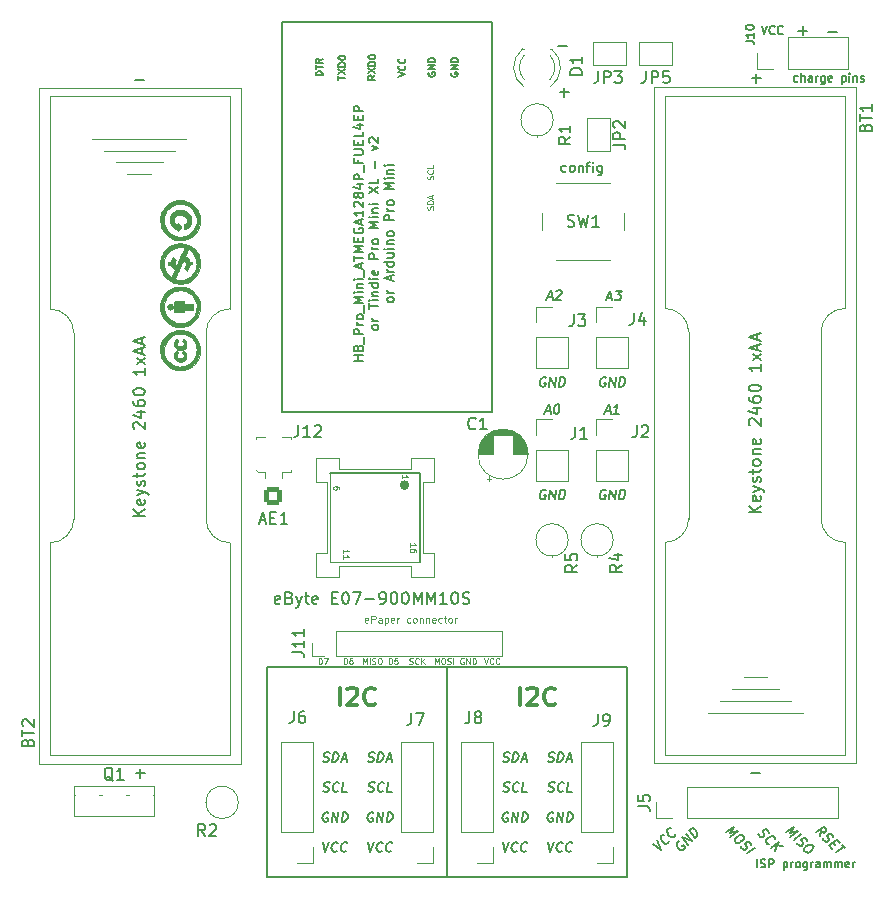
<source format=gbr>
%TF.GenerationSoftware,KiCad,Pcbnew,8.0.9-8.0.9-0~ubuntu22.04.1*%
%TF.CreationDate,2025-03-07T09:36:16+01:00*%
%TF.ProjectId,HB-UNI-SEN-BATT_E07-900MM10S_FUEL4EP,48422d55-4e49-42d5-9345-4e2d42415454,1.2*%
%TF.SameCoordinates,Original*%
%TF.FileFunction,Legend,Top*%
%TF.FilePolarity,Positive*%
%FSLAX46Y46*%
G04 Gerber Fmt 4.6, Leading zero omitted, Abs format (unit mm)*
G04 Created by KiCad (PCBNEW 8.0.9-8.0.9-0~ubuntu22.04.1) date 2025-03-07 09:36:16*
%MOMM*%
%LPD*%
G01*
G04 APERTURE LIST*
G04 Aperture macros list*
%AMRoundRect*
0 Rectangle with rounded corners*
0 $1 Rounding radius*
0 $2 $3 $4 $5 $6 $7 $8 $9 X,Y pos of 4 corners*
0 Add a 4 corners polygon primitive as box body*
4,1,4,$2,$3,$4,$5,$6,$7,$8,$9,$2,$3,0*
0 Add four circle primitives for the rounded corners*
1,1,$1+$1,$2,$3*
1,1,$1+$1,$4,$5*
1,1,$1+$1,$6,$7*
1,1,$1+$1,$8,$9*
0 Add four rect primitives between the rounded corners*
20,1,$1+$1,$2,$3,$4,$5,0*
20,1,$1+$1,$4,$5,$6,$7,0*
20,1,$1+$1,$6,$7,$8,$9,0*
20,1,$1+$1,$8,$9,$2,$3,0*%
G04 Aperture macros list end*
%ADD10C,0.200000*%
%ADD11C,0.150000*%
%ADD12C,0.100000*%
%ADD13C,0.152400*%
%ADD14C,0.300000*%
%ADD15C,0.125000*%
%ADD16C,0.120000*%
%ADD17C,0.127000*%
%ADD18C,0.400000*%
%ADD19C,0.010000*%
%ADD20R,1.800000X1.800000*%
%ADD21C,1.800000*%
%ADD22R,1.700000X1.700000*%
%ADD23O,1.700000X1.700000*%
%ADD24C,2.640000*%
%ADD25C,2.000000*%
%ADD26R,2.000000X2.000000*%
%ADD27R,1.200000X1.200000*%
%ADD28C,1.200000*%
%ADD29C,1.600000*%
%ADD30O,1.600000X1.600000*%
%ADD31R,1.717500X1.800000*%
%ADD32O,1.717500X1.800000*%
%ADD33R,0.800000X1.500000*%
%ADD34R,1.500000X0.800000*%
%ADD35R,1.500000X1.000000*%
%ADD36C,4.400000*%
%ADD37C,0.700000*%
%ADD38R,1.350000X1.350000*%
%ADD39O,1.350000X1.350000*%
%ADD40R,1.000000X1.500000*%
%ADD41RoundRect,0.250000X-0.550000X-0.550000X0.550000X-0.550000X0.550000X0.550000X-0.550000X0.550000X0*%
%ADD42R,1.000000X1.000000*%
%ADD43R,1.050000X2.200000*%
G04 APERTURE END LIST*
D10*
X37430000Y1870000D02*
X37430000Y19650000D01*
X22190000Y1870000D02*
X37430000Y1870000D01*
X22190000Y19650000D02*
X22190000Y1870000D01*
X37430000Y19650000D02*
X22190000Y19650000D01*
X37430000Y1870000D02*
X52670000Y1870000D01*
X37430000Y19650000D02*
X37430000Y1870000D01*
X52670000Y19650000D02*
X37430000Y19650000D01*
X52670000Y1870000D02*
X52670000Y19650000D01*
D11*
X30743571Y4847704D02*
X30910238Y4047704D01*
X30910238Y4047704D02*
X31276904Y4847704D01*
X31910237Y4123895D02*
X31867380Y4085800D01*
X31867380Y4085800D02*
X31748333Y4047704D01*
X31748333Y4047704D02*
X31672142Y4047704D01*
X31672142Y4047704D02*
X31562618Y4085800D01*
X31562618Y4085800D02*
X31495952Y4161990D01*
X31495952Y4161990D02*
X31467380Y4238180D01*
X31467380Y4238180D02*
X31448333Y4390561D01*
X31448333Y4390561D02*
X31462618Y4504847D01*
X31462618Y4504847D02*
X31519761Y4657228D01*
X31519761Y4657228D02*
X31567380Y4733419D01*
X31567380Y4733419D02*
X31653095Y4809609D01*
X31653095Y4809609D02*
X31772142Y4847704D01*
X31772142Y4847704D02*
X31848333Y4847704D01*
X31848333Y4847704D02*
X31957857Y4809609D01*
X31957857Y4809609D02*
X31991190Y4771514D01*
X32710237Y4123895D02*
X32667380Y4085800D01*
X32667380Y4085800D02*
X32548333Y4047704D01*
X32548333Y4047704D02*
X32472142Y4047704D01*
X32472142Y4047704D02*
X32362618Y4085800D01*
X32362618Y4085800D02*
X32295952Y4161990D01*
X32295952Y4161990D02*
X32267380Y4238180D01*
X32267380Y4238180D02*
X32248333Y4390561D01*
X32248333Y4390561D02*
X32262618Y4504847D01*
X32262618Y4504847D02*
X32319761Y4657228D01*
X32319761Y4657228D02*
X32367380Y4733419D01*
X32367380Y4733419D02*
X32453095Y4809609D01*
X32453095Y4809609D02*
X32572142Y4847704D01*
X32572142Y4847704D02*
X32648333Y4847704D01*
X32648333Y4847704D02*
X32757857Y4809609D01*
X32757857Y4809609D02*
X32791190Y4771514D01*
X31195953Y7349609D02*
X31124524Y7387704D01*
X31124524Y7387704D02*
X31010238Y7387704D01*
X31010238Y7387704D02*
X30891191Y7349609D01*
X30891191Y7349609D02*
X30805476Y7273419D01*
X30805476Y7273419D02*
X30757857Y7197228D01*
X30757857Y7197228D02*
X30700714Y7044847D01*
X30700714Y7044847D02*
X30686429Y6930561D01*
X30686429Y6930561D02*
X30705476Y6778180D01*
X30705476Y6778180D02*
X30734048Y6701990D01*
X30734048Y6701990D02*
X30800714Y6625800D01*
X30800714Y6625800D02*
X30910238Y6587704D01*
X30910238Y6587704D02*
X30986429Y6587704D01*
X30986429Y6587704D02*
X31105476Y6625800D01*
X31105476Y6625800D02*
X31148333Y6663895D01*
X31148333Y6663895D02*
X31181667Y6930561D01*
X31181667Y6930561D02*
X31029286Y6930561D01*
X31481667Y6587704D02*
X31581667Y7387704D01*
X31581667Y7387704D02*
X31938810Y6587704D01*
X31938810Y6587704D02*
X32038810Y7387704D01*
X32319762Y6587704D02*
X32419762Y7387704D01*
X32419762Y7387704D02*
X32610238Y7387704D01*
X32610238Y7387704D02*
X32719762Y7349609D01*
X32719762Y7349609D02*
X32786428Y7273419D01*
X32786428Y7273419D02*
X32815000Y7197228D01*
X32815000Y7197228D02*
X32834048Y7044847D01*
X32834048Y7044847D02*
X32819762Y6930561D01*
X32819762Y6930561D02*
X32762619Y6778180D01*
X32762619Y6778180D02*
X32715000Y6701990D01*
X32715000Y6701990D02*
X32629286Y6625800D01*
X32629286Y6625800D02*
X32510238Y6587704D01*
X32510238Y6587704D02*
X32319762Y6587704D01*
X30762618Y9165800D02*
X30872142Y9127704D01*
X30872142Y9127704D02*
X31062618Y9127704D01*
X31062618Y9127704D02*
X31143571Y9165800D01*
X31143571Y9165800D02*
X31186428Y9203895D01*
X31186428Y9203895D02*
X31234047Y9280085D01*
X31234047Y9280085D02*
X31243571Y9356276D01*
X31243571Y9356276D02*
X31214999Y9432466D01*
X31214999Y9432466D02*
X31181666Y9470561D01*
X31181666Y9470561D02*
X31110238Y9508657D01*
X31110238Y9508657D02*
X30962618Y9546752D01*
X30962618Y9546752D02*
X30891190Y9584847D01*
X30891190Y9584847D02*
X30857857Y9622942D01*
X30857857Y9622942D02*
X30829285Y9699133D01*
X30829285Y9699133D02*
X30838809Y9775323D01*
X30838809Y9775323D02*
X30886428Y9851514D01*
X30886428Y9851514D02*
X30929285Y9889609D01*
X30929285Y9889609D02*
X31010238Y9927704D01*
X31010238Y9927704D02*
X31200714Y9927704D01*
X31200714Y9927704D02*
X31310238Y9889609D01*
X32024523Y9203895D02*
X31981666Y9165800D01*
X31981666Y9165800D02*
X31862619Y9127704D01*
X31862619Y9127704D02*
X31786428Y9127704D01*
X31786428Y9127704D02*
X31676904Y9165800D01*
X31676904Y9165800D02*
X31610238Y9241990D01*
X31610238Y9241990D02*
X31581666Y9318180D01*
X31581666Y9318180D02*
X31562619Y9470561D01*
X31562619Y9470561D02*
X31576904Y9584847D01*
X31576904Y9584847D02*
X31634047Y9737228D01*
X31634047Y9737228D02*
X31681666Y9813419D01*
X31681666Y9813419D02*
X31767381Y9889609D01*
X31767381Y9889609D02*
X31886428Y9927704D01*
X31886428Y9927704D02*
X31962619Y9927704D01*
X31962619Y9927704D02*
X32072143Y9889609D01*
X32072143Y9889609D02*
X32105476Y9851514D01*
X32738809Y9127704D02*
X32357857Y9127704D01*
X32357857Y9127704D02*
X32457857Y9927704D01*
X30743571Y11705800D02*
X30853095Y11667704D01*
X30853095Y11667704D02*
X31043571Y11667704D01*
X31043571Y11667704D02*
X31124524Y11705800D01*
X31124524Y11705800D02*
X31167381Y11743895D01*
X31167381Y11743895D02*
X31215000Y11820085D01*
X31215000Y11820085D02*
X31224524Y11896276D01*
X31224524Y11896276D02*
X31195952Y11972466D01*
X31195952Y11972466D02*
X31162619Y12010561D01*
X31162619Y12010561D02*
X31091191Y12048657D01*
X31091191Y12048657D02*
X30943571Y12086752D01*
X30943571Y12086752D02*
X30872143Y12124847D01*
X30872143Y12124847D02*
X30838810Y12162942D01*
X30838810Y12162942D02*
X30810238Y12239133D01*
X30810238Y12239133D02*
X30819762Y12315323D01*
X30819762Y12315323D02*
X30867381Y12391514D01*
X30867381Y12391514D02*
X30910238Y12429609D01*
X30910238Y12429609D02*
X30991191Y12467704D01*
X30991191Y12467704D02*
X31181667Y12467704D01*
X31181667Y12467704D02*
X31291191Y12429609D01*
X31538810Y11667704D02*
X31638810Y12467704D01*
X31638810Y12467704D02*
X31829286Y12467704D01*
X31829286Y12467704D02*
X31938810Y12429609D01*
X31938810Y12429609D02*
X32005476Y12353419D01*
X32005476Y12353419D02*
X32034048Y12277228D01*
X32034048Y12277228D02*
X32053096Y12124847D01*
X32053096Y12124847D02*
X32038810Y12010561D01*
X32038810Y12010561D02*
X31981667Y11858180D01*
X31981667Y11858180D02*
X31934048Y11781990D01*
X31934048Y11781990D02*
X31848334Y11705800D01*
X31848334Y11705800D02*
X31729286Y11667704D01*
X31729286Y11667704D02*
X31538810Y11667704D01*
X32329286Y11896276D02*
X32710238Y11896276D01*
X32224524Y11667704D02*
X32591191Y12467704D01*
X32591191Y12467704D02*
X32757857Y11667704D01*
X42173571Y11705800D02*
X42283095Y11667704D01*
X42283095Y11667704D02*
X42473571Y11667704D01*
X42473571Y11667704D02*
X42554524Y11705800D01*
X42554524Y11705800D02*
X42597381Y11743895D01*
X42597381Y11743895D02*
X42645000Y11820085D01*
X42645000Y11820085D02*
X42654524Y11896276D01*
X42654524Y11896276D02*
X42625952Y11972466D01*
X42625952Y11972466D02*
X42592619Y12010561D01*
X42592619Y12010561D02*
X42521191Y12048657D01*
X42521191Y12048657D02*
X42373571Y12086752D01*
X42373571Y12086752D02*
X42302143Y12124847D01*
X42302143Y12124847D02*
X42268810Y12162942D01*
X42268810Y12162942D02*
X42240238Y12239133D01*
X42240238Y12239133D02*
X42249762Y12315323D01*
X42249762Y12315323D02*
X42297381Y12391514D01*
X42297381Y12391514D02*
X42340238Y12429609D01*
X42340238Y12429609D02*
X42421191Y12467704D01*
X42421191Y12467704D02*
X42611667Y12467704D01*
X42611667Y12467704D02*
X42721191Y12429609D01*
X42968810Y11667704D02*
X43068810Y12467704D01*
X43068810Y12467704D02*
X43259286Y12467704D01*
X43259286Y12467704D02*
X43368810Y12429609D01*
X43368810Y12429609D02*
X43435476Y12353419D01*
X43435476Y12353419D02*
X43464048Y12277228D01*
X43464048Y12277228D02*
X43483096Y12124847D01*
X43483096Y12124847D02*
X43468810Y12010561D01*
X43468810Y12010561D02*
X43411667Y11858180D01*
X43411667Y11858180D02*
X43364048Y11781990D01*
X43364048Y11781990D02*
X43278334Y11705800D01*
X43278334Y11705800D02*
X43159286Y11667704D01*
X43159286Y11667704D02*
X42968810Y11667704D01*
X43759286Y11896276D02*
X44140238Y11896276D01*
X43654524Y11667704D02*
X44021191Y12467704D01*
X44021191Y12467704D02*
X44187857Y11667704D01*
X42192618Y9165800D02*
X42302142Y9127704D01*
X42302142Y9127704D02*
X42492618Y9127704D01*
X42492618Y9127704D02*
X42573571Y9165800D01*
X42573571Y9165800D02*
X42616428Y9203895D01*
X42616428Y9203895D02*
X42664047Y9280085D01*
X42664047Y9280085D02*
X42673571Y9356276D01*
X42673571Y9356276D02*
X42644999Y9432466D01*
X42644999Y9432466D02*
X42611666Y9470561D01*
X42611666Y9470561D02*
X42540238Y9508657D01*
X42540238Y9508657D02*
X42392618Y9546752D01*
X42392618Y9546752D02*
X42321190Y9584847D01*
X42321190Y9584847D02*
X42287857Y9622942D01*
X42287857Y9622942D02*
X42259285Y9699133D01*
X42259285Y9699133D02*
X42268809Y9775323D01*
X42268809Y9775323D02*
X42316428Y9851514D01*
X42316428Y9851514D02*
X42359285Y9889609D01*
X42359285Y9889609D02*
X42440238Y9927704D01*
X42440238Y9927704D02*
X42630714Y9927704D01*
X42630714Y9927704D02*
X42740238Y9889609D01*
X43454523Y9203895D02*
X43411666Y9165800D01*
X43411666Y9165800D02*
X43292619Y9127704D01*
X43292619Y9127704D02*
X43216428Y9127704D01*
X43216428Y9127704D02*
X43106904Y9165800D01*
X43106904Y9165800D02*
X43040238Y9241990D01*
X43040238Y9241990D02*
X43011666Y9318180D01*
X43011666Y9318180D02*
X42992619Y9470561D01*
X42992619Y9470561D02*
X43006904Y9584847D01*
X43006904Y9584847D02*
X43064047Y9737228D01*
X43064047Y9737228D02*
X43111666Y9813419D01*
X43111666Y9813419D02*
X43197381Y9889609D01*
X43197381Y9889609D02*
X43316428Y9927704D01*
X43316428Y9927704D02*
X43392619Y9927704D01*
X43392619Y9927704D02*
X43502143Y9889609D01*
X43502143Y9889609D02*
X43535476Y9851514D01*
X44168809Y9127704D02*
X43787857Y9127704D01*
X43787857Y9127704D02*
X43887857Y9927704D01*
X42625953Y7349609D02*
X42554524Y7387704D01*
X42554524Y7387704D02*
X42440238Y7387704D01*
X42440238Y7387704D02*
X42321191Y7349609D01*
X42321191Y7349609D02*
X42235476Y7273419D01*
X42235476Y7273419D02*
X42187857Y7197228D01*
X42187857Y7197228D02*
X42130714Y7044847D01*
X42130714Y7044847D02*
X42116429Y6930561D01*
X42116429Y6930561D02*
X42135476Y6778180D01*
X42135476Y6778180D02*
X42164048Y6701990D01*
X42164048Y6701990D02*
X42230714Y6625800D01*
X42230714Y6625800D02*
X42340238Y6587704D01*
X42340238Y6587704D02*
X42416429Y6587704D01*
X42416429Y6587704D02*
X42535476Y6625800D01*
X42535476Y6625800D02*
X42578333Y6663895D01*
X42578333Y6663895D02*
X42611667Y6930561D01*
X42611667Y6930561D02*
X42459286Y6930561D01*
X42911667Y6587704D02*
X43011667Y7387704D01*
X43011667Y7387704D02*
X43368810Y6587704D01*
X43368810Y6587704D02*
X43468810Y7387704D01*
X43749762Y6587704D02*
X43849762Y7387704D01*
X43849762Y7387704D02*
X44040238Y7387704D01*
X44040238Y7387704D02*
X44149762Y7349609D01*
X44149762Y7349609D02*
X44216428Y7273419D01*
X44216428Y7273419D02*
X44245000Y7197228D01*
X44245000Y7197228D02*
X44264048Y7044847D01*
X44264048Y7044847D02*
X44249762Y6930561D01*
X44249762Y6930561D02*
X44192619Y6778180D01*
X44192619Y6778180D02*
X44145000Y6701990D01*
X44145000Y6701990D02*
X44059286Y6625800D01*
X44059286Y6625800D02*
X43940238Y6587704D01*
X43940238Y6587704D02*
X43749762Y6587704D01*
X66126517Y5681119D02*
X66762913Y6176094D01*
X66762913Y6176094D02*
X66496906Y5633979D01*
X66496906Y5633979D02*
X67140036Y5798971D01*
X67140036Y5798971D02*
X66503640Y5303996D01*
X66773015Y5034622D02*
X67409411Y5529596D01*
X67045755Y4815756D02*
X67096263Y4711373D01*
X67096263Y4711373D02*
X67230950Y4576686D01*
X67230950Y4576686D02*
X67315129Y4546382D01*
X67315129Y4546382D02*
X67372371Y4543014D01*
X67372371Y4543014D02*
X67459918Y4563217D01*
X67459918Y4563217D02*
X67520527Y4610358D01*
X67520527Y4610358D02*
X67554199Y4684436D01*
X67554199Y4684436D02*
X67557566Y4734943D01*
X67557566Y4734943D02*
X67533996Y4812388D01*
X67533996Y4812388D02*
X67456551Y4943708D01*
X67456551Y4943708D02*
X67432981Y5021153D01*
X67432981Y5021153D02*
X67436348Y5071661D01*
X67436348Y5071661D02*
X67470020Y5145739D01*
X67470020Y5145739D02*
X67530629Y5192879D01*
X67530629Y5192879D02*
X67618175Y5213082D01*
X67618175Y5213082D02*
X67675417Y5209715D01*
X67675417Y5209715D02*
X67759597Y5179410D01*
X67759597Y5179410D02*
X67894284Y5044723D01*
X67894284Y5044723D02*
X67944791Y4940341D01*
X68325282Y4613725D02*
X68433032Y4505975D01*
X68433032Y4505975D02*
X68456602Y4428530D01*
X68456602Y4428530D02*
X68449868Y4327515D01*
X68449868Y4327515D02*
X68355587Y4206297D01*
X68355587Y4206297D02*
X68143455Y4041305D01*
X68143455Y4041305D02*
X67995299Y3973962D01*
X67995299Y3973962D02*
X67880815Y3980696D01*
X67880815Y3980696D02*
X67796636Y4011000D01*
X67796636Y4011000D02*
X67688886Y4118750D01*
X67688886Y4118750D02*
X67665316Y4196195D01*
X67665316Y4196195D02*
X67672050Y4297210D01*
X67672050Y4297210D02*
X67766331Y4418429D01*
X67766331Y4418429D02*
X67978463Y4583420D01*
X67978463Y4583420D02*
X68126619Y4650764D01*
X68126619Y4650764D02*
X68241103Y4644029D01*
X68241103Y4644029D02*
X68325282Y4613725D01*
X26952618Y9165800D02*
X27062142Y9127704D01*
X27062142Y9127704D02*
X27252618Y9127704D01*
X27252618Y9127704D02*
X27333571Y9165800D01*
X27333571Y9165800D02*
X27376428Y9203895D01*
X27376428Y9203895D02*
X27424047Y9280085D01*
X27424047Y9280085D02*
X27433571Y9356276D01*
X27433571Y9356276D02*
X27404999Y9432466D01*
X27404999Y9432466D02*
X27371666Y9470561D01*
X27371666Y9470561D02*
X27300238Y9508657D01*
X27300238Y9508657D02*
X27152618Y9546752D01*
X27152618Y9546752D02*
X27081190Y9584847D01*
X27081190Y9584847D02*
X27047857Y9622942D01*
X27047857Y9622942D02*
X27019285Y9699133D01*
X27019285Y9699133D02*
X27028809Y9775323D01*
X27028809Y9775323D02*
X27076428Y9851514D01*
X27076428Y9851514D02*
X27119285Y9889609D01*
X27119285Y9889609D02*
X27200238Y9927704D01*
X27200238Y9927704D02*
X27390714Y9927704D01*
X27390714Y9927704D02*
X27500238Y9889609D01*
X28214523Y9203895D02*
X28171666Y9165800D01*
X28171666Y9165800D02*
X28052619Y9127704D01*
X28052619Y9127704D02*
X27976428Y9127704D01*
X27976428Y9127704D02*
X27866904Y9165800D01*
X27866904Y9165800D02*
X27800238Y9241990D01*
X27800238Y9241990D02*
X27771666Y9318180D01*
X27771666Y9318180D02*
X27752619Y9470561D01*
X27752619Y9470561D02*
X27766904Y9584847D01*
X27766904Y9584847D02*
X27824047Y9737228D01*
X27824047Y9737228D02*
X27871666Y9813419D01*
X27871666Y9813419D02*
X27957381Y9889609D01*
X27957381Y9889609D02*
X28076428Y9927704D01*
X28076428Y9927704D02*
X28152619Y9927704D01*
X28152619Y9927704D02*
X28262143Y9889609D01*
X28262143Y9889609D02*
X28295476Y9851514D01*
X28928809Y9127704D02*
X28547857Y9127704D01*
X28547857Y9127704D02*
X28647857Y9927704D01*
D12*
X30742313Y23470200D02*
X30685170Y23441628D01*
X30685170Y23441628D02*
X30570885Y23441628D01*
X30570885Y23441628D02*
X30513742Y23470200D01*
X30513742Y23470200D02*
X30485170Y23527342D01*
X30485170Y23527342D02*
X30485170Y23755914D01*
X30485170Y23755914D02*
X30513742Y23813057D01*
X30513742Y23813057D02*
X30570885Y23841628D01*
X30570885Y23841628D02*
X30685170Y23841628D01*
X30685170Y23841628D02*
X30742313Y23813057D01*
X30742313Y23813057D02*
X30770885Y23755914D01*
X30770885Y23755914D02*
X30770885Y23698771D01*
X30770885Y23698771D02*
X30485170Y23641628D01*
X31028028Y23441628D02*
X31028028Y24041628D01*
X31028028Y24041628D02*
X31256599Y24041628D01*
X31256599Y24041628D02*
X31313742Y24013057D01*
X31313742Y24013057D02*
X31342313Y23984485D01*
X31342313Y23984485D02*
X31370885Y23927342D01*
X31370885Y23927342D02*
X31370885Y23841628D01*
X31370885Y23841628D02*
X31342313Y23784485D01*
X31342313Y23784485D02*
X31313742Y23755914D01*
X31313742Y23755914D02*
X31256599Y23727342D01*
X31256599Y23727342D02*
X31028028Y23727342D01*
X31885171Y23441628D02*
X31885171Y23755914D01*
X31885171Y23755914D02*
X31856599Y23813057D01*
X31856599Y23813057D02*
X31799456Y23841628D01*
X31799456Y23841628D02*
X31685171Y23841628D01*
X31685171Y23841628D02*
X31628028Y23813057D01*
X31885171Y23470200D02*
X31828028Y23441628D01*
X31828028Y23441628D02*
X31685171Y23441628D01*
X31685171Y23441628D02*
X31628028Y23470200D01*
X31628028Y23470200D02*
X31599456Y23527342D01*
X31599456Y23527342D02*
X31599456Y23584485D01*
X31599456Y23584485D02*
X31628028Y23641628D01*
X31628028Y23641628D02*
X31685171Y23670200D01*
X31685171Y23670200D02*
X31828028Y23670200D01*
X31828028Y23670200D02*
X31885171Y23698771D01*
X32170885Y23841628D02*
X32170885Y23241628D01*
X32170885Y23813057D02*
X32228028Y23841628D01*
X32228028Y23841628D02*
X32342313Y23841628D01*
X32342313Y23841628D02*
X32399456Y23813057D01*
X32399456Y23813057D02*
X32428028Y23784485D01*
X32428028Y23784485D02*
X32456599Y23727342D01*
X32456599Y23727342D02*
X32456599Y23555914D01*
X32456599Y23555914D02*
X32428028Y23498771D01*
X32428028Y23498771D02*
X32399456Y23470200D01*
X32399456Y23470200D02*
X32342313Y23441628D01*
X32342313Y23441628D02*
X32228028Y23441628D01*
X32228028Y23441628D02*
X32170885Y23470200D01*
X32942313Y23470200D02*
X32885170Y23441628D01*
X32885170Y23441628D02*
X32770885Y23441628D01*
X32770885Y23441628D02*
X32713742Y23470200D01*
X32713742Y23470200D02*
X32685170Y23527342D01*
X32685170Y23527342D02*
X32685170Y23755914D01*
X32685170Y23755914D02*
X32713742Y23813057D01*
X32713742Y23813057D02*
X32770885Y23841628D01*
X32770885Y23841628D02*
X32885170Y23841628D01*
X32885170Y23841628D02*
X32942313Y23813057D01*
X32942313Y23813057D02*
X32970885Y23755914D01*
X32970885Y23755914D02*
X32970885Y23698771D01*
X32970885Y23698771D02*
X32685170Y23641628D01*
X33228028Y23441628D02*
X33228028Y23841628D01*
X33228028Y23727342D02*
X33256599Y23784485D01*
X33256599Y23784485D02*
X33285171Y23813057D01*
X33285171Y23813057D02*
X33342313Y23841628D01*
X33342313Y23841628D02*
X33399456Y23841628D01*
X34313743Y23470200D02*
X34256600Y23441628D01*
X34256600Y23441628D02*
X34142314Y23441628D01*
X34142314Y23441628D02*
X34085171Y23470200D01*
X34085171Y23470200D02*
X34056600Y23498771D01*
X34056600Y23498771D02*
X34028028Y23555914D01*
X34028028Y23555914D02*
X34028028Y23727342D01*
X34028028Y23727342D02*
X34056600Y23784485D01*
X34056600Y23784485D02*
X34085171Y23813057D01*
X34085171Y23813057D02*
X34142314Y23841628D01*
X34142314Y23841628D02*
X34256600Y23841628D01*
X34256600Y23841628D02*
X34313743Y23813057D01*
X34656600Y23441628D02*
X34599457Y23470200D01*
X34599457Y23470200D02*
X34570886Y23498771D01*
X34570886Y23498771D02*
X34542314Y23555914D01*
X34542314Y23555914D02*
X34542314Y23727342D01*
X34542314Y23727342D02*
X34570886Y23784485D01*
X34570886Y23784485D02*
X34599457Y23813057D01*
X34599457Y23813057D02*
X34656600Y23841628D01*
X34656600Y23841628D02*
X34742314Y23841628D01*
X34742314Y23841628D02*
X34799457Y23813057D01*
X34799457Y23813057D02*
X34828029Y23784485D01*
X34828029Y23784485D02*
X34856600Y23727342D01*
X34856600Y23727342D02*
X34856600Y23555914D01*
X34856600Y23555914D02*
X34828029Y23498771D01*
X34828029Y23498771D02*
X34799457Y23470200D01*
X34799457Y23470200D02*
X34742314Y23441628D01*
X34742314Y23441628D02*
X34656600Y23441628D01*
X35113743Y23841628D02*
X35113743Y23441628D01*
X35113743Y23784485D02*
X35142314Y23813057D01*
X35142314Y23813057D02*
X35199457Y23841628D01*
X35199457Y23841628D02*
X35285171Y23841628D01*
X35285171Y23841628D02*
X35342314Y23813057D01*
X35342314Y23813057D02*
X35370886Y23755914D01*
X35370886Y23755914D02*
X35370886Y23441628D01*
X35656600Y23841628D02*
X35656600Y23441628D01*
X35656600Y23784485D02*
X35685171Y23813057D01*
X35685171Y23813057D02*
X35742314Y23841628D01*
X35742314Y23841628D02*
X35828028Y23841628D01*
X35828028Y23841628D02*
X35885171Y23813057D01*
X35885171Y23813057D02*
X35913743Y23755914D01*
X35913743Y23755914D02*
X35913743Y23441628D01*
X36428028Y23470200D02*
X36370885Y23441628D01*
X36370885Y23441628D02*
X36256600Y23441628D01*
X36256600Y23441628D02*
X36199457Y23470200D01*
X36199457Y23470200D02*
X36170885Y23527342D01*
X36170885Y23527342D02*
X36170885Y23755914D01*
X36170885Y23755914D02*
X36199457Y23813057D01*
X36199457Y23813057D02*
X36256600Y23841628D01*
X36256600Y23841628D02*
X36370885Y23841628D01*
X36370885Y23841628D02*
X36428028Y23813057D01*
X36428028Y23813057D02*
X36456600Y23755914D01*
X36456600Y23755914D02*
X36456600Y23698771D01*
X36456600Y23698771D02*
X36170885Y23641628D01*
X36970886Y23470200D02*
X36913743Y23441628D01*
X36913743Y23441628D02*
X36799457Y23441628D01*
X36799457Y23441628D02*
X36742314Y23470200D01*
X36742314Y23470200D02*
X36713743Y23498771D01*
X36713743Y23498771D02*
X36685171Y23555914D01*
X36685171Y23555914D02*
X36685171Y23727342D01*
X36685171Y23727342D02*
X36713743Y23784485D01*
X36713743Y23784485D02*
X36742314Y23813057D01*
X36742314Y23813057D02*
X36799457Y23841628D01*
X36799457Y23841628D02*
X36913743Y23841628D01*
X36913743Y23841628D02*
X36970886Y23813057D01*
X37142314Y23841628D02*
X37370886Y23841628D01*
X37228029Y24041628D02*
X37228029Y23527342D01*
X37228029Y23527342D02*
X37256600Y23470200D01*
X37256600Y23470200D02*
X37313743Y23441628D01*
X37313743Y23441628D02*
X37370886Y23441628D01*
X37656600Y23441628D02*
X37599457Y23470200D01*
X37599457Y23470200D02*
X37570886Y23498771D01*
X37570886Y23498771D02*
X37542314Y23555914D01*
X37542314Y23555914D02*
X37542314Y23727342D01*
X37542314Y23727342D02*
X37570886Y23784485D01*
X37570886Y23784485D02*
X37599457Y23813057D01*
X37599457Y23813057D02*
X37656600Y23841628D01*
X37656600Y23841628D02*
X37742314Y23841628D01*
X37742314Y23841628D02*
X37799457Y23813057D01*
X37799457Y23813057D02*
X37828029Y23784485D01*
X37828029Y23784485D02*
X37856600Y23727342D01*
X37856600Y23727342D02*
X37856600Y23555914D01*
X37856600Y23555914D02*
X37828029Y23498771D01*
X37828029Y23498771D02*
X37799457Y23470200D01*
X37799457Y23470200D02*
X37742314Y23441628D01*
X37742314Y23441628D02*
X37656600Y23441628D01*
X38113743Y23441628D02*
X38113743Y23841628D01*
X38113743Y23727342D02*
X38142314Y23784485D01*
X38142314Y23784485D02*
X38170886Y23813057D01*
X38170886Y23813057D02*
X38228028Y23841628D01*
X38228028Y23841628D02*
X38285171Y23841628D01*
D11*
X64055666Y73945466D02*
X64289000Y73245466D01*
X64289000Y73245466D02*
X64522333Y73945466D01*
X65155666Y73312133D02*
X65122333Y73278800D01*
X65122333Y73278800D02*
X65022333Y73245466D01*
X65022333Y73245466D02*
X64955666Y73245466D01*
X64955666Y73245466D02*
X64855666Y73278800D01*
X64855666Y73278800D02*
X64789000Y73345466D01*
X64789000Y73345466D02*
X64755666Y73412133D01*
X64755666Y73412133D02*
X64722333Y73545466D01*
X64722333Y73545466D02*
X64722333Y73645466D01*
X64722333Y73645466D02*
X64755666Y73778800D01*
X64755666Y73778800D02*
X64789000Y73845466D01*
X64789000Y73845466D02*
X64855666Y73912133D01*
X64855666Y73912133D02*
X64955666Y73945466D01*
X64955666Y73945466D02*
X65022333Y73945466D01*
X65022333Y73945466D02*
X65122333Y73912133D01*
X65122333Y73912133D02*
X65155666Y73878800D01*
X65855666Y73312133D02*
X65822333Y73278800D01*
X65822333Y73278800D02*
X65722333Y73245466D01*
X65722333Y73245466D02*
X65655666Y73245466D01*
X65655666Y73245466D02*
X65555666Y73278800D01*
X65555666Y73278800D02*
X65489000Y73345466D01*
X65489000Y73345466D02*
X65455666Y73412133D01*
X65455666Y73412133D02*
X65422333Y73545466D01*
X65422333Y73545466D02*
X65422333Y73645466D01*
X65422333Y73645466D02*
X65455666Y73778800D01*
X65455666Y73778800D02*
X65489000Y73845466D01*
X65489000Y73845466D02*
X65555666Y73912133D01*
X65555666Y73912133D02*
X65655666Y73945466D01*
X65655666Y73945466D02*
X65722333Y73945466D01*
X65722333Y73945466D02*
X65822333Y73912133D01*
X65822333Y73912133D02*
X65855666Y73878800D01*
X42173571Y4847704D02*
X42340238Y4047704D01*
X42340238Y4047704D02*
X42706904Y4847704D01*
X43340237Y4123895D02*
X43297380Y4085800D01*
X43297380Y4085800D02*
X43178333Y4047704D01*
X43178333Y4047704D02*
X43102142Y4047704D01*
X43102142Y4047704D02*
X42992618Y4085800D01*
X42992618Y4085800D02*
X42925952Y4161990D01*
X42925952Y4161990D02*
X42897380Y4238180D01*
X42897380Y4238180D02*
X42878333Y4390561D01*
X42878333Y4390561D02*
X42892618Y4504847D01*
X42892618Y4504847D02*
X42949761Y4657228D01*
X42949761Y4657228D02*
X42997380Y4733419D01*
X42997380Y4733419D02*
X43083095Y4809609D01*
X43083095Y4809609D02*
X43202142Y4847704D01*
X43202142Y4847704D02*
X43278333Y4847704D01*
X43278333Y4847704D02*
X43387857Y4809609D01*
X43387857Y4809609D02*
X43421190Y4771514D01*
X44140237Y4123895D02*
X44097380Y4085800D01*
X44097380Y4085800D02*
X43978333Y4047704D01*
X43978333Y4047704D02*
X43902142Y4047704D01*
X43902142Y4047704D02*
X43792618Y4085800D01*
X43792618Y4085800D02*
X43725952Y4161990D01*
X43725952Y4161990D02*
X43697380Y4238180D01*
X43697380Y4238180D02*
X43678333Y4390561D01*
X43678333Y4390561D02*
X43692618Y4504847D01*
X43692618Y4504847D02*
X43749761Y4657228D01*
X43749761Y4657228D02*
X43797380Y4733419D01*
X43797380Y4733419D02*
X43883095Y4809609D01*
X43883095Y4809609D02*
X44002142Y4847704D01*
X44002142Y4847704D02*
X44078333Y4847704D01*
X44078333Y4847704D02*
X44187857Y4809609D01*
X44187857Y4809609D02*
X44221190Y4771514D01*
X67148048Y73551133D02*
X67909953Y73551133D01*
X67529000Y73170180D02*
X67529000Y73932085D01*
X46828048Y72281133D02*
X47589953Y72281133D01*
D10*
X30335785Y45607046D02*
X29535785Y45607046D01*
X29916737Y45607046D02*
X29916737Y46064189D01*
X30335785Y46064189D02*
X29535785Y46064189D01*
X29916737Y46711807D02*
X29954832Y46826093D01*
X29954832Y46826093D02*
X29992928Y46864188D01*
X29992928Y46864188D02*
X30069118Y46902284D01*
X30069118Y46902284D02*
X30183404Y46902284D01*
X30183404Y46902284D02*
X30259594Y46864188D01*
X30259594Y46864188D02*
X30297690Y46826093D01*
X30297690Y46826093D02*
X30335785Y46749903D01*
X30335785Y46749903D02*
X30335785Y46445141D01*
X30335785Y46445141D02*
X29535785Y46445141D01*
X29535785Y46445141D02*
X29535785Y46711807D01*
X29535785Y46711807D02*
X29573880Y46787998D01*
X29573880Y46787998D02*
X29611975Y46826093D01*
X29611975Y46826093D02*
X29688166Y46864188D01*
X29688166Y46864188D02*
X29764356Y46864188D01*
X29764356Y46864188D02*
X29840547Y46826093D01*
X29840547Y46826093D02*
X29878642Y46787998D01*
X29878642Y46787998D02*
X29916737Y46711807D01*
X29916737Y46711807D02*
X29916737Y46445141D01*
X30411975Y47054665D02*
X30411975Y47664188D01*
X30335785Y47854665D02*
X29535785Y47854665D01*
X29535785Y47854665D02*
X29535785Y48159427D01*
X29535785Y48159427D02*
X29573880Y48235617D01*
X29573880Y48235617D02*
X29611975Y48273712D01*
X29611975Y48273712D02*
X29688166Y48311808D01*
X29688166Y48311808D02*
X29802451Y48311808D01*
X29802451Y48311808D02*
X29878642Y48273712D01*
X29878642Y48273712D02*
X29916737Y48235617D01*
X29916737Y48235617D02*
X29954832Y48159427D01*
X29954832Y48159427D02*
X29954832Y47854665D01*
X30335785Y48654665D02*
X29802451Y48654665D01*
X29954832Y48654665D02*
X29878642Y48692760D01*
X29878642Y48692760D02*
X29840547Y48730855D01*
X29840547Y48730855D02*
X29802451Y48807046D01*
X29802451Y48807046D02*
X29802451Y48883236D01*
X30335785Y49264188D02*
X30297690Y49187998D01*
X30297690Y49187998D02*
X30259594Y49149903D01*
X30259594Y49149903D02*
X30183404Y49111807D01*
X30183404Y49111807D02*
X29954832Y49111807D01*
X29954832Y49111807D02*
X29878642Y49149903D01*
X29878642Y49149903D02*
X29840547Y49187998D01*
X29840547Y49187998D02*
X29802451Y49264188D01*
X29802451Y49264188D02*
X29802451Y49378474D01*
X29802451Y49378474D02*
X29840547Y49454665D01*
X29840547Y49454665D02*
X29878642Y49492760D01*
X29878642Y49492760D02*
X29954832Y49530855D01*
X29954832Y49530855D02*
X30183404Y49530855D01*
X30183404Y49530855D02*
X30259594Y49492760D01*
X30259594Y49492760D02*
X30297690Y49454665D01*
X30297690Y49454665D02*
X30335785Y49378474D01*
X30335785Y49378474D02*
X30335785Y49264188D01*
X30411975Y49683237D02*
X30411975Y50292760D01*
X30335785Y50483237D02*
X29535785Y50483237D01*
X29535785Y50483237D02*
X30107213Y50749903D01*
X30107213Y50749903D02*
X29535785Y51016570D01*
X29535785Y51016570D02*
X30335785Y51016570D01*
X30335785Y51397523D02*
X29802451Y51397523D01*
X29535785Y51397523D02*
X29573880Y51359427D01*
X29573880Y51359427D02*
X29611975Y51397523D01*
X29611975Y51397523D02*
X29573880Y51435618D01*
X29573880Y51435618D02*
X29535785Y51397523D01*
X29535785Y51397523D02*
X29611975Y51397523D01*
X29802451Y51778475D02*
X30335785Y51778475D01*
X29878642Y51778475D02*
X29840547Y51816570D01*
X29840547Y51816570D02*
X29802451Y51892760D01*
X29802451Y51892760D02*
X29802451Y52007046D01*
X29802451Y52007046D02*
X29840547Y52083237D01*
X29840547Y52083237D02*
X29916737Y52121332D01*
X29916737Y52121332D02*
X30335785Y52121332D01*
X30335785Y52502285D02*
X29802451Y52502285D01*
X29535785Y52502285D02*
X29573880Y52464189D01*
X29573880Y52464189D02*
X29611975Y52502285D01*
X29611975Y52502285D02*
X29573880Y52540380D01*
X29573880Y52540380D02*
X29535785Y52502285D01*
X29535785Y52502285D02*
X29611975Y52502285D01*
X30411975Y52692761D02*
X30411975Y53302284D01*
X30107213Y53454665D02*
X30107213Y53835618D01*
X30335785Y53378475D02*
X29535785Y53645142D01*
X29535785Y53645142D02*
X30335785Y53911808D01*
X29535785Y54064189D02*
X29535785Y54521332D01*
X30335785Y54292760D02*
X29535785Y54292760D01*
X30335785Y54787999D02*
X29535785Y54787999D01*
X29535785Y54787999D02*
X30107213Y55054665D01*
X30107213Y55054665D02*
X29535785Y55321332D01*
X29535785Y55321332D02*
X30335785Y55321332D01*
X29916737Y55702285D02*
X29916737Y55968951D01*
X30335785Y56083237D02*
X30335785Y55702285D01*
X30335785Y55702285D02*
X29535785Y55702285D01*
X29535785Y55702285D02*
X29535785Y56083237D01*
X29573880Y56845142D02*
X29535785Y56768952D01*
X29535785Y56768952D02*
X29535785Y56654666D01*
X29535785Y56654666D02*
X29573880Y56540380D01*
X29573880Y56540380D02*
X29650070Y56464190D01*
X29650070Y56464190D02*
X29726261Y56426095D01*
X29726261Y56426095D02*
X29878642Y56387999D01*
X29878642Y56387999D02*
X29992928Y56387999D01*
X29992928Y56387999D02*
X30145309Y56426095D01*
X30145309Y56426095D02*
X30221499Y56464190D01*
X30221499Y56464190D02*
X30297690Y56540380D01*
X30297690Y56540380D02*
X30335785Y56654666D01*
X30335785Y56654666D02*
X30335785Y56730857D01*
X30335785Y56730857D02*
X30297690Y56845142D01*
X30297690Y56845142D02*
X30259594Y56883238D01*
X30259594Y56883238D02*
X29992928Y56883238D01*
X29992928Y56883238D02*
X29992928Y56730857D01*
X30107213Y57187999D02*
X30107213Y57568952D01*
X30335785Y57111809D02*
X29535785Y57378476D01*
X29535785Y57378476D02*
X30335785Y57645142D01*
X30335785Y58330856D02*
X30335785Y57873713D01*
X30335785Y58102285D02*
X29535785Y58102285D01*
X29535785Y58102285D02*
X29650070Y58026094D01*
X29650070Y58026094D02*
X29726261Y57949904D01*
X29726261Y57949904D02*
X29764356Y57873713D01*
X29611975Y58635618D02*
X29573880Y58673714D01*
X29573880Y58673714D02*
X29535785Y58749904D01*
X29535785Y58749904D02*
X29535785Y58940380D01*
X29535785Y58940380D02*
X29573880Y59016571D01*
X29573880Y59016571D02*
X29611975Y59054666D01*
X29611975Y59054666D02*
X29688166Y59092761D01*
X29688166Y59092761D02*
X29764356Y59092761D01*
X29764356Y59092761D02*
X29878642Y59054666D01*
X29878642Y59054666D02*
X30335785Y58597523D01*
X30335785Y58597523D02*
X30335785Y59092761D01*
X29878642Y59549904D02*
X29840547Y59473714D01*
X29840547Y59473714D02*
X29802451Y59435619D01*
X29802451Y59435619D02*
X29726261Y59397523D01*
X29726261Y59397523D02*
X29688166Y59397523D01*
X29688166Y59397523D02*
X29611975Y59435619D01*
X29611975Y59435619D02*
X29573880Y59473714D01*
X29573880Y59473714D02*
X29535785Y59549904D01*
X29535785Y59549904D02*
X29535785Y59702285D01*
X29535785Y59702285D02*
X29573880Y59778476D01*
X29573880Y59778476D02*
X29611975Y59816571D01*
X29611975Y59816571D02*
X29688166Y59854666D01*
X29688166Y59854666D02*
X29726261Y59854666D01*
X29726261Y59854666D02*
X29802451Y59816571D01*
X29802451Y59816571D02*
X29840547Y59778476D01*
X29840547Y59778476D02*
X29878642Y59702285D01*
X29878642Y59702285D02*
X29878642Y59549904D01*
X29878642Y59549904D02*
X29916737Y59473714D01*
X29916737Y59473714D02*
X29954832Y59435619D01*
X29954832Y59435619D02*
X30031023Y59397523D01*
X30031023Y59397523D02*
X30183404Y59397523D01*
X30183404Y59397523D02*
X30259594Y59435619D01*
X30259594Y59435619D02*
X30297690Y59473714D01*
X30297690Y59473714D02*
X30335785Y59549904D01*
X30335785Y59549904D02*
X30335785Y59702285D01*
X30335785Y59702285D02*
X30297690Y59778476D01*
X30297690Y59778476D02*
X30259594Y59816571D01*
X30259594Y59816571D02*
X30183404Y59854666D01*
X30183404Y59854666D02*
X30031023Y59854666D01*
X30031023Y59854666D02*
X29954832Y59816571D01*
X29954832Y59816571D02*
X29916737Y59778476D01*
X29916737Y59778476D02*
X29878642Y59702285D01*
X29802451Y60540381D02*
X30335785Y60540381D01*
X29497690Y60349905D02*
X30069118Y60159428D01*
X30069118Y60159428D02*
X30069118Y60654667D01*
X30335785Y60959429D02*
X29535785Y60959429D01*
X29535785Y60959429D02*
X29535785Y61264191D01*
X29535785Y61264191D02*
X29573880Y61340381D01*
X29573880Y61340381D02*
X29611975Y61378476D01*
X29611975Y61378476D02*
X29688166Y61416572D01*
X29688166Y61416572D02*
X29802451Y61416572D01*
X29802451Y61416572D02*
X29878642Y61378476D01*
X29878642Y61378476D02*
X29916737Y61340381D01*
X29916737Y61340381D02*
X29954832Y61264191D01*
X29954832Y61264191D02*
X29954832Y60959429D01*
X30411975Y61568953D02*
X30411975Y62178476D01*
X29916737Y62635619D02*
X29916737Y62368953D01*
X30335785Y62368953D02*
X29535785Y62368953D01*
X29535785Y62368953D02*
X29535785Y62749905D01*
X29535785Y63054667D02*
X30183404Y63054667D01*
X30183404Y63054667D02*
X30259594Y63092762D01*
X30259594Y63092762D02*
X30297690Y63130857D01*
X30297690Y63130857D02*
X30335785Y63207048D01*
X30335785Y63207048D02*
X30335785Y63359429D01*
X30335785Y63359429D02*
X30297690Y63435619D01*
X30297690Y63435619D02*
X30259594Y63473714D01*
X30259594Y63473714D02*
X30183404Y63511810D01*
X30183404Y63511810D02*
X29535785Y63511810D01*
X29916737Y63892762D02*
X29916737Y64159428D01*
X30335785Y64273714D02*
X30335785Y63892762D01*
X30335785Y63892762D02*
X29535785Y63892762D01*
X29535785Y63892762D02*
X29535785Y64273714D01*
X30335785Y64997524D02*
X30335785Y64616572D01*
X30335785Y64616572D02*
X29535785Y64616572D01*
X29802451Y65607048D02*
X30335785Y65607048D01*
X29497690Y65416572D02*
X30069118Y65226095D01*
X30069118Y65226095D02*
X30069118Y65721334D01*
X29916737Y66026096D02*
X29916737Y66292762D01*
X30335785Y66407048D02*
X30335785Y66026096D01*
X30335785Y66026096D02*
X29535785Y66026096D01*
X29535785Y66026096D02*
X29535785Y66407048D01*
X30335785Y66749906D02*
X29535785Y66749906D01*
X29535785Y66749906D02*
X29535785Y67054668D01*
X29535785Y67054668D02*
X29573880Y67130858D01*
X29573880Y67130858D02*
X29611975Y67168953D01*
X29611975Y67168953D02*
X29688166Y67207049D01*
X29688166Y67207049D02*
X29802451Y67207049D01*
X29802451Y67207049D02*
X29878642Y67168953D01*
X29878642Y67168953D02*
X29916737Y67130858D01*
X29916737Y67130858D02*
X29954832Y67054668D01*
X29954832Y67054668D02*
X29954832Y66749906D01*
X31623740Y48407046D02*
X31585645Y48330856D01*
X31585645Y48330856D02*
X31547549Y48292761D01*
X31547549Y48292761D02*
X31471359Y48254665D01*
X31471359Y48254665D02*
X31242787Y48254665D01*
X31242787Y48254665D02*
X31166597Y48292761D01*
X31166597Y48292761D02*
X31128502Y48330856D01*
X31128502Y48330856D02*
X31090406Y48407046D01*
X31090406Y48407046D02*
X31090406Y48521332D01*
X31090406Y48521332D02*
X31128502Y48597523D01*
X31128502Y48597523D02*
X31166597Y48635618D01*
X31166597Y48635618D02*
X31242787Y48673713D01*
X31242787Y48673713D02*
X31471359Y48673713D01*
X31471359Y48673713D02*
X31547549Y48635618D01*
X31547549Y48635618D02*
X31585645Y48597523D01*
X31585645Y48597523D02*
X31623740Y48521332D01*
X31623740Y48521332D02*
X31623740Y48407046D01*
X31623740Y49016571D02*
X31090406Y49016571D01*
X31242787Y49016571D02*
X31166597Y49054666D01*
X31166597Y49054666D02*
X31128502Y49092761D01*
X31128502Y49092761D02*
X31090406Y49168952D01*
X31090406Y49168952D02*
X31090406Y49245142D01*
X30823740Y50007047D02*
X30823740Y50464190D01*
X31623740Y50235618D02*
X30823740Y50235618D01*
X31623740Y50730857D02*
X31090406Y50730857D01*
X30823740Y50730857D02*
X30861835Y50692761D01*
X30861835Y50692761D02*
X30899930Y50730857D01*
X30899930Y50730857D02*
X30861835Y50768952D01*
X30861835Y50768952D02*
X30823740Y50730857D01*
X30823740Y50730857D02*
X30899930Y50730857D01*
X31090406Y51111809D02*
X31623740Y51111809D01*
X31166597Y51111809D02*
X31128502Y51149904D01*
X31128502Y51149904D02*
X31090406Y51226094D01*
X31090406Y51226094D02*
X31090406Y51340380D01*
X31090406Y51340380D02*
X31128502Y51416571D01*
X31128502Y51416571D02*
X31204692Y51454666D01*
X31204692Y51454666D02*
X31623740Y51454666D01*
X31623740Y52178476D02*
X30823740Y52178476D01*
X31585645Y52178476D02*
X31623740Y52102285D01*
X31623740Y52102285D02*
X31623740Y51949904D01*
X31623740Y51949904D02*
X31585645Y51873714D01*
X31585645Y51873714D02*
X31547549Y51835619D01*
X31547549Y51835619D02*
X31471359Y51797523D01*
X31471359Y51797523D02*
X31242787Y51797523D01*
X31242787Y51797523D02*
X31166597Y51835619D01*
X31166597Y51835619D02*
X31128502Y51873714D01*
X31128502Y51873714D02*
X31090406Y51949904D01*
X31090406Y51949904D02*
X31090406Y52102285D01*
X31090406Y52102285D02*
X31128502Y52178476D01*
X31623740Y52559429D02*
X31090406Y52559429D01*
X30823740Y52559429D02*
X30861835Y52521333D01*
X30861835Y52521333D02*
X30899930Y52559429D01*
X30899930Y52559429D02*
X30861835Y52597524D01*
X30861835Y52597524D02*
X30823740Y52559429D01*
X30823740Y52559429D02*
X30899930Y52559429D01*
X31585645Y53245143D02*
X31623740Y53168952D01*
X31623740Y53168952D02*
X31623740Y53016571D01*
X31623740Y53016571D02*
X31585645Y52940381D01*
X31585645Y52940381D02*
X31509454Y52902285D01*
X31509454Y52902285D02*
X31204692Y52902285D01*
X31204692Y52902285D02*
X31128502Y52940381D01*
X31128502Y52940381D02*
X31090406Y53016571D01*
X31090406Y53016571D02*
X31090406Y53168952D01*
X31090406Y53168952D02*
X31128502Y53245143D01*
X31128502Y53245143D02*
X31204692Y53283238D01*
X31204692Y53283238D02*
X31280883Y53283238D01*
X31280883Y53283238D02*
X31357073Y52902285D01*
X31623740Y54235619D02*
X30823740Y54235619D01*
X30823740Y54235619D02*
X30823740Y54540381D01*
X30823740Y54540381D02*
X30861835Y54616571D01*
X30861835Y54616571D02*
X30899930Y54654666D01*
X30899930Y54654666D02*
X30976121Y54692762D01*
X30976121Y54692762D02*
X31090406Y54692762D01*
X31090406Y54692762D02*
X31166597Y54654666D01*
X31166597Y54654666D02*
X31204692Y54616571D01*
X31204692Y54616571D02*
X31242787Y54540381D01*
X31242787Y54540381D02*
X31242787Y54235619D01*
X31623740Y55035619D02*
X31090406Y55035619D01*
X31242787Y55035619D02*
X31166597Y55073714D01*
X31166597Y55073714D02*
X31128502Y55111809D01*
X31128502Y55111809D02*
X31090406Y55188000D01*
X31090406Y55188000D02*
X31090406Y55264190D01*
X31623740Y55645142D02*
X31585645Y55568952D01*
X31585645Y55568952D02*
X31547549Y55530857D01*
X31547549Y55530857D02*
X31471359Y55492761D01*
X31471359Y55492761D02*
X31242787Y55492761D01*
X31242787Y55492761D02*
X31166597Y55530857D01*
X31166597Y55530857D02*
X31128502Y55568952D01*
X31128502Y55568952D02*
X31090406Y55645142D01*
X31090406Y55645142D02*
X31090406Y55759428D01*
X31090406Y55759428D02*
X31128502Y55835619D01*
X31128502Y55835619D02*
X31166597Y55873714D01*
X31166597Y55873714D02*
X31242787Y55911809D01*
X31242787Y55911809D02*
X31471359Y55911809D01*
X31471359Y55911809D02*
X31547549Y55873714D01*
X31547549Y55873714D02*
X31585645Y55835619D01*
X31585645Y55835619D02*
X31623740Y55759428D01*
X31623740Y55759428D02*
X31623740Y55645142D01*
X31623740Y56864191D02*
X30823740Y56864191D01*
X30823740Y56864191D02*
X31395168Y57130857D01*
X31395168Y57130857D02*
X30823740Y57397524D01*
X30823740Y57397524D02*
X31623740Y57397524D01*
X31623740Y57778477D02*
X31090406Y57778477D01*
X30823740Y57778477D02*
X30861835Y57740381D01*
X30861835Y57740381D02*
X30899930Y57778477D01*
X30899930Y57778477D02*
X30861835Y57816572D01*
X30861835Y57816572D02*
X30823740Y57778477D01*
X30823740Y57778477D02*
X30899930Y57778477D01*
X31090406Y58159429D02*
X31623740Y58159429D01*
X31166597Y58159429D02*
X31128502Y58197524D01*
X31128502Y58197524D02*
X31090406Y58273714D01*
X31090406Y58273714D02*
X31090406Y58388000D01*
X31090406Y58388000D02*
X31128502Y58464191D01*
X31128502Y58464191D02*
X31204692Y58502286D01*
X31204692Y58502286D02*
X31623740Y58502286D01*
X31623740Y58883239D02*
X31090406Y58883239D01*
X30823740Y58883239D02*
X30861835Y58845143D01*
X30861835Y58845143D02*
X30899930Y58883239D01*
X30899930Y58883239D02*
X30861835Y58921334D01*
X30861835Y58921334D02*
X30823740Y58883239D01*
X30823740Y58883239D02*
X30899930Y58883239D01*
X30823740Y59797524D02*
X31623740Y60330858D01*
X30823740Y60330858D02*
X31623740Y59797524D01*
X31623740Y61016572D02*
X31623740Y60635620D01*
X31623740Y60635620D02*
X30823740Y60635620D01*
X31318978Y61892763D02*
X31318978Y62502287D01*
X31090406Y63416572D02*
X31623740Y63607048D01*
X31623740Y63607048D02*
X31090406Y63797525D01*
X30899930Y64064191D02*
X30861835Y64102287D01*
X30861835Y64102287D02*
X30823740Y64178477D01*
X30823740Y64178477D02*
X30823740Y64368953D01*
X30823740Y64368953D02*
X30861835Y64445144D01*
X30861835Y64445144D02*
X30899930Y64483239D01*
X30899930Y64483239D02*
X30976121Y64521334D01*
X30976121Y64521334D02*
X31052311Y64521334D01*
X31052311Y64521334D02*
X31166597Y64483239D01*
X31166597Y64483239D02*
X31623740Y64026096D01*
X31623740Y64026096D02*
X31623740Y64521334D01*
X32911695Y50730855D02*
X32873600Y50654665D01*
X32873600Y50654665D02*
X32835504Y50616570D01*
X32835504Y50616570D02*
X32759314Y50578474D01*
X32759314Y50578474D02*
X32530742Y50578474D01*
X32530742Y50578474D02*
X32454552Y50616570D01*
X32454552Y50616570D02*
X32416457Y50654665D01*
X32416457Y50654665D02*
X32378361Y50730855D01*
X32378361Y50730855D02*
X32378361Y50845141D01*
X32378361Y50845141D02*
X32416457Y50921332D01*
X32416457Y50921332D02*
X32454552Y50959427D01*
X32454552Y50959427D02*
X32530742Y50997522D01*
X32530742Y50997522D02*
X32759314Y50997522D01*
X32759314Y50997522D02*
X32835504Y50959427D01*
X32835504Y50959427D02*
X32873600Y50921332D01*
X32873600Y50921332D02*
X32911695Y50845141D01*
X32911695Y50845141D02*
X32911695Y50730855D01*
X32911695Y51340380D02*
X32378361Y51340380D01*
X32530742Y51340380D02*
X32454552Y51378475D01*
X32454552Y51378475D02*
X32416457Y51416570D01*
X32416457Y51416570D02*
X32378361Y51492761D01*
X32378361Y51492761D02*
X32378361Y51568951D01*
X32683123Y52407046D02*
X32683123Y52787999D01*
X32911695Y52330856D02*
X32111695Y52597523D01*
X32111695Y52597523D02*
X32911695Y52864189D01*
X32911695Y53130856D02*
X32378361Y53130856D01*
X32530742Y53130856D02*
X32454552Y53168951D01*
X32454552Y53168951D02*
X32416457Y53207046D01*
X32416457Y53207046D02*
X32378361Y53283237D01*
X32378361Y53283237D02*
X32378361Y53359427D01*
X32911695Y53968951D02*
X32111695Y53968951D01*
X32873600Y53968951D02*
X32911695Y53892760D01*
X32911695Y53892760D02*
X32911695Y53740379D01*
X32911695Y53740379D02*
X32873600Y53664189D01*
X32873600Y53664189D02*
X32835504Y53626094D01*
X32835504Y53626094D02*
X32759314Y53587998D01*
X32759314Y53587998D02*
X32530742Y53587998D01*
X32530742Y53587998D02*
X32454552Y53626094D01*
X32454552Y53626094D02*
X32416457Y53664189D01*
X32416457Y53664189D02*
X32378361Y53740379D01*
X32378361Y53740379D02*
X32378361Y53892760D01*
X32378361Y53892760D02*
X32416457Y53968951D01*
X32378361Y54692761D02*
X32911695Y54692761D01*
X32378361Y54349904D02*
X32797409Y54349904D01*
X32797409Y54349904D02*
X32873600Y54387999D01*
X32873600Y54387999D02*
X32911695Y54464189D01*
X32911695Y54464189D02*
X32911695Y54578475D01*
X32911695Y54578475D02*
X32873600Y54654666D01*
X32873600Y54654666D02*
X32835504Y54692761D01*
X32911695Y55073714D02*
X32378361Y55073714D01*
X32111695Y55073714D02*
X32149790Y55035618D01*
X32149790Y55035618D02*
X32187885Y55073714D01*
X32187885Y55073714D02*
X32149790Y55111809D01*
X32149790Y55111809D02*
X32111695Y55073714D01*
X32111695Y55073714D02*
X32187885Y55073714D01*
X32378361Y55454666D02*
X32911695Y55454666D01*
X32454552Y55454666D02*
X32416457Y55492761D01*
X32416457Y55492761D02*
X32378361Y55568951D01*
X32378361Y55568951D02*
X32378361Y55683237D01*
X32378361Y55683237D02*
X32416457Y55759428D01*
X32416457Y55759428D02*
X32492647Y55797523D01*
X32492647Y55797523D02*
X32911695Y55797523D01*
X32911695Y56292761D02*
X32873600Y56216571D01*
X32873600Y56216571D02*
X32835504Y56178476D01*
X32835504Y56178476D02*
X32759314Y56140380D01*
X32759314Y56140380D02*
X32530742Y56140380D01*
X32530742Y56140380D02*
X32454552Y56178476D01*
X32454552Y56178476D02*
X32416457Y56216571D01*
X32416457Y56216571D02*
X32378361Y56292761D01*
X32378361Y56292761D02*
X32378361Y56407047D01*
X32378361Y56407047D02*
X32416457Y56483238D01*
X32416457Y56483238D02*
X32454552Y56521333D01*
X32454552Y56521333D02*
X32530742Y56559428D01*
X32530742Y56559428D02*
X32759314Y56559428D01*
X32759314Y56559428D02*
X32835504Y56521333D01*
X32835504Y56521333D02*
X32873600Y56483238D01*
X32873600Y56483238D02*
X32911695Y56407047D01*
X32911695Y56407047D02*
X32911695Y56292761D01*
X32911695Y57511810D02*
X32111695Y57511810D01*
X32111695Y57511810D02*
X32111695Y57816572D01*
X32111695Y57816572D02*
X32149790Y57892762D01*
X32149790Y57892762D02*
X32187885Y57930857D01*
X32187885Y57930857D02*
X32264076Y57968953D01*
X32264076Y57968953D02*
X32378361Y57968953D01*
X32378361Y57968953D02*
X32454552Y57930857D01*
X32454552Y57930857D02*
X32492647Y57892762D01*
X32492647Y57892762D02*
X32530742Y57816572D01*
X32530742Y57816572D02*
X32530742Y57511810D01*
X32911695Y58311810D02*
X32378361Y58311810D01*
X32530742Y58311810D02*
X32454552Y58349905D01*
X32454552Y58349905D02*
X32416457Y58388000D01*
X32416457Y58388000D02*
X32378361Y58464191D01*
X32378361Y58464191D02*
X32378361Y58540381D01*
X32911695Y58921333D02*
X32873600Y58845143D01*
X32873600Y58845143D02*
X32835504Y58807048D01*
X32835504Y58807048D02*
X32759314Y58768952D01*
X32759314Y58768952D02*
X32530742Y58768952D01*
X32530742Y58768952D02*
X32454552Y58807048D01*
X32454552Y58807048D02*
X32416457Y58845143D01*
X32416457Y58845143D02*
X32378361Y58921333D01*
X32378361Y58921333D02*
X32378361Y59035619D01*
X32378361Y59035619D02*
X32416457Y59111810D01*
X32416457Y59111810D02*
X32454552Y59149905D01*
X32454552Y59149905D02*
X32530742Y59188000D01*
X32530742Y59188000D02*
X32759314Y59188000D01*
X32759314Y59188000D02*
X32835504Y59149905D01*
X32835504Y59149905D02*
X32873600Y59111810D01*
X32873600Y59111810D02*
X32911695Y59035619D01*
X32911695Y59035619D02*
X32911695Y58921333D01*
X32911695Y60140382D02*
X32111695Y60140382D01*
X32111695Y60140382D02*
X32683123Y60407048D01*
X32683123Y60407048D02*
X32111695Y60673715D01*
X32111695Y60673715D02*
X32911695Y60673715D01*
X32911695Y61054668D02*
X32378361Y61054668D01*
X32111695Y61054668D02*
X32149790Y61016572D01*
X32149790Y61016572D02*
X32187885Y61054668D01*
X32187885Y61054668D02*
X32149790Y61092763D01*
X32149790Y61092763D02*
X32111695Y61054668D01*
X32111695Y61054668D02*
X32187885Y61054668D01*
X32378361Y61435620D02*
X32911695Y61435620D01*
X32454552Y61435620D02*
X32416457Y61473715D01*
X32416457Y61473715D02*
X32378361Y61549905D01*
X32378361Y61549905D02*
X32378361Y61664191D01*
X32378361Y61664191D02*
X32416457Y61740382D01*
X32416457Y61740382D02*
X32492647Y61778477D01*
X32492647Y61778477D02*
X32911695Y61778477D01*
X32911695Y62159430D02*
X32378361Y62159430D01*
X32111695Y62159430D02*
X32149790Y62121334D01*
X32149790Y62121334D02*
X32187885Y62159430D01*
X32187885Y62159430D02*
X32149790Y62197525D01*
X32149790Y62197525D02*
X32111695Y62159430D01*
X32111695Y62159430D02*
X32187885Y62159430D01*
D11*
X50852381Y41346276D02*
X51233333Y41346276D01*
X50747619Y41117704D02*
X51114286Y41917704D01*
X51114286Y41917704D02*
X51280952Y41117704D01*
X51966666Y41117704D02*
X51509524Y41117704D01*
X51738095Y41117704D02*
X51838095Y41917704D01*
X51838095Y41917704D02*
X51747619Y41803419D01*
X51747619Y41803419D02*
X51661905Y41727228D01*
X51661905Y41727228D02*
X51580952Y41689133D01*
X45983571Y11705800D02*
X46093095Y11667704D01*
X46093095Y11667704D02*
X46283571Y11667704D01*
X46283571Y11667704D02*
X46364524Y11705800D01*
X46364524Y11705800D02*
X46407381Y11743895D01*
X46407381Y11743895D02*
X46455000Y11820085D01*
X46455000Y11820085D02*
X46464524Y11896276D01*
X46464524Y11896276D02*
X46435952Y11972466D01*
X46435952Y11972466D02*
X46402619Y12010561D01*
X46402619Y12010561D02*
X46331191Y12048657D01*
X46331191Y12048657D02*
X46183571Y12086752D01*
X46183571Y12086752D02*
X46112143Y12124847D01*
X46112143Y12124847D02*
X46078810Y12162942D01*
X46078810Y12162942D02*
X46050238Y12239133D01*
X46050238Y12239133D02*
X46059762Y12315323D01*
X46059762Y12315323D02*
X46107381Y12391514D01*
X46107381Y12391514D02*
X46150238Y12429609D01*
X46150238Y12429609D02*
X46231191Y12467704D01*
X46231191Y12467704D02*
X46421667Y12467704D01*
X46421667Y12467704D02*
X46531191Y12429609D01*
X46778810Y11667704D02*
X46878810Y12467704D01*
X46878810Y12467704D02*
X47069286Y12467704D01*
X47069286Y12467704D02*
X47178810Y12429609D01*
X47178810Y12429609D02*
X47245476Y12353419D01*
X47245476Y12353419D02*
X47274048Y12277228D01*
X47274048Y12277228D02*
X47293096Y12124847D01*
X47293096Y12124847D02*
X47278810Y12010561D01*
X47278810Y12010561D02*
X47221667Y11858180D01*
X47221667Y11858180D02*
X47174048Y11781990D01*
X47174048Y11781990D02*
X47088334Y11705800D01*
X47088334Y11705800D02*
X46969286Y11667704D01*
X46969286Y11667704D02*
X46778810Y11667704D01*
X47569286Y11896276D02*
X47950238Y11896276D01*
X47464524Y11667704D02*
X47831191Y12467704D01*
X47831191Y12467704D02*
X47997857Y11667704D01*
D12*
X30294285Y19931890D02*
X30294285Y20431890D01*
X30294285Y20431890D02*
X30460952Y20074747D01*
X30460952Y20074747D02*
X30627618Y20431890D01*
X30627618Y20431890D02*
X30627618Y19931890D01*
X30865714Y19931890D02*
X30865714Y20431890D01*
X31080000Y19955700D02*
X31151428Y19931890D01*
X31151428Y19931890D02*
X31270476Y19931890D01*
X31270476Y19931890D02*
X31318095Y19955700D01*
X31318095Y19955700D02*
X31341904Y19979509D01*
X31341904Y19979509D02*
X31365714Y20027128D01*
X31365714Y20027128D02*
X31365714Y20074747D01*
X31365714Y20074747D02*
X31341904Y20122366D01*
X31341904Y20122366D02*
X31318095Y20146176D01*
X31318095Y20146176D02*
X31270476Y20169985D01*
X31270476Y20169985D02*
X31175238Y20193795D01*
X31175238Y20193795D02*
X31127619Y20217604D01*
X31127619Y20217604D02*
X31103809Y20241414D01*
X31103809Y20241414D02*
X31080000Y20289033D01*
X31080000Y20289033D02*
X31080000Y20336652D01*
X31080000Y20336652D02*
X31103809Y20384271D01*
X31103809Y20384271D02*
X31127619Y20408080D01*
X31127619Y20408080D02*
X31175238Y20431890D01*
X31175238Y20431890D02*
X31294285Y20431890D01*
X31294285Y20431890D02*
X31365714Y20408080D01*
X31675237Y20431890D02*
X31770475Y20431890D01*
X31770475Y20431890D02*
X31818094Y20408080D01*
X31818094Y20408080D02*
X31865713Y20360461D01*
X31865713Y20360461D02*
X31889523Y20265223D01*
X31889523Y20265223D02*
X31889523Y20098557D01*
X31889523Y20098557D02*
X31865713Y20003319D01*
X31865713Y20003319D02*
X31818094Y19955700D01*
X31818094Y19955700D02*
X31770475Y19931890D01*
X31770475Y19931890D02*
X31675237Y19931890D01*
X31675237Y19931890D02*
X31627618Y19955700D01*
X31627618Y19955700D02*
X31579999Y20003319D01*
X31579999Y20003319D02*
X31556190Y20098557D01*
X31556190Y20098557D02*
X31556190Y20265223D01*
X31556190Y20265223D02*
X31579999Y20360461D01*
X31579999Y20360461D02*
X31627618Y20408080D01*
X31627618Y20408080D02*
X31675237Y20431890D01*
X36390285Y19931890D02*
X36390285Y20431890D01*
X36390285Y20431890D02*
X36556952Y20074747D01*
X36556952Y20074747D02*
X36723618Y20431890D01*
X36723618Y20431890D02*
X36723618Y19931890D01*
X37056952Y20431890D02*
X37152190Y20431890D01*
X37152190Y20431890D02*
X37199809Y20408080D01*
X37199809Y20408080D02*
X37247428Y20360461D01*
X37247428Y20360461D02*
X37271238Y20265223D01*
X37271238Y20265223D02*
X37271238Y20098557D01*
X37271238Y20098557D02*
X37247428Y20003319D01*
X37247428Y20003319D02*
X37199809Y19955700D01*
X37199809Y19955700D02*
X37152190Y19931890D01*
X37152190Y19931890D02*
X37056952Y19931890D01*
X37056952Y19931890D02*
X37009333Y19955700D01*
X37009333Y19955700D02*
X36961714Y20003319D01*
X36961714Y20003319D02*
X36937905Y20098557D01*
X36937905Y20098557D02*
X36937905Y20265223D01*
X36937905Y20265223D02*
X36961714Y20360461D01*
X36961714Y20360461D02*
X37009333Y20408080D01*
X37009333Y20408080D02*
X37056952Y20431890D01*
X37461715Y19955700D02*
X37533143Y19931890D01*
X37533143Y19931890D02*
X37652191Y19931890D01*
X37652191Y19931890D02*
X37699810Y19955700D01*
X37699810Y19955700D02*
X37723619Y19979509D01*
X37723619Y19979509D02*
X37747429Y20027128D01*
X37747429Y20027128D02*
X37747429Y20074747D01*
X37747429Y20074747D02*
X37723619Y20122366D01*
X37723619Y20122366D02*
X37699810Y20146176D01*
X37699810Y20146176D02*
X37652191Y20169985D01*
X37652191Y20169985D02*
X37556953Y20193795D01*
X37556953Y20193795D02*
X37509334Y20217604D01*
X37509334Y20217604D02*
X37485524Y20241414D01*
X37485524Y20241414D02*
X37461715Y20289033D01*
X37461715Y20289033D02*
X37461715Y20336652D01*
X37461715Y20336652D02*
X37485524Y20384271D01*
X37485524Y20384271D02*
X37509334Y20408080D01*
X37509334Y20408080D02*
X37556953Y20431890D01*
X37556953Y20431890D02*
X37676000Y20431890D01*
X37676000Y20431890D02*
X37747429Y20408080D01*
X37961714Y19931890D02*
X37961714Y20431890D01*
D11*
X46955048Y68344133D02*
X47716953Y68344133D01*
X47336000Y67963180D02*
X47336000Y68725085D01*
X67101501Y69278300D02*
X67034835Y69244966D01*
X67034835Y69244966D02*
X66901501Y69244966D01*
X66901501Y69244966D02*
X66834835Y69278300D01*
X66834835Y69278300D02*
X66801501Y69311633D01*
X66801501Y69311633D02*
X66768168Y69378300D01*
X66768168Y69378300D02*
X66768168Y69578300D01*
X66768168Y69578300D02*
X66801501Y69644966D01*
X66801501Y69644966D02*
X66834835Y69678300D01*
X66834835Y69678300D02*
X66901501Y69711633D01*
X66901501Y69711633D02*
X67034835Y69711633D01*
X67034835Y69711633D02*
X67101501Y69678300D01*
X67401501Y69244966D02*
X67401501Y69944966D01*
X67701501Y69244966D02*
X67701501Y69611633D01*
X67701501Y69611633D02*
X67668168Y69678300D01*
X67668168Y69678300D02*
X67601501Y69711633D01*
X67601501Y69711633D02*
X67501501Y69711633D01*
X67501501Y69711633D02*
X67434835Y69678300D01*
X67434835Y69678300D02*
X67401501Y69644966D01*
X68334834Y69244966D02*
X68334834Y69611633D01*
X68334834Y69611633D02*
X68301501Y69678300D01*
X68301501Y69678300D02*
X68234834Y69711633D01*
X68234834Y69711633D02*
X68101501Y69711633D01*
X68101501Y69711633D02*
X68034834Y69678300D01*
X68334834Y69278300D02*
X68268168Y69244966D01*
X68268168Y69244966D02*
X68101501Y69244966D01*
X68101501Y69244966D02*
X68034834Y69278300D01*
X68034834Y69278300D02*
X68001501Y69344966D01*
X68001501Y69344966D02*
X68001501Y69411633D01*
X68001501Y69411633D02*
X68034834Y69478300D01*
X68034834Y69478300D02*
X68101501Y69511633D01*
X68101501Y69511633D02*
X68268168Y69511633D01*
X68268168Y69511633D02*
X68334834Y69544966D01*
X68668167Y69244966D02*
X68668167Y69711633D01*
X68668167Y69578300D02*
X68701501Y69644966D01*
X68701501Y69644966D02*
X68734834Y69678300D01*
X68734834Y69678300D02*
X68801501Y69711633D01*
X68801501Y69711633D02*
X68868167Y69711633D01*
X69401500Y69711633D02*
X69401500Y69144966D01*
X69401500Y69144966D02*
X69368167Y69078300D01*
X69368167Y69078300D02*
X69334834Y69044966D01*
X69334834Y69044966D02*
X69268167Y69011633D01*
X69268167Y69011633D02*
X69168167Y69011633D01*
X69168167Y69011633D02*
X69101500Y69044966D01*
X69401500Y69278300D02*
X69334834Y69244966D01*
X69334834Y69244966D02*
X69201500Y69244966D01*
X69201500Y69244966D02*
X69134834Y69278300D01*
X69134834Y69278300D02*
X69101500Y69311633D01*
X69101500Y69311633D02*
X69068167Y69378300D01*
X69068167Y69378300D02*
X69068167Y69578300D01*
X69068167Y69578300D02*
X69101500Y69644966D01*
X69101500Y69644966D02*
X69134834Y69678300D01*
X69134834Y69678300D02*
X69201500Y69711633D01*
X69201500Y69711633D02*
X69334834Y69711633D01*
X69334834Y69711633D02*
X69401500Y69678300D01*
X70001500Y69278300D02*
X69934833Y69244966D01*
X69934833Y69244966D02*
X69801500Y69244966D01*
X69801500Y69244966D02*
X69734833Y69278300D01*
X69734833Y69278300D02*
X69701500Y69344966D01*
X69701500Y69344966D02*
X69701500Y69611633D01*
X69701500Y69611633D02*
X69734833Y69678300D01*
X69734833Y69678300D02*
X69801500Y69711633D01*
X69801500Y69711633D02*
X69934833Y69711633D01*
X69934833Y69711633D02*
X70001500Y69678300D01*
X70001500Y69678300D02*
X70034833Y69611633D01*
X70034833Y69611633D02*
X70034833Y69544966D01*
X70034833Y69544966D02*
X69701500Y69478300D01*
X70868166Y69711633D02*
X70868166Y69011633D01*
X70868166Y69678300D02*
X70934833Y69711633D01*
X70934833Y69711633D02*
X71068166Y69711633D01*
X71068166Y69711633D02*
X71134833Y69678300D01*
X71134833Y69678300D02*
X71168166Y69644966D01*
X71168166Y69644966D02*
X71201500Y69578300D01*
X71201500Y69578300D02*
X71201500Y69378300D01*
X71201500Y69378300D02*
X71168166Y69311633D01*
X71168166Y69311633D02*
X71134833Y69278300D01*
X71134833Y69278300D02*
X71068166Y69244966D01*
X71068166Y69244966D02*
X70934833Y69244966D01*
X70934833Y69244966D02*
X70868166Y69278300D01*
X71501499Y69244966D02*
X71501499Y69711633D01*
X71501499Y69944966D02*
X71468166Y69911633D01*
X71468166Y69911633D02*
X71501499Y69878300D01*
X71501499Y69878300D02*
X71534833Y69911633D01*
X71534833Y69911633D02*
X71501499Y69944966D01*
X71501499Y69944966D02*
X71501499Y69878300D01*
X71834832Y69711633D02*
X71834832Y69244966D01*
X71834832Y69644966D02*
X71868166Y69678300D01*
X71868166Y69678300D02*
X71934832Y69711633D01*
X71934832Y69711633D02*
X72034832Y69711633D01*
X72034832Y69711633D02*
X72101499Y69678300D01*
X72101499Y69678300D02*
X72134832Y69611633D01*
X72134832Y69611633D02*
X72134832Y69244966D01*
X72434832Y69278300D02*
X72501499Y69244966D01*
X72501499Y69244966D02*
X72634832Y69244966D01*
X72634832Y69244966D02*
X72701499Y69278300D01*
X72701499Y69278300D02*
X72734832Y69344966D01*
X72734832Y69344966D02*
X72734832Y69378300D01*
X72734832Y69378300D02*
X72701499Y69444966D01*
X72701499Y69444966D02*
X72634832Y69478300D01*
X72634832Y69478300D02*
X72534832Y69478300D01*
X72534832Y69478300D02*
X72468165Y69511633D01*
X72468165Y69511633D02*
X72434832Y69578300D01*
X72434832Y69578300D02*
X72434832Y69611633D01*
X72434832Y69611633D02*
X72468165Y69678300D01*
X72468165Y69678300D02*
X72534832Y69711633D01*
X72534832Y69711633D02*
X72634832Y69711633D01*
X72634832Y69711633D02*
X72701499Y69678300D01*
X63778446Y5543065D02*
X63828954Y5438683D01*
X63828954Y5438683D02*
X63963641Y5303996D01*
X63963641Y5303996D02*
X64047820Y5273691D01*
X64047820Y5273691D02*
X64105062Y5270324D01*
X64105062Y5270324D02*
X64192608Y5290527D01*
X64192608Y5290527D02*
X64253218Y5337667D01*
X64253218Y5337667D02*
X64286889Y5411745D01*
X64286889Y5411745D02*
X64290257Y5462253D01*
X64290257Y5462253D02*
X64266686Y5539698D01*
X64266686Y5539698D02*
X64189241Y5671018D01*
X64189241Y5671018D02*
X64165671Y5748463D01*
X64165671Y5748463D02*
X64169038Y5798970D01*
X64169038Y5798970D02*
X64202710Y5873048D01*
X64202710Y5873048D02*
X64263319Y5920189D01*
X64263319Y5920189D02*
X64350866Y5940392D01*
X64350866Y5940392D02*
X64408108Y5937025D01*
X64408108Y5937025D02*
X64492287Y5906720D01*
X64492287Y5906720D02*
X64626974Y5772033D01*
X64626974Y5772033D02*
X64677482Y5667651D01*
X64697685Y4677701D02*
X64640443Y4681068D01*
X64640443Y4681068D02*
X64529326Y4738310D01*
X64529326Y4738310D02*
X64475451Y4792185D01*
X64475451Y4792185D02*
X64424944Y4896567D01*
X64424944Y4896567D02*
X64431678Y4997583D01*
X64431678Y4997583D02*
X64465350Y5071660D01*
X64465350Y5071660D02*
X64559631Y5192879D01*
X64559631Y5192879D02*
X64650544Y5263589D01*
X64650544Y5263589D02*
X64798700Y5330933D01*
X64798700Y5330933D02*
X64886247Y5351136D01*
X64886247Y5351136D02*
X65000731Y5344402D01*
X65000731Y5344402D02*
X65111847Y5287160D01*
X65111847Y5287160D02*
X65165722Y5233285D01*
X65165722Y5233285D02*
X65216230Y5128902D01*
X65216230Y5128902D02*
X65212863Y5078395D01*
X64879512Y4388124D02*
X65515908Y4883099D01*
X65202761Y4064875D02*
X65323979Y4590154D01*
X65839157Y4559850D02*
X65152254Y4600256D01*
X45983571Y4847704D02*
X46150238Y4047704D01*
X46150238Y4047704D02*
X46516904Y4847704D01*
X47150237Y4123895D02*
X47107380Y4085800D01*
X47107380Y4085800D02*
X46988333Y4047704D01*
X46988333Y4047704D02*
X46912142Y4047704D01*
X46912142Y4047704D02*
X46802618Y4085800D01*
X46802618Y4085800D02*
X46735952Y4161990D01*
X46735952Y4161990D02*
X46707380Y4238180D01*
X46707380Y4238180D02*
X46688333Y4390561D01*
X46688333Y4390561D02*
X46702618Y4504847D01*
X46702618Y4504847D02*
X46759761Y4657228D01*
X46759761Y4657228D02*
X46807380Y4733419D01*
X46807380Y4733419D02*
X46893095Y4809609D01*
X46893095Y4809609D02*
X47012142Y4847704D01*
X47012142Y4847704D02*
X47088333Y4847704D01*
X47088333Y4847704D02*
X47197857Y4809609D01*
X47197857Y4809609D02*
X47231190Y4771514D01*
X47950237Y4123895D02*
X47907380Y4085800D01*
X47907380Y4085800D02*
X47788333Y4047704D01*
X47788333Y4047704D02*
X47712142Y4047704D01*
X47712142Y4047704D02*
X47602618Y4085800D01*
X47602618Y4085800D02*
X47535952Y4161990D01*
X47535952Y4161990D02*
X47507380Y4238180D01*
X47507380Y4238180D02*
X47488333Y4390561D01*
X47488333Y4390561D02*
X47502618Y4504847D01*
X47502618Y4504847D02*
X47559761Y4657228D01*
X47559761Y4657228D02*
X47607380Y4733419D01*
X47607380Y4733419D02*
X47693095Y4809609D01*
X47693095Y4809609D02*
X47812142Y4847704D01*
X47812142Y4847704D02*
X47888333Y4847704D01*
X47888333Y4847704D02*
X47997857Y4809609D01*
X47997857Y4809609D02*
X48031190Y4771514D01*
D12*
X28678952Y19931890D02*
X28678952Y20431890D01*
X28678952Y20431890D02*
X28798000Y20431890D01*
X28798000Y20431890D02*
X28869428Y20408080D01*
X28869428Y20408080D02*
X28917047Y20360461D01*
X28917047Y20360461D02*
X28940857Y20312842D01*
X28940857Y20312842D02*
X28964666Y20217604D01*
X28964666Y20217604D02*
X28964666Y20146176D01*
X28964666Y20146176D02*
X28940857Y20050938D01*
X28940857Y20050938D02*
X28917047Y20003319D01*
X28917047Y20003319D02*
X28869428Y19955700D01*
X28869428Y19955700D02*
X28798000Y19931890D01*
X28798000Y19931890D02*
X28678952Y19931890D01*
X29393238Y20431890D02*
X29298000Y20431890D01*
X29298000Y20431890D02*
X29250381Y20408080D01*
X29250381Y20408080D02*
X29226571Y20384271D01*
X29226571Y20384271D02*
X29178952Y20312842D01*
X29178952Y20312842D02*
X29155143Y20217604D01*
X29155143Y20217604D02*
X29155143Y20027128D01*
X29155143Y20027128D02*
X29178952Y19979509D01*
X29178952Y19979509D02*
X29202762Y19955700D01*
X29202762Y19955700D02*
X29250381Y19931890D01*
X29250381Y19931890D02*
X29345619Y19931890D01*
X29345619Y19931890D02*
X29393238Y19955700D01*
X29393238Y19955700D02*
X29417047Y19979509D01*
X29417047Y19979509D02*
X29440857Y20027128D01*
X29440857Y20027128D02*
X29440857Y20146176D01*
X29440857Y20146176D02*
X29417047Y20193795D01*
X29417047Y20193795D02*
X29393238Y20217604D01*
X29393238Y20217604D02*
X29345619Y20241414D01*
X29345619Y20241414D02*
X29250381Y20241414D01*
X29250381Y20241414D02*
X29202762Y20217604D01*
X29202762Y20217604D02*
X29178952Y20193795D01*
X29178952Y20193795D02*
X29155143Y20146176D01*
D11*
X45800953Y34654609D02*
X45729524Y34692704D01*
X45729524Y34692704D02*
X45615238Y34692704D01*
X45615238Y34692704D02*
X45496191Y34654609D01*
X45496191Y34654609D02*
X45410476Y34578419D01*
X45410476Y34578419D02*
X45362857Y34502228D01*
X45362857Y34502228D02*
X45305714Y34349847D01*
X45305714Y34349847D02*
X45291429Y34235561D01*
X45291429Y34235561D02*
X45310476Y34083180D01*
X45310476Y34083180D02*
X45339048Y34006990D01*
X45339048Y34006990D02*
X45405714Y33930800D01*
X45405714Y33930800D02*
X45515238Y33892704D01*
X45515238Y33892704D02*
X45591429Y33892704D01*
X45591429Y33892704D02*
X45710476Y33930800D01*
X45710476Y33930800D02*
X45753333Y33968895D01*
X45753333Y33968895D02*
X45786667Y34235561D01*
X45786667Y34235561D02*
X45634286Y34235561D01*
X46086667Y33892704D02*
X46186667Y34692704D01*
X46186667Y34692704D02*
X46543810Y33892704D01*
X46543810Y33892704D02*
X46643810Y34692704D01*
X46924762Y33892704D02*
X47024762Y34692704D01*
X47024762Y34692704D02*
X47215238Y34692704D01*
X47215238Y34692704D02*
X47324762Y34654609D01*
X47324762Y34654609D02*
X47391428Y34578419D01*
X47391428Y34578419D02*
X47420000Y34502228D01*
X47420000Y34502228D02*
X47439048Y34349847D01*
X47439048Y34349847D02*
X47424762Y34235561D01*
X47424762Y34235561D02*
X47367619Y34083180D01*
X47367619Y34083180D02*
X47320000Y34006990D01*
X47320000Y34006990D02*
X47234286Y33930800D01*
X47234286Y33930800D02*
X47115238Y33892704D01*
X47115238Y33892704D02*
X46924762Y33892704D01*
X69688048Y73487633D02*
X70449953Y73487633D01*
D12*
X26558052Y19931890D02*
X26558052Y20431890D01*
X26558052Y20431890D02*
X26677100Y20431890D01*
X26677100Y20431890D02*
X26748528Y20408080D01*
X26748528Y20408080D02*
X26796147Y20360461D01*
X26796147Y20360461D02*
X26819957Y20312842D01*
X26819957Y20312842D02*
X26843766Y20217604D01*
X26843766Y20217604D02*
X26843766Y20146176D01*
X26843766Y20146176D02*
X26819957Y20050938D01*
X26819957Y20050938D02*
X26796147Y20003319D01*
X26796147Y20003319D02*
X26748528Y19955700D01*
X26748528Y19955700D02*
X26677100Y19931890D01*
X26677100Y19931890D02*
X26558052Y19931890D01*
X27010433Y20431890D02*
X27343766Y20431890D01*
X27343766Y20431890D02*
X27129481Y19931890D01*
D11*
X68989766Y5357871D02*
X69104249Y5782135D01*
X68666517Y5681119D02*
X69302913Y6176094D01*
X69302913Y6176094D02*
X69518412Y5960595D01*
X69518412Y5960595D02*
X69541982Y5883150D01*
X69541982Y5883150D02*
X69538615Y5832642D01*
X69538615Y5832642D02*
X69504943Y5758564D01*
X69504943Y5758564D02*
X69414030Y5687854D01*
X69414030Y5687854D02*
X69326483Y5667651D01*
X69326483Y5667651D02*
X69269241Y5671018D01*
X69269241Y5671018D02*
X69185062Y5701323D01*
X69185062Y5701323D02*
X68969562Y5916822D01*
X69235569Y5165942D02*
X69286077Y5061559D01*
X69286077Y5061559D02*
X69420764Y4926872D01*
X69420764Y4926872D02*
X69504943Y4896568D01*
X69504943Y4896568D02*
X69562185Y4893200D01*
X69562185Y4893200D02*
X69649732Y4913404D01*
X69649732Y4913404D02*
X69710341Y4960544D01*
X69710341Y4960544D02*
X69744013Y5034622D01*
X69744013Y5034622D02*
X69747380Y5085129D01*
X69747380Y5085129D02*
X69723810Y5162574D01*
X69723810Y5162574D02*
X69646365Y5293894D01*
X69646365Y5293894D02*
X69622794Y5371339D01*
X69622794Y5371339D02*
X69626162Y5421847D01*
X69626162Y5421847D02*
X69659833Y5495925D01*
X69659833Y5495925D02*
X69720443Y5543065D01*
X69720443Y5543065D02*
X69807989Y5563268D01*
X69807989Y5563268D02*
X69865231Y5559901D01*
X69865231Y5559901D02*
X69949410Y5529597D01*
X69949410Y5529597D02*
X70084097Y5394910D01*
X70084097Y5394910D02*
X70134605Y5290527D01*
X70104301Y4835958D02*
X70292862Y4647397D01*
X70040324Y4307312D02*
X69770950Y4576686D01*
X69770950Y4576686D02*
X70407346Y5071661D01*
X70407346Y5071661D02*
X70676720Y4802287D01*
X70838345Y4640662D02*
X71161594Y4317413D01*
X70363573Y3984063D02*
X70999970Y4479037D01*
X27385953Y7349609D02*
X27314524Y7387704D01*
X27314524Y7387704D02*
X27200238Y7387704D01*
X27200238Y7387704D02*
X27081191Y7349609D01*
X27081191Y7349609D02*
X26995476Y7273419D01*
X26995476Y7273419D02*
X26947857Y7197228D01*
X26947857Y7197228D02*
X26890714Y7044847D01*
X26890714Y7044847D02*
X26876429Y6930561D01*
X26876429Y6930561D02*
X26895476Y6778180D01*
X26895476Y6778180D02*
X26924048Y6701990D01*
X26924048Y6701990D02*
X26990714Y6625800D01*
X26990714Y6625800D02*
X27100238Y6587704D01*
X27100238Y6587704D02*
X27176429Y6587704D01*
X27176429Y6587704D02*
X27295476Y6625800D01*
X27295476Y6625800D02*
X27338333Y6663895D01*
X27338333Y6663895D02*
X27371667Y6930561D01*
X27371667Y6930561D02*
X27219286Y6930561D01*
X27671667Y6587704D02*
X27771667Y7387704D01*
X27771667Y7387704D02*
X28128810Y6587704D01*
X28128810Y6587704D02*
X28228810Y7387704D01*
X28509762Y6587704D02*
X28609762Y7387704D01*
X28609762Y7387704D02*
X28800238Y7387704D01*
X28800238Y7387704D02*
X28909762Y7349609D01*
X28909762Y7349609D02*
X28976428Y7273419D01*
X28976428Y7273419D02*
X29005000Y7197228D01*
X29005000Y7197228D02*
X29024048Y7044847D01*
X29024048Y7044847D02*
X29009762Y6930561D01*
X29009762Y6930561D02*
X28952619Y6778180D01*
X28952619Y6778180D02*
X28905000Y6701990D01*
X28905000Y6701990D02*
X28819286Y6625800D01*
X28819286Y6625800D02*
X28700238Y6587704D01*
X28700238Y6587704D02*
X28509762Y6587704D01*
X46435953Y7349609D02*
X46364524Y7387704D01*
X46364524Y7387704D02*
X46250238Y7387704D01*
X46250238Y7387704D02*
X46131191Y7349609D01*
X46131191Y7349609D02*
X46045476Y7273419D01*
X46045476Y7273419D02*
X45997857Y7197228D01*
X45997857Y7197228D02*
X45940714Y7044847D01*
X45940714Y7044847D02*
X45926429Y6930561D01*
X45926429Y6930561D02*
X45945476Y6778180D01*
X45945476Y6778180D02*
X45974048Y6701990D01*
X45974048Y6701990D02*
X46040714Y6625800D01*
X46040714Y6625800D02*
X46150238Y6587704D01*
X46150238Y6587704D02*
X46226429Y6587704D01*
X46226429Y6587704D02*
X46345476Y6625800D01*
X46345476Y6625800D02*
X46388333Y6663895D01*
X46388333Y6663895D02*
X46421667Y6930561D01*
X46421667Y6930561D02*
X46269286Y6930561D01*
X46721667Y6587704D02*
X46821667Y7387704D01*
X46821667Y7387704D02*
X47178810Y6587704D01*
X47178810Y6587704D02*
X47278810Y7387704D01*
X47559762Y6587704D02*
X47659762Y7387704D01*
X47659762Y7387704D02*
X47850238Y7387704D01*
X47850238Y7387704D02*
X47959762Y7349609D01*
X47959762Y7349609D02*
X48026428Y7273419D01*
X48026428Y7273419D02*
X48055000Y7197228D01*
X48055000Y7197228D02*
X48074048Y7044847D01*
X48074048Y7044847D02*
X48059762Y6930561D01*
X48059762Y6930561D02*
X48002619Y6778180D01*
X48002619Y6778180D02*
X47955000Y6701990D01*
X47955000Y6701990D02*
X47869286Y6625800D01*
X47869286Y6625800D02*
X47750238Y6587704D01*
X47750238Y6587704D02*
X47559762Y6587704D01*
X45800953Y44179609D02*
X45729524Y44217704D01*
X45729524Y44217704D02*
X45615238Y44217704D01*
X45615238Y44217704D02*
X45496191Y44179609D01*
X45496191Y44179609D02*
X45410476Y44103419D01*
X45410476Y44103419D02*
X45362857Y44027228D01*
X45362857Y44027228D02*
X45305714Y43874847D01*
X45305714Y43874847D02*
X45291429Y43760561D01*
X45291429Y43760561D02*
X45310476Y43608180D01*
X45310476Y43608180D02*
X45339048Y43531990D01*
X45339048Y43531990D02*
X45405714Y43455800D01*
X45405714Y43455800D02*
X45515238Y43417704D01*
X45515238Y43417704D02*
X45591429Y43417704D01*
X45591429Y43417704D02*
X45710476Y43455800D01*
X45710476Y43455800D02*
X45753333Y43493895D01*
X45753333Y43493895D02*
X45786667Y43760561D01*
X45786667Y43760561D02*
X45634286Y43760561D01*
X46086667Y43417704D02*
X46186667Y44217704D01*
X46186667Y44217704D02*
X46543810Y43417704D01*
X46543810Y43417704D02*
X46643810Y44217704D01*
X46924762Y43417704D02*
X47024762Y44217704D01*
X47024762Y44217704D02*
X47215238Y44217704D01*
X47215238Y44217704D02*
X47324762Y44179609D01*
X47324762Y44179609D02*
X47391428Y44103419D01*
X47391428Y44103419D02*
X47420000Y44027228D01*
X47420000Y44027228D02*
X47439048Y43874847D01*
X47439048Y43874847D02*
X47424762Y43760561D01*
X47424762Y43760561D02*
X47367619Y43608180D01*
X47367619Y43608180D02*
X47320000Y43531990D01*
X47320000Y43531990D02*
X47234286Y43455800D01*
X47234286Y43455800D02*
X47115238Y43417704D01*
X47115238Y43417704D02*
X46924762Y43417704D01*
X45772381Y41346276D02*
X46153333Y41346276D01*
X45667619Y41117704D02*
X46034286Y41917704D01*
X46034286Y41917704D02*
X46200952Y41117704D01*
X46720000Y41917704D02*
X46796190Y41917704D01*
X46796190Y41917704D02*
X46867619Y41879609D01*
X46867619Y41879609D02*
X46900952Y41841514D01*
X46900952Y41841514D02*
X46929524Y41765323D01*
X46929524Y41765323D02*
X46948571Y41612942D01*
X46948571Y41612942D02*
X46924762Y41422466D01*
X46924762Y41422466D02*
X46867619Y41270085D01*
X46867619Y41270085D02*
X46820000Y41193895D01*
X46820000Y41193895D02*
X46777143Y41155800D01*
X46777143Y41155800D02*
X46696190Y41117704D01*
X46696190Y41117704D02*
X46620000Y41117704D01*
X46620000Y41117704D02*
X46548571Y41155800D01*
X46548571Y41155800D02*
X46515238Y41193895D01*
X46515238Y41193895D02*
X46486666Y41270085D01*
X46486666Y41270085D02*
X46467619Y41422466D01*
X46467619Y41422466D02*
X46491428Y41612942D01*
X46491428Y41612942D02*
X46548571Y41765323D01*
X46548571Y41765323D02*
X46596190Y41841514D01*
X46596190Y41841514D02*
X46639047Y41879609D01*
X46639047Y41879609D02*
X46720000Y41917704D01*
D12*
X38827047Y20408080D02*
X38779428Y20431890D01*
X38779428Y20431890D02*
X38707999Y20431890D01*
X38707999Y20431890D02*
X38636571Y20408080D01*
X38636571Y20408080D02*
X38588952Y20360461D01*
X38588952Y20360461D02*
X38565142Y20312842D01*
X38565142Y20312842D02*
X38541333Y20217604D01*
X38541333Y20217604D02*
X38541333Y20146176D01*
X38541333Y20146176D02*
X38565142Y20050938D01*
X38565142Y20050938D02*
X38588952Y20003319D01*
X38588952Y20003319D02*
X38636571Y19955700D01*
X38636571Y19955700D02*
X38707999Y19931890D01*
X38707999Y19931890D02*
X38755618Y19931890D01*
X38755618Y19931890D02*
X38827047Y19955700D01*
X38827047Y19955700D02*
X38850856Y19979509D01*
X38850856Y19979509D02*
X38850856Y20146176D01*
X38850856Y20146176D02*
X38755618Y20146176D01*
X39065142Y19931890D02*
X39065142Y20431890D01*
X39065142Y20431890D02*
X39350856Y19931890D01*
X39350856Y19931890D02*
X39350856Y20431890D01*
X39588952Y19931890D02*
X39588952Y20431890D01*
X39588952Y20431890D02*
X39708000Y20431890D01*
X39708000Y20431890D02*
X39779428Y20408080D01*
X39779428Y20408080D02*
X39827047Y20360461D01*
X39827047Y20360461D02*
X39850857Y20312842D01*
X39850857Y20312842D02*
X39874666Y20217604D01*
X39874666Y20217604D02*
X39874666Y20146176D01*
X39874666Y20146176D02*
X39850857Y20050938D01*
X39850857Y20050938D02*
X39827047Y20003319D01*
X39827047Y20003319D02*
X39779428Y19955700D01*
X39779428Y19955700D02*
X39708000Y19931890D01*
X39708000Y19931890D02*
X39588952Y19931890D01*
X40573334Y20431890D02*
X40740000Y19931890D01*
X40740000Y19931890D02*
X40906667Y20431890D01*
X41359047Y19979509D02*
X41335238Y19955700D01*
X41335238Y19955700D02*
X41263809Y19931890D01*
X41263809Y19931890D02*
X41216190Y19931890D01*
X41216190Y19931890D02*
X41144762Y19955700D01*
X41144762Y19955700D02*
X41097143Y20003319D01*
X41097143Y20003319D02*
X41073333Y20050938D01*
X41073333Y20050938D02*
X41049524Y20146176D01*
X41049524Y20146176D02*
X41049524Y20217604D01*
X41049524Y20217604D02*
X41073333Y20312842D01*
X41073333Y20312842D02*
X41097143Y20360461D01*
X41097143Y20360461D02*
X41144762Y20408080D01*
X41144762Y20408080D02*
X41216190Y20431890D01*
X41216190Y20431890D02*
X41263809Y20431890D01*
X41263809Y20431890D02*
X41335238Y20408080D01*
X41335238Y20408080D02*
X41359047Y20384271D01*
X41859047Y19979509D02*
X41835238Y19955700D01*
X41835238Y19955700D02*
X41763809Y19931890D01*
X41763809Y19931890D02*
X41716190Y19931890D01*
X41716190Y19931890D02*
X41644762Y19955700D01*
X41644762Y19955700D02*
X41597143Y20003319D01*
X41597143Y20003319D02*
X41573333Y20050938D01*
X41573333Y20050938D02*
X41549524Y20146176D01*
X41549524Y20146176D02*
X41549524Y20217604D01*
X41549524Y20217604D02*
X41573333Y20312842D01*
X41573333Y20312842D02*
X41597143Y20360461D01*
X41597143Y20360461D02*
X41644762Y20408080D01*
X41644762Y20408080D02*
X41716190Y20431890D01*
X41716190Y20431890D02*
X41763809Y20431890D01*
X41763809Y20431890D02*
X41835238Y20408080D01*
X41835238Y20408080D02*
X41859047Y20384271D01*
D11*
X50880953Y34654609D02*
X50809524Y34692704D01*
X50809524Y34692704D02*
X50695238Y34692704D01*
X50695238Y34692704D02*
X50576191Y34654609D01*
X50576191Y34654609D02*
X50490476Y34578419D01*
X50490476Y34578419D02*
X50442857Y34502228D01*
X50442857Y34502228D02*
X50385714Y34349847D01*
X50385714Y34349847D02*
X50371429Y34235561D01*
X50371429Y34235561D02*
X50390476Y34083180D01*
X50390476Y34083180D02*
X50419048Y34006990D01*
X50419048Y34006990D02*
X50485714Y33930800D01*
X50485714Y33930800D02*
X50595238Y33892704D01*
X50595238Y33892704D02*
X50671429Y33892704D01*
X50671429Y33892704D02*
X50790476Y33930800D01*
X50790476Y33930800D02*
X50833333Y33968895D01*
X50833333Y33968895D02*
X50866667Y34235561D01*
X50866667Y34235561D02*
X50714286Y34235561D01*
X51166667Y33892704D02*
X51266667Y34692704D01*
X51266667Y34692704D02*
X51623810Y33892704D01*
X51623810Y33892704D02*
X51723810Y34692704D01*
X52004762Y33892704D02*
X52104762Y34692704D01*
X52104762Y34692704D02*
X52295238Y34692704D01*
X52295238Y34692704D02*
X52404762Y34654609D01*
X52404762Y34654609D02*
X52471428Y34578419D01*
X52471428Y34578419D02*
X52500000Y34502228D01*
X52500000Y34502228D02*
X52519048Y34349847D01*
X52519048Y34349847D02*
X52504762Y34235561D01*
X52504762Y34235561D02*
X52447619Y34083180D01*
X52447619Y34083180D02*
X52400000Y34006990D01*
X52400000Y34006990D02*
X52314286Y33930800D01*
X52314286Y33930800D02*
X52195238Y33892704D01*
X52195238Y33892704D02*
X52004762Y33892704D01*
X26933571Y11705800D02*
X27043095Y11667704D01*
X27043095Y11667704D02*
X27233571Y11667704D01*
X27233571Y11667704D02*
X27314524Y11705800D01*
X27314524Y11705800D02*
X27357381Y11743895D01*
X27357381Y11743895D02*
X27405000Y11820085D01*
X27405000Y11820085D02*
X27414524Y11896276D01*
X27414524Y11896276D02*
X27385952Y11972466D01*
X27385952Y11972466D02*
X27352619Y12010561D01*
X27352619Y12010561D02*
X27281191Y12048657D01*
X27281191Y12048657D02*
X27133571Y12086752D01*
X27133571Y12086752D02*
X27062143Y12124847D01*
X27062143Y12124847D02*
X27028810Y12162942D01*
X27028810Y12162942D02*
X27000238Y12239133D01*
X27000238Y12239133D02*
X27009762Y12315323D01*
X27009762Y12315323D02*
X27057381Y12391514D01*
X27057381Y12391514D02*
X27100238Y12429609D01*
X27100238Y12429609D02*
X27181191Y12467704D01*
X27181191Y12467704D02*
X27371667Y12467704D01*
X27371667Y12467704D02*
X27481191Y12429609D01*
X27728810Y11667704D02*
X27828810Y12467704D01*
X27828810Y12467704D02*
X28019286Y12467704D01*
X28019286Y12467704D02*
X28128810Y12429609D01*
X28128810Y12429609D02*
X28195476Y12353419D01*
X28195476Y12353419D02*
X28224048Y12277228D01*
X28224048Y12277228D02*
X28243096Y12124847D01*
X28243096Y12124847D02*
X28228810Y12010561D01*
X28228810Y12010561D02*
X28171667Y11858180D01*
X28171667Y11858180D02*
X28124048Y11781990D01*
X28124048Y11781990D02*
X28038334Y11705800D01*
X28038334Y11705800D02*
X27919286Y11667704D01*
X27919286Y11667704D02*
X27728810Y11667704D01*
X28519286Y11896276D02*
X28900238Y11896276D01*
X28414524Y11667704D02*
X28781191Y12467704D01*
X28781191Y12467704D02*
X28947857Y11667704D01*
X26933571Y4847704D02*
X27100238Y4047704D01*
X27100238Y4047704D02*
X27466904Y4847704D01*
X28100237Y4123895D02*
X28057380Y4085800D01*
X28057380Y4085800D02*
X27938333Y4047704D01*
X27938333Y4047704D02*
X27862142Y4047704D01*
X27862142Y4047704D02*
X27752618Y4085800D01*
X27752618Y4085800D02*
X27685952Y4161990D01*
X27685952Y4161990D02*
X27657380Y4238180D01*
X27657380Y4238180D02*
X27638333Y4390561D01*
X27638333Y4390561D02*
X27652618Y4504847D01*
X27652618Y4504847D02*
X27709761Y4657228D01*
X27709761Y4657228D02*
X27757380Y4733419D01*
X27757380Y4733419D02*
X27843095Y4809609D01*
X27843095Y4809609D02*
X27962142Y4847704D01*
X27962142Y4847704D02*
X28038333Y4847704D01*
X28038333Y4847704D02*
X28147857Y4809609D01*
X28147857Y4809609D02*
X28181190Y4771514D01*
X28900237Y4123895D02*
X28857380Y4085800D01*
X28857380Y4085800D02*
X28738333Y4047704D01*
X28738333Y4047704D02*
X28662142Y4047704D01*
X28662142Y4047704D02*
X28552618Y4085800D01*
X28552618Y4085800D02*
X28485952Y4161990D01*
X28485952Y4161990D02*
X28457380Y4238180D01*
X28457380Y4238180D02*
X28438333Y4390561D01*
X28438333Y4390561D02*
X28452618Y4504847D01*
X28452618Y4504847D02*
X28509761Y4657228D01*
X28509761Y4657228D02*
X28557380Y4733419D01*
X28557380Y4733419D02*
X28643095Y4809609D01*
X28643095Y4809609D02*
X28762142Y4847704D01*
X28762142Y4847704D02*
X28838333Y4847704D01*
X28838333Y4847704D02*
X28947857Y4809609D01*
X28947857Y4809609D02*
X28981190Y4771514D01*
D12*
X34247143Y19955700D02*
X34318571Y19931890D01*
X34318571Y19931890D02*
X34437619Y19931890D01*
X34437619Y19931890D02*
X34485238Y19955700D01*
X34485238Y19955700D02*
X34509047Y19979509D01*
X34509047Y19979509D02*
X34532857Y20027128D01*
X34532857Y20027128D02*
X34532857Y20074747D01*
X34532857Y20074747D02*
X34509047Y20122366D01*
X34509047Y20122366D02*
X34485238Y20146176D01*
X34485238Y20146176D02*
X34437619Y20169985D01*
X34437619Y20169985D02*
X34342381Y20193795D01*
X34342381Y20193795D02*
X34294762Y20217604D01*
X34294762Y20217604D02*
X34270952Y20241414D01*
X34270952Y20241414D02*
X34247143Y20289033D01*
X34247143Y20289033D02*
X34247143Y20336652D01*
X34247143Y20336652D02*
X34270952Y20384271D01*
X34270952Y20384271D02*
X34294762Y20408080D01*
X34294762Y20408080D02*
X34342381Y20431890D01*
X34342381Y20431890D02*
X34461428Y20431890D01*
X34461428Y20431890D02*
X34532857Y20408080D01*
X35032856Y19979509D02*
X35009047Y19955700D01*
X35009047Y19955700D02*
X34937618Y19931890D01*
X34937618Y19931890D02*
X34889999Y19931890D01*
X34889999Y19931890D02*
X34818571Y19955700D01*
X34818571Y19955700D02*
X34770952Y20003319D01*
X34770952Y20003319D02*
X34747142Y20050938D01*
X34747142Y20050938D02*
X34723333Y20146176D01*
X34723333Y20146176D02*
X34723333Y20217604D01*
X34723333Y20217604D02*
X34747142Y20312842D01*
X34747142Y20312842D02*
X34770952Y20360461D01*
X34770952Y20360461D02*
X34818571Y20408080D01*
X34818571Y20408080D02*
X34889999Y20431890D01*
X34889999Y20431890D02*
X34937618Y20431890D01*
X34937618Y20431890D02*
X35009047Y20408080D01*
X35009047Y20408080D02*
X35032856Y20384271D01*
X35247142Y19931890D02*
X35247142Y20431890D01*
X35532856Y19931890D02*
X35318571Y20217604D01*
X35532856Y20431890D02*
X35247142Y20146176D01*
D11*
X50880953Y44179609D02*
X50809524Y44217704D01*
X50809524Y44217704D02*
X50695238Y44217704D01*
X50695238Y44217704D02*
X50576191Y44179609D01*
X50576191Y44179609D02*
X50490476Y44103419D01*
X50490476Y44103419D02*
X50442857Y44027228D01*
X50442857Y44027228D02*
X50385714Y43874847D01*
X50385714Y43874847D02*
X50371429Y43760561D01*
X50371429Y43760561D02*
X50390476Y43608180D01*
X50390476Y43608180D02*
X50419048Y43531990D01*
X50419048Y43531990D02*
X50485714Y43455800D01*
X50485714Y43455800D02*
X50595238Y43417704D01*
X50595238Y43417704D02*
X50671429Y43417704D01*
X50671429Y43417704D02*
X50790476Y43455800D01*
X50790476Y43455800D02*
X50833333Y43493895D01*
X50833333Y43493895D02*
X50866667Y43760561D01*
X50866667Y43760561D02*
X50714286Y43760561D01*
X51166667Y43417704D02*
X51266667Y44217704D01*
X51266667Y44217704D02*
X51623810Y43417704D01*
X51623810Y43417704D02*
X51723810Y44217704D01*
X52004762Y43417704D02*
X52104762Y44217704D01*
X52104762Y44217704D02*
X52295238Y44217704D01*
X52295238Y44217704D02*
X52404762Y44179609D01*
X52404762Y44179609D02*
X52471428Y44103419D01*
X52471428Y44103419D02*
X52500000Y44027228D01*
X52500000Y44027228D02*
X52519048Y43874847D01*
X52519048Y43874847D02*
X52504762Y43760561D01*
X52504762Y43760561D02*
X52447619Y43608180D01*
X52447619Y43608180D02*
X52400000Y43531990D01*
X52400000Y43531990D02*
X52314286Y43455800D01*
X52314286Y43455800D02*
X52195238Y43417704D01*
X52195238Y43417704D02*
X52004762Y43417704D01*
X50992381Y50966276D02*
X51373333Y50966276D01*
X50887619Y50737704D02*
X51254286Y51537704D01*
X51254286Y51537704D02*
X51420952Y50737704D01*
X51711428Y51537704D02*
X52206666Y51537704D01*
X52206666Y51537704D02*
X51901905Y51232942D01*
X51901905Y51232942D02*
X52016190Y51232942D01*
X52016190Y51232942D02*
X52087619Y51194847D01*
X52087619Y51194847D02*
X52120952Y51156752D01*
X52120952Y51156752D02*
X52149524Y51080561D01*
X52149524Y51080561D02*
X52125714Y50890085D01*
X52125714Y50890085D02*
X52078095Y50813895D01*
X52078095Y50813895D02*
X52035238Y50775800D01*
X52035238Y50775800D02*
X51954285Y50737704D01*
X51954285Y50737704D02*
X51725714Y50737704D01*
X51725714Y50737704D02*
X51654285Y50775800D01*
X51654285Y50775800D02*
X51620952Y50813895D01*
X46002618Y9165800D02*
X46112142Y9127704D01*
X46112142Y9127704D02*
X46302618Y9127704D01*
X46302618Y9127704D02*
X46383571Y9165800D01*
X46383571Y9165800D02*
X46426428Y9203895D01*
X46426428Y9203895D02*
X46474047Y9280085D01*
X46474047Y9280085D02*
X46483571Y9356276D01*
X46483571Y9356276D02*
X46454999Y9432466D01*
X46454999Y9432466D02*
X46421666Y9470561D01*
X46421666Y9470561D02*
X46350238Y9508657D01*
X46350238Y9508657D02*
X46202618Y9546752D01*
X46202618Y9546752D02*
X46131190Y9584847D01*
X46131190Y9584847D02*
X46097857Y9622942D01*
X46097857Y9622942D02*
X46069285Y9699133D01*
X46069285Y9699133D02*
X46078809Y9775323D01*
X46078809Y9775323D02*
X46126428Y9851514D01*
X46126428Y9851514D02*
X46169285Y9889609D01*
X46169285Y9889609D02*
X46250238Y9927704D01*
X46250238Y9927704D02*
X46440714Y9927704D01*
X46440714Y9927704D02*
X46550238Y9889609D01*
X47264523Y9203895D02*
X47221666Y9165800D01*
X47221666Y9165800D02*
X47102619Y9127704D01*
X47102619Y9127704D02*
X47026428Y9127704D01*
X47026428Y9127704D02*
X46916904Y9165800D01*
X46916904Y9165800D02*
X46850238Y9241990D01*
X46850238Y9241990D02*
X46821666Y9318180D01*
X46821666Y9318180D02*
X46802619Y9470561D01*
X46802619Y9470561D02*
X46816904Y9584847D01*
X46816904Y9584847D02*
X46874047Y9737228D01*
X46874047Y9737228D02*
X46921666Y9813419D01*
X46921666Y9813419D02*
X47007381Y9889609D01*
X47007381Y9889609D02*
X47126428Y9927704D01*
X47126428Y9927704D02*
X47202619Y9927704D01*
X47202619Y9927704D02*
X47312143Y9889609D01*
X47312143Y9889609D02*
X47345476Y9851514D01*
X47978809Y9127704D02*
X47597857Y9127704D01*
X47597857Y9127704D02*
X47697857Y9927704D01*
X61046517Y5681119D02*
X61682913Y6176094D01*
X61682913Y6176094D02*
X61416906Y5633979D01*
X61416906Y5633979D02*
X62060036Y5798971D01*
X62060036Y5798971D02*
X61423640Y5303996D01*
X62437160Y5421847D02*
X62544910Y5314097D01*
X62544910Y5314097D02*
X62568480Y5236652D01*
X62568480Y5236652D02*
X62561746Y5135637D01*
X62561746Y5135637D02*
X62467465Y5014419D01*
X62467465Y5014419D02*
X62255333Y4849427D01*
X62255333Y4849427D02*
X62107177Y4782083D01*
X62107177Y4782083D02*
X61992693Y4788818D01*
X61992693Y4788818D02*
X61908514Y4819122D01*
X61908514Y4819122D02*
X61800764Y4926872D01*
X61800764Y4926872D02*
X61777194Y5004317D01*
X61777194Y5004317D02*
X61783928Y5105332D01*
X61783928Y5105332D02*
X61878209Y5226551D01*
X61878209Y5226551D02*
X62090341Y5391542D01*
X62090341Y5391542D02*
X62238497Y5458886D01*
X62238497Y5458886D02*
X62352981Y5452151D01*
X62352981Y5452151D02*
X62437160Y5421847D01*
X62289004Y4492507D02*
X62339512Y4388124D01*
X62339512Y4388124D02*
X62474199Y4253437D01*
X62474199Y4253437D02*
X62558378Y4223133D01*
X62558378Y4223133D02*
X62615620Y4219765D01*
X62615620Y4219765D02*
X62703167Y4239968D01*
X62703167Y4239968D02*
X62763776Y4287109D01*
X62763776Y4287109D02*
X62797448Y4361187D01*
X62797448Y4361187D02*
X62800815Y4411694D01*
X62800815Y4411694D02*
X62777245Y4489139D01*
X62777245Y4489139D02*
X62699800Y4620459D01*
X62699800Y4620459D02*
X62676230Y4697904D01*
X62676230Y4697904D02*
X62679597Y4748412D01*
X62679597Y4748412D02*
X62713268Y4822490D01*
X62713268Y4822490D02*
X62773878Y4869630D01*
X62773878Y4869630D02*
X62861424Y4889833D01*
X62861424Y4889833D02*
X62918666Y4886466D01*
X62918666Y4886466D02*
X63002845Y4856162D01*
X63002845Y4856162D02*
X63137533Y4721475D01*
X63137533Y4721475D02*
X63188040Y4617092D01*
X62824385Y3903251D02*
X63460781Y4398226D01*
X45942381Y50996276D02*
X46323333Y50996276D01*
X45837619Y50767704D02*
X46204286Y51567704D01*
X46204286Y51567704D02*
X46370952Y50767704D01*
X46690000Y51491514D02*
X46732857Y51529609D01*
X46732857Y51529609D02*
X46813809Y51567704D01*
X46813809Y51567704D02*
X47004285Y51567704D01*
X47004285Y51567704D02*
X47075714Y51529609D01*
X47075714Y51529609D02*
X47109047Y51491514D01*
X47109047Y51491514D02*
X47137619Y51415323D01*
X47137619Y51415323D02*
X47128095Y51339133D01*
X47128095Y51339133D02*
X47075714Y51224847D01*
X47075714Y51224847D02*
X46561428Y50767704D01*
X46561428Y50767704D02*
X47056666Y50767704D01*
D12*
X32488952Y19931890D02*
X32488952Y20431890D01*
X32488952Y20431890D02*
X32608000Y20431890D01*
X32608000Y20431890D02*
X32679428Y20408080D01*
X32679428Y20408080D02*
X32727047Y20360461D01*
X32727047Y20360461D02*
X32750857Y20312842D01*
X32750857Y20312842D02*
X32774666Y20217604D01*
X32774666Y20217604D02*
X32774666Y20146176D01*
X32774666Y20146176D02*
X32750857Y20050938D01*
X32750857Y20050938D02*
X32727047Y20003319D01*
X32727047Y20003319D02*
X32679428Y19955700D01*
X32679428Y19955700D02*
X32608000Y19931890D01*
X32608000Y19931890D02*
X32488952Y19931890D01*
X33227047Y20431890D02*
X32988952Y20431890D01*
X32988952Y20431890D02*
X32965143Y20193795D01*
X32965143Y20193795D02*
X32988952Y20217604D01*
X32988952Y20217604D02*
X33036571Y20241414D01*
X33036571Y20241414D02*
X33155619Y20241414D01*
X33155619Y20241414D02*
X33203238Y20217604D01*
X33203238Y20217604D02*
X33227047Y20193795D01*
X33227047Y20193795D02*
X33250857Y20146176D01*
X33250857Y20146176D02*
X33250857Y20027128D01*
X33250857Y20027128D02*
X33227047Y19979509D01*
X33227047Y19979509D02*
X33203238Y19955700D01*
X33203238Y19955700D02*
X33155619Y19931890D01*
X33155619Y19931890D02*
X33036571Y19931890D01*
X33036571Y19931890D02*
X32988952Y19955700D01*
X32988952Y19955700D02*
X32965143Y19979509D01*
D13*
X47499286Y61637013D02*
X47421877Y61598308D01*
X47421877Y61598308D02*
X47267058Y61598308D01*
X47267058Y61598308D02*
X47189648Y61637013D01*
X47189648Y61637013D02*
X47150943Y61675717D01*
X47150943Y61675717D02*
X47112239Y61753127D01*
X47112239Y61753127D02*
X47112239Y61985355D01*
X47112239Y61985355D02*
X47150943Y62062765D01*
X47150943Y62062765D02*
X47189648Y62101470D01*
X47189648Y62101470D02*
X47267058Y62140174D01*
X47267058Y62140174D02*
X47421877Y62140174D01*
X47421877Y62140174D02*
X47499286Y62101470D01*
X47963744Y61598308D02*
X47886334Y61637013D01*
X47886334Y61637013D02*
X47847629Y61675717D01*
X47847629Y61675717D02*
X47808925Y61753127D01*
X47808925Y61753127D02*
X47808925Y61985355D01*
X47808925Y61985355D02*
X47847629Y62062765D01*
X47847629Y62062765D02*
X47886334Y62101470D01*
X47886334Y62101470D02*
X47963744Y62140174D01*
X47963744Y62140174D02*
X48079858Y62140174D01*
X48079858Y62140174D02*
X48157267Y62101470D01*
X48157267Y62101470D02*
X48195972Y62062765D01*
X48195972Y62062765D02*
X48234677Y61985355D01*
X48234677Y61985355D02*
X48234677Y61753127D01*
X48234677Y61753127D02*
X48195972Y61675717D01*
X48195972Y61675717D02*
X48157267Y61637013D01*
X48157267Y61637013D02*
X48079858Y61598308D01*
X48079858Y61598308D02*
X47963744Y61598308D01*
X48583019Y62140174D02*
X48583019Y61598308D01*
X48583019Y62062765D02*
X48621724Y62101470D01*
X48621724Y62101470D02*
X48699134Y62140174D01*
X48699134Y62140174D02*
X48815248Y62140174D01*
X48815248Y62140174D02*
X48892657Y62101470D01*
X48892657Y62101470D02*
X48931362Y62024060D01*
X48931362Y62024060D02*
X48931362Y61598308D01*
X49202295Y62140174D02*
X49511933Y62140174D01*
X49318409Y61598308D02*
X49318409Y62294993D01*
X49318409Y62294993D02*
X49357114Y62372403D01*
X49357114Y62372403D02*
X49434524Y62411108D01*
X49434524Y62411108D02*
X49511933Y62411108D01*
X49782866Y61598308D02*
X49782866Y62140174D01*
X49782866Y62411108D02*
X49744162Y62372403D01*
X49744162Y62372403D02*
X49782866Y62333698D01*
X49782866Y62333698D02*
X49821571Y62372403D01*
X49821571Y62372403D02*
X49782866Y62411108D01*
X49782866Y62411108D02*
X49782866Y62333698D01*
X50518257Y62140174D02*
X50518257Y61482193D01*
X50518257Y61482193D02*
X50479552Y61404784D01*
X50479552Y61404784D02*
X50440848Y61366079D01*
X50440848Y61366079D02*
X50363438Y61327374D01*
X50363438Y61327374D02*
X50247324Y61327374D01*
X50247324Y61327374D02*
X50169914Y61366079D01*
X50518257Y61637013D02*
X50440848Y61598308D01*
X50440848Y61598308D02*
X50286029Y61598308D01*
X50286029Y61598308D02*
X50208619Y61637013D01*
X50208619Y61637013D02*
X50169914Y61675717D01*
X50169914Y61675717D02*
X50131210Y61753127D01*
X50131210Y61753127D02*
X50131210Y61985355D01*
X50131210Y61985355D02*
X50169914Y62062765D01*
X50169914Y62062765D02*
X50208619Y62101470D01*
X50208619Y62101470D02*
X50286029Y62140174D01*
X50286029Y62140174D02*
X50440848Y62140174D01*
X50440848Y62140174D02*
X50518257Y62101470D01*
D14*
X43585714Y16431671D02*
X43585714Y17931671D01*
X44228572Y17788814D02*
X44300000Y17860242D01*
X44300000Y17860242D02*
X44442858Y17931671D01*
X44442858Y17931671D02*
X44800000Y17931671D01*
X44800000Y17931671D02*
X44942858Y17860242D01*
X44942858Y17860242D02*
X45014286Y17788814D01*
X45014286Y17788814D02*
X45085715Y17645957D01*
X45085715Y17645957D02*
X45085715Y17503100D01*
X45085715Y17503100D02*
X45014286Y17288814D01*
X45014286Y17288814D02*
X44157143Y16431671D01*
X44157143Y16431671D02*
X45085715Y16431671D01*
X46585714Y16574528D02*
X46514286Y16503100D01*
X46514286Y16503100D02*
X46300000Y16431671D01*
X46300000Y16431671D02*
X46157143Y16431671D01*
X46157143Y16431671D02*
X45942857Y16503100D01*
X45942857Y16503100D02*
X45800000Y16645957D01*
X45800000Y16645957D02*
X45728571Y16788814D01*
X45728571Y16788814D02*
X45657143Y17074528D01*
X45657143Y17074528D02*
X45657143Y17288814D01*
X45657143Y17288814D02*
X45728571Y17574528D01*
X45728571Y17574528D02*
X45800000Y17717385D01*
X45800000Y17717385D02*
X45942857Y17860242D01*
X45942857Y17860242D02*
X46157143Y17931671D01*
X46157143Y17931671D02*
X46300000Y17931671D01*
X46300000Y17931671D02*
X46514286Y17860242D01*
X46514286Y17860242D02*
X46585714Y17788814D01*
X28345714Y16431671D02*
X28345714Y17931671D01*
X28988572Y17788814D02*
X29060000Y17860242D01*
X29060000Y17860242D02*
X29202858Y17931671D01*
X29202858Y17931671D02*
X29560000Y17931671D01*
X29560000Y17931671D02*
X29702858Y17860242D01*
X29702858Y17860242D02*
X29774286Y17788814D01*
X29774286Y17788814D02*
X29845715Y17645957D01*
X29845715Y17645957D02*
X29845715Y17503100D01*
X29845715Y17503100D02*
X29774286Y17288814D01*
X29774286Y17288814D02*
X28917143Y16431671D01*
X28917143Y16431671D02*
X29845715Y16431671D01*
X31345714Y16574528D02*
X31274286Y16503100D01*
X31274286Y16503100D02*
X31060000Y16431671D01*
X31060000Y16431671D02*
X30917143Y16431671D01*
X30917143Y16431671D02*
X30702857Y16503100D01*
X30702857Y16503100D02*
X30560000Y16645957D01*
X30560000Y16645957D02*
X30488571Y16788814D01*
X30488571Y16788814D02*
X30417143Y17074528D01*
X30417143Y17074528D02*
X30417143Y17288814D01*
X30417143Y17288814D02*
X30488571Y17574528D01*
X30488571Y17574528D02*
X30560000Y17717385D01*
X30560000Y17717385D02*
X30702857Y17860242D01*
X30702857Y17860242D02*
X30917143Y17931671D01*
X30917143Y17931671D02*
X31060000Y17931671D01*
X31060000Y17931671D02*
X31274286Y17860242D01*
X31274286Y17860242D02*
X31345714Y17788814D01*
D11*
X63683001Y2709666D02*
X63683001Y3409666D01*
X63983001Y2743000D02*
X64083001Y2709666D01*
X64083001Y2709666D02*
X64249668Y2709666D01*
X64249668Y2709666D02*
X64316334Y2743000D01*
X64316334Y2743000D02*
X64349668Y2776333D01*
X64349668Y2776333D02*
X64383001Y2843000D01*
X64383001Y2843000D02*
X64383001Y2909666D01*
X64383001Y2909666D02*
X64349668Y2976333D01*
X64349668Y2976333D02*
X64316334Y3009666D01*
X64316334Y3009666D02*
X64249668Y3043000D01*
X64249668Y3043000D02*
X64116334Y3076333D01*
X64116334Y3076333D02*
X64049668Y3109666D01*
X64049668Y3109666D02*
X64016334Y3143000D01*
X64016334Y3143000D02*
X63983001Y3209666D01*
X63983001Y3209666D02*
X63983001Y3276333D01*
X63983001Y3276333D02*
X64016334Y3343000D01*
X64016334Y3343000D02*
X64049668Y3376333D01*
X64049668Y3376333D02*
X64116334Y3409666D01*
X64116334Y3409666D02*
X64283001Y3409666D01*
X64283001Y3409666D02*
X64383001Y3376333D01*
X64683001Y2709666D02*
X64683001Y3409666D01*
X64683001Y3409666D02*
X64949668Y3409666D01*
X64949668Y3409666D02*
X65016335Y3376333D01*
X65016335Y3376333D02*
X65049668Y3343000D01*
X65049668Y3343000D02*
X65083001Y3276333D01*
X65083001Y3276333D02*
X65083001Y3176333D01*
X65083001Y3176333D02*
X65049668Y3109666D01*
X65049668Y3109666D02*
X65016335Y3076333D01*
X65016335Y3076333D02*
X64949668Y3043000D01*
X64949668Y3043000D02*
X64683001Y3043000D01*
X65916334Y3176333D02*
X65916334Y2476333D01*
X65916334Y3143000D02*
X65983001Y3176333D01*
X65983001Y3176333D02*
X66116334Y3176333D01*
X66116334Y3176333D02*
X66183001Y3143000D01*
X66183001Y3143000D02*
X66216334Y3109666D01*
X66216334Y3109666D02*
X66249668Y3043000D01*
X66249668Y3043000D02*
X66249668Y2843000D01*
X66249668Y2843000D02*
X66216334Y2776333D01*
X66216334Y2776333D02*
X66183001Y2743000D01*
X66183001Y2743000D02*
X66116334Y2709666D01*
X66116334Y2709666D02*
X65983001Y2709666D01*
X65983001Y2709666D02*
X65916334Y2743000D01*
X66549667Y2709666D02*
X66549667Y3176333D01*
X66549667Y3043000D02*
X66583001Y3109666D01*
X66583001Y3109666D02*
X66616334Y3143000D01*
X66616334Y3143000D02*
X66683001Y3176333D01*
X66683001Y3176333D02*
X66749667Y3176333D01*
X67083000Y2709666D02*
X67016334Y2743000D01*
X67016334Y2743000D02*
X66983000Y2776333D01*
X66983000Y2776333D02*
X66949667Y2843000D01*
X66949667Y2843000D02*
X66949667Y3043000D01*
X66949667Y3043000D02*
X66983000Y3109666D01*
X66983000Y3109666D02*
X67016334Y3143000D01*
X67016334Y3143000D02*
X67083000Y3176333D01*
X67083000Y3176333D02*
X67183000Y3176333D01*
X67183000Y3176333D02*
X67249667Y3143000D01*
X67249667Y3143000D02*
X67283000Y3109666D01*
X67283000Y3109666D02*
X67316334Y3043000D01*
X67316334Y3043000D02*
X67316334Y2843000D01*
X67316334Y2843000D02*
X67283000Y2776333D01*
X67283000Y2776333D02*
X67249667Y2743000D01*
X67249667Y2743000D02*
X67183000Y2709666D01*
X67183000Y2709666D02*
X67083000Y2709666D01*
X67916333Y3176333D02*
X67916333Y2609666D01*
X67916333Y2609666D02*
X67883000Y2543000D01*
X67883000Y2543000D02*
X67849667Y2509666D01*
X67849667Y2509666D02*
X67783000Y2476333D01*
X67783000Y2476333D02*
X67683000Y2476333D01*
X67683000Y2476333D02*
X67616333Y2509666D01*
X67916333Y2743000D02*
X67849667Y2709666D01*
X67849667Y2709666D02*
X67716333Y2709666D01*
X67716333Y2709666D02*
X67649667Y2743000D01*
X67649667Y2743000D02*
X67616333Y2776333D01*
X67616333Y2776333D02*
X67583000Y2843000D01*
X67583000Y2843000D02*
X67583000Y3043000D01*
X67583000Y3043000D02*
X67616333Y3109666D01*
X67616333Y3109666D02*
X67649667Y3143000D01*
X67649667Y3143000D02*
X67716333Y3176333D01*
X67716333Y3176333D02*
X67849667Y3176333D01*
X67849667Y3176333D02*
X67916333Y3143000D01*
X68249666Y2709666D02*
X68249666Y3176333D01*
X68249666Y3043000D02*
X68283000Y3109666D01*
X68283000Y3109666D02*
X68316333Y3143000D01*
X68316333Y3143000D02*
X68383000Y3176333D01*
X68383000Y3176333D02*
X68449666Y3176333D01*
X68982999Y2709666D02*
X68982999Y3076333D01*
X68982999Y3076333D02*
X68949666Y3143000D01*
X68949666Y3143000D02*
X68882999Y3176333D01*
X68882999Y3176333D02*
X68749666Y3176333D01*
X68749666Y3176333D02*
X68682999Y3143000D01*
X68982999Y2743000D02*
X68916333Y2709666D01*
X68916333Y2709666D02*
X68749666Y2709666D01*
X68749666Y2709666D02*
X68682999Y2743000D01*
X68682999Y2743000D02*
X68649666Y2809666D01*
X68649666Y2809666D02*
X68649666Y2876333D01*
X68649666Y2876333D02*
X68682999Y2943000D01*
X68682999Y2943000D02*
X68749666Y2976333D01*
X68749666Y2976333D02*
X68916333Y2976333D01*
X68916333Y2976333D02*
X68982999Y3009666D01*
X69316332Y2709666D02*
X69316332Y3176333D01*
X69316332Y3109666D02*
X69349666Y3143000D01*
X69349666Y3143000D02*
X69416332Y3176333D01*
X69416332Y3176333D02*
X69516332Y3176333D01*
X69516332Y3176333D02*
X69582999Y3143000D01*
X69582999Y3143000D02*
X69616332Y3076333D01*
X69616332Y3076333D02*
X69616332Y2709666D01*
X69616332Y3076333D02*
X69649666Y3143000D01*
X69649666Y3143000D02*
X69716332Y3176333D01*
X69716332Y3176333D02*
X69816332Y3176333D01*
X69816332Y3176333D02*
X69882999Y3143000D01*
X69882999Y3143000D02*
X69916332Y3076333D01*
X69916332Y3076333D02*
X69916332Y2709666D01*
X70249665Y2709666D02*
X70249665Y3176333D01*
X70249665Y3109666D02*
X70282999Y3143000D01*
X70282999Y3143000D02*
X70349665Y3176333D01*
X70349665Y3176333D02*
X70449665Y3176333D01*
X70449665Y3176333D02*
X70516332Y3143000D01*
X70516332Y3143000D02*
X70549665Y3076333D01*
X70549665Y3076333D02*
X70549665Y2709666D01*
X70549665Y3076333D02*
X70582999Y3143000D01*
X70582999Y3143000D02*
X70649665Y3176333D01*
X70649665Y3176333D02*
X70749665Y3176333D01*
X70749665Y3176333D02*
X70816332Y3143000D01*
X70816332Y3143000D02*
X70849665Y3076333D01*
X70849665Y3076333D02*
X70849665Y2709666D01*
X71449665Y2743000D02*
X71382998Y2709666D01*
X71382998Y2709666D02*
X71249665Y2709666D01*
X71249665Y2709666D02*
X71182998Y2743000D01*
X71182998Y2743000D02*
X71149665Y2809666D01*
X71149665Y2809666D02*
X71149665Y3076333D01*
X71149665Y3076333D02*
X71182998Y3143000D01*
X71182998Y3143000D02*
X71249665Y3176333D01*
X71249665Y3176333D02*
X71382998Y3176333D01*
X71382998Y3176333D02*
X71449665Y3143000D01*
X71449665Y3143000D02*
X71482998Y3076333D01*
X71482998Y3076333D02*
X71482998Y3009666D01*
X71482998Y3009666D02*
X71149665Y2943000D01*
X71782998Y2709666D02*
X71782998Y3176333D01*
X71782998Y3043000D02*
X71816332Y3109666D01*
X71816332Y3109666D02*
X71849665Y3143000D01*
X71849665Y3143000D02*
X71916332Y3176333D01*
X71916332Y3176333D02*
X71982998Y3176333D01*
X57100411Y4960544D02*
X57022966Y4936974D01*
X57022966Y4936974D02*
X56942154Y4856162D01*
X56942154Y4856162D02*
X56884912Y4745045D01*
X56884912Y4745045D02*
X56878178Y4630561D01*
X56878178Y4630561D02*
X56898381Y4543015D01*
X56898381Y4543015D02*
X56965724Y4394859D01*
X56965724Y4394859D02*
X57036435Y4303945D01*
X57036435Y4303945D02*
X57157653Y4209664D01*
X57157653Y4209664D02*
X57231731Y4175993D01*
X57231731Y4175993D02*
X57332746Y4169258D01*
X57332746Y4169258D02*
X57437129Y4219766D01*
X57437129Y4219766D02*
X57491004Y4273641D01*
X57491004Y4273641D02*
X57548246Y4384758D01*
X57548246Y4384758D02*
X57551613Y4441999D01*
X57551613Y4441999D02*
X57386621Y4654132D01*
X57386621Y4654132D02*
X57278872Y4546382D01*
X57841190Y4623827D02*
X57346215Y5260223D01*
X57346215Y5260223D02*
X58164439Y4947076D01*
X58164439Y4947076D02*
X57669464Y5583472D01*
X58433812Y5216450D02*
X57938838Y5852846D01*
X57938838Y5852846D02*
X58073525Y5987533D01*
X58073525Y5987533D02*
X58177907Y6038040D01*
X58177907Y6038040D02*
X58278922Y6031306D01*
X58278922Y6031306D02*
X58353000Y5997634D01*
X58353000Y5997634D02*
X58474219Y5903353D01*
X58474219Y5903353D02*
X58544929Y5812440D01*
X58544929Y5812440D02*
X58612273Y5664284D01*
X58612273Y5664284D02*
X58632476Y5576737D01*
X58632476Y5576737D02*
X58625741Y5462253D01*
X58625741Y5462253D02*
X58568499Y5351137D01*
X58568499Y5351137D02*
X58433812Y5216450D01*
X54848592Y4667600D02*
X55532128Y4219766D01*
X55532128Y4219766D02*
X55225715Y5044723D01*
X56185360Y4980747D02*
X56181993Y4923505D01*
X56181993Y4923505D02*
X56124751Y4812388D01*
X56124751Y4812388D02*
X56070876Y4758513D01*
X56070876Y4758513D02*
X55966494Y4708006D01*
X55966494Y4708006D02*
X55865479Y4714740D01*
X55865479Y4714740D02*
X55791401Y4748412D01*
X55791401Y4748412D02*
X55670182Y4842693D01*
X55670182Y4842693D02*
X55599472Y4933607D01*
X55599472Y4933607D02*
X55532128Y5081762D01*
X55532128Y5081762D02*
X55511925Y5169309D01*
X55511925Y5169309D02*
X55518660Y5283793D01*
X55518660Y5283793D02*
X55575901Y5394910D01*
X55575901Y5394910D02*
X55629776Y5448784D01*
X55629776Y5448784D02*
X55734159Y5499292D01*
X55734159Y5499292D02*
X55784666Y5495925D01*
X56751046Y5546432D02*
X56747678Y5489190D01*
X56747678Y5489190D02*
X56690436Y5378074D01*
X56690436Y5378074D02*
X56636562Y5324199D01*
X56636562Y5324199D02*
X56532179Y5273691D01*
X56532179Y5273691D02*
X56431164Y5280426D01*
X56431164Y5280426D02*
X56357086Y5314097D01*
X56357086Y5314097D02*
X56235868Y5408378D01*
X56235868Y5408378D02*
X56165157Y5499292D01*
X56165157Y5499292D02*
X56097814Y5647448D01*
X56097814Y5647448D02*
X56077611Y5734994D01*
X56077611Y5734994D02*
X56084345Y5849478D01*
X56084345Y5849478D02*
X56141587Y5960595D01*
X56141587Y5960595D02*
X56195462Y6014470D01*
X56195462Y6014470D02*
X56299844Y6064977D01*
X56299844Y6064977D02*
X56350352Y6061610D01*
X48844819Y69831905D02*
X47844819Y69831905D01*
X47844819Y69831905D02*
X47844819Y70070000D01*
X47844819Y70070000D02*
X47892438Y70212857D01*
X47892438Y70212857D02*
X47987676Y70308095D01*
X47987676Y70308095D02*
X48082914Y70355714D01*
X48082914Y70355714D02*
X48273390Y70403333D01*
X48273390Y70403333D02*
X48416247Y70403333D01*
X48416247Y70403333D02*
X48606723Y70355714D01*
X48606723Y70355714D02*
X48701961Y70308095D01*
X48701961Y70308095D02*
X48797200Y70212857D01*
X48797200Y70212857D02*
X48844819Y70070000D01*
X48844819Y70070000D02*
X48844819Y69831905D01*
X48844819Y71355714D02*
X48844819Y70784286D01*
X48844819Y71070000D02*
X47844819Y71070000D01*
X47844819Y71070000D02*
X47987676Y70974762D01*
X47987676Y70974762D02*
X48082914Y70879524D01*
X48082914Y70879524D02*
X48130533Y70784286D01*
X48272666Y40007180D02*
X48272666Y39292895D01*
X48272666Y39292895D02*
X48225047Y39150038D01*
X48225047Y39150038D02*
X48129809Y39054800D01*
X48129809Y39054800D02*
X47986952Y39007180D01*
X47986952Y39007180D02*
X47891714Y39007180D01*
X49272666Y39007180D02*
X48701238Y39007180D01*
X48986952Y39007180D02*
X48986952Y40007180D01*
X48986952Y40007180D02*
X48891714Y39864323D01*
X48891714Y39864323D02*
X48796476Y39769085D01*
X48796476Y39769085D02*
X48701238Y39721466D01*
X53479666Y40134180D02*
X53479666Y39419895D01*
X53479666Y39419895D02*
X53432047Y39277038D01*
X53432047Y39277038D02*
X53336809Y39181800D01*
X53336809Y39181800D02*
X53193952Y39134180D01*
X53193952Y39134180D02*
X53098714Y39134180D01*
X53908238Y40038942D02*
X53955857Y40086561D01*
X53955857Y40086561D02*
X54051095Y40134180D01*
X54051095Y40134180D02*
X54289190Y40134180D01*
X54289190Y40134180D02*
X54384428Y40086561D01*
X54384428Y40086561D02*
X54432047Y40038942D01*
X54432047Y40038942D02*
X54479666Y39943704D01*
X54479666Y39943704D02*
X54479666Y39848466D01*
X54479666Y39848466D02*
X54432047Y39705609D01*
X54432047Y39705609D02*
X53860619Y39134180D01*
X53860619Y39134180D02*
X54479666Y39134180D01*
X34416666Y15805180D02*
X34416666Y15090895D01*
X34416666Y15090895D02*
X34369047Y14948038D01*
X34369047Y14948038D02*
X34273809Y14852800D01*
X34273809Y14852800D02*
X34130952Y14805180D01*
X34130952Y14805180D02*
X34035714Y14805180D01*
X34797619Y15805180D02*
X35464285Y15805180D01*
X35464285Y15805180D02*
X35035714Y14805180D01*
X72841009Y65374285D02*
X72888628Y65517142D01*
X72888628Y65517142D02*
X72936247Y65564761D01*
X72936247Y65564761D02*
X73031485Y65612380D01*
X73031485Y65612380D02*
X73174342Y65612380D01*
X73174342Y65612380D02*
X73269580Y65564761D01*
X73269580Y65564761D02*
X73317200Y65517142D01*
X73317200Y65517142D02*
X73364819Y65421904D01*
X73364819Y65421904D02*
X73364819Y65040952D01*
X73364819Y65040952D02*
X72364819Y65040952D01*
X72364819Y65040952D02*
X72364819Y65374285D01*
X72364819Y65374285D02*
X72412438Y65469523D01*
X72412438Y65469523D02*
X72460057Y65517142D01*
X72460057Y65517142D02*
X72555295Y65564761D01*
X72555295Y65564761D02*
X72650533Y65564761D01*
X72650533Y65564761D02*
X72745771Y65517142D01*
X72745771Y65517142D02*
X72793390Y65469523D01*
X72793390Y65469523D02*
X72841009Y65374285D01*
X72841009Y65374285D02*
X72841009Y65040952D01*
X72364819Y65898095D02*
X72364819Y66469523D01*
X73364819Y66183809D02*
X72364819Y66183809D01*
X73364819Y67326666D02*
X73364819Y66755238D01*
X73364819Y67040952D02*
X72364819Y67040952D01*
X72364819Y67040952D02*
X72507676Y66945714D01*
X72507676Y66945714D02*
X72602914Y66850476D01*
X72602914Y66850476D02*
X72650533Y66755238D01*
X63169048Y10696133D02*
X63930953Y10696133D01*
X63623866Y69159048D02*
X63623866Y69920953D01*
X64004819Y69540000D02*
X63242914Y69540000D01*
X63970219Y32777719D02*
X62970219Y32777719D01*
X63970219Y33349147D02*
X63398790Y32920576D01*
X62970219Y33349147D02*
X63541647Y32777719D01*
X63922600Y34158671D02*
X63970219Y34063433D01*
X63970219Y34063433D02*
X63970219Y33872957D01*
X63970219Y33872957D02*
X63922600Y33777719D01*
X63922600Y33777719D02*
X63827361Y33730100D01*
X63827361Y33730100D02*
X63446409Y33730100D01*
X63446409Y33730100D02*
X63351171Y33777719D01*
X63351171Y33777719D02*
X63303552Y33872957D01*
X63303552Y33872957D02*
X63303552Y34063433D01*
X63303552Y34063433D02*
X63351171Y34158671D01*
X63351171Y34158671D02*
X63446409Y34206290D01*
X63446409Y34206290D02*
X63541647Y34206290D01*
X63541647Y34206290D02*
X63636885Y33730100D01*
X63303552Y34539624D02*
X63970219Y34777719D01*
X63303552Y35015814D02*
X63970219Y34777719D01*
X63970219Y34777719D02*
X64208314Y34682481D01*
X64208314Y34682481D02*
X64255933Y34634862D01*
X64255933Y34634862D02*
X64303552Y34539624D01*
X63922600Y35349148D02*
X63970219Y35444386D01*
X63970219Y35444386D02*
X63970219Y35634862D01*
X63970219Y35634862D02*
X63922600Y35730100D01*
X63922600Y35730100D02*
X63827361Y35777719D01*
X63827361Y35777719D02*
X63779742Y35777719D01*
X63779742Y35777719D02*
X63684504Y35730100D01*
X63684504Y35730100D02*
X63636885Y35634862D01*
X63636885Y35634862D02*
X63636885Y35492005D01*
X63636885Y35492005D02*
X63589266Y35396767D01*
X63589266Y35396767D02*
X63494028Y35349148D01*
X63494028Y35349148D02*
X63446409Y35349148D01*
X63446409Y35349148D02*
X63351171Y35396767D01*
X63351171Y35396767D02*
X63303552Y35492005D01*
X63303552Y35492005D02*
X63303552Y35634862D01*
X63303552Y35634862D02*
X63351171Y35730100D01*
X63303552Y36063434D02*
X63303552Y36444386D01*
X62970219Y36206291D02*
X63827361Y36206291D01*
X63827361Y36206291D02*
X63922600Y36253910D01*
X63922600Y36253910D02*
X63970219Y36349148D01*
X63970219Y36349148D02*
X63970219Y36444386D01*
X63970219Y36920577D02*
X63922600Y36825339D01*
X63922600Y36825339D02*
X63874980Y36777720D01*
X63874980Y36777720D02*
X63779742Y36730101D01*
X63779742Y36730101D02*
X63494028Y36730101D01*
X63494028Y36730101D02*
X63398790Y36777720D01*
X63398790Y36777720D02*
X63351171Y36825339D01*
X63351171Y36825339D02*
X63303552Y36920577D01*
X63303552Y36920577D02*
X63303552Y37063434D01*
X63303552Y37063434D02*
X63351171Y37158672D01*
X63351171Y37158672D02*
X63398790Y37206291D01*
X63398790Y37206291D02*
X63494028Y37253910D01*
X63494028Y37253910D02*
X63779742Y37253910D01*
X63779742Y37253910D02*
X63874980Y37206291D01*
X63874980Y37206291D02*
X63922600Y37158672D01*
X63922600Y37158672D02*
X63970219Y37063434D01*
X63970219Y37063434D02*
X63970219Y36920577D01*
X63303552Y37682482D02*
X63970219Y37682482D01*
X63398790Y37682482D02*
X63351171Y37730101D01*
X63351171Y37730101D02*
X63303552Y37825339D01*
X63303552Y37825339D02*
X63303552Y37968196D01*
X63303552Y37968196D02*
X63351171Y38063434D01*
X63351171Y38063434D02*
X63446409Y38111053D01*
X63446409Y38111053D02*
X63970219Y38111053D01*
X63922600Y38968196D02*
X63970219Y38872958D01*
X63970219Y38872958D02*
X63970219Y38682482D01*
X63970219Y38682482D02*
X63922600Y38587244D01*
X63922600Y38587244D02*
X63827361Y38539625D01*
X63827361Y38539625D02*
X63446409Y38539625D01*
X63446409Y38539625D02*
X63351171Y38587244D01*
X63351171Y38587244D02*
X63303552Y38682482D01*
X63303552Y38682482D02*
X63303552Y38872958D01*
X63303552Y38872958D02*
X63351171Y38968196D01*
X63351171Y38968196D02*
X63446409Y39015815D01*
X63446409Y39015815D02*
X63541647Y39015815D01*
X63541647Y39015815D02*
X63636885Y38539625D01*
X63065457Y40158673D02*
X63017838Y40206292D01*
X63017838Y40206292D02*
X62970219Y40301530D01*
X62970219Y40301530D02*
X62970219Y40539625D01*
X62970219Y40539625D02*
X63017838Y40634863D01*
X63017838Y40634863D02*
X63065457Y40682482D01*
X63065457Y40682482D02*
X63160695Y40730101D01*
X63160695Y40730101D02*
X63255933Y40730101D01*
X63255933Y40730101D02*
X63398790Y40682482D01*
X63398790Y40682482D02*
X63970219Y40111054D01*
X63970219Y40111054D02*
X63970219Y40730101D01*
X63303552Y41587244D02*
X63970219Y41587244D01*
X62922600Y41349149D02*
X63636885Y41111054D01*
X63636885Y41111054D02*
X63636885Y41730101D01*
X62970219Y42539625D02*
X62970219Y42349149D01*
X62970219Y42349149D02*
X63017838Y42253911D01*
X63017838Y42253911D02*
X63065457Y42206292D01*
X63065457Y42206292D02*
X63208314Y42111054D01*
X63208314Y42111054D02*
X63398790Y42063435D01*
X63398790Y42063435D02*
X63779742Y42063435D01*
X63779742Y42063435D02*
X63874980Y42111054D01*
X63874980Y42111054D02*
X63922600Y42158673D01*
X63922600Y42158673D02*
X63970219Y42253911D01*
X63970219Y42253911D02*
X63970219Y42444387D01*
X63970219Y42444387D02*
X63922600Y42539625D01*
X63922600Y42539625D02*
X63874980Y42587244D01*
X63874980Y42587244D02*
X63779742Y42634863D01*
X63779742Y42634863D02*
X63541647Y42634863D01*
X63541647Y42634863D02*
X63446409Y42587244D01*
X63446409Y42587244D02*
X63398790Y42539625D01*
X63398790Y42539625D02*
X63351171Y42444387D01*
X63351171Y42444387D02*
X63351171Y42253911D01*
X63351171Y42253911D02*
X63398790Y42158673D01*
X63398790Y42158673D02*
X63446409Y42111054D01*
X63446409Y42111054D02*
X63541647Y42063435D01*
X62970219Y43253911D02*
X62970219Y43349149D01*
X62970219Y43349149D02*
X63017838Y43444387D01*
X63017838Y43444387D02*
X63065457Y43492006D01*
X63065457Y43492006D02*
X63160695Y43539625D01*
X63160695Y43539625D02*
X63351171Y43587244D01*
X63351171Y43587244D02*
X63589266Y43587244D01*
X63589266Y43587244D02*
X63779742Y43539625D01*
X63779742Y43539625D02*
X63874980Y43492006D01*
X63874980Y43492006D02*
X63922600Y43444387D01*
X63922600Y43444387D02*
X63970219Y43349149D01*
X63970219Y43349149D02*
X63970219Y43253911D01*
X63970219Y43253911D02*
X63922600Y43158673D01*
X63922600Y43158673D02*
X63874980Y43111054D01*
X63874980Y43111054D02*
X63779742Y43063435D01*
X63779742Y43063435D02*
X63589266Y43015816D01*
X63589266Y43015816D02*
X63351171Y43015816D01*
X63351171Y43015816D02*
X63160695Y43063435D01*
X63160695Y43063435D02*
X63065457Y43111054D01*
X63065457Y43111054D02*
X63017838Y43158673D01*
X63017838Y43158673D02*
X62970219Y43253911D01*
X63970219Y45301530D02*
X63970219Y44730102D01*
X63970219Y45015816D02*
X62970219Y45015816D01*
X62970219Y45015816D02*
X63113076Y44920578D01*
X63113076Y44920578D02*
X63208314Y44825340D01*
X63208314Y44825340D02*
X63255933Y44730102D01*
X63970219Y45634864D02*
X63303552Y46158673D01*
X63303552Y45634864D02*
X63970219Y46158673D01*
X63684504Y46492007D02*
X63684504Y46968197D01*
X63970219Y46396769D02*
X62970219Y46730102D01*
X62970219Y46730102D02*
X63970219Y47063435D01*
X63684504Y47349150D02*
X63684504Y47825340D01*
X63970219Y47253912D02*
X62970219Y47587245D01*
X62970219Y47587245D02*
X63970219Y47920578D01*
X48145666Y49545180D02*
X48145666Y48830895D01*
X48145666Y48830895D02*
X48098047Y48688038D01*
X48098047Y48688038D02*
X48002809Y48592800D01*
X48002809Y48592800D02*
X47859952Y48545180D01*
X47859952Y48545180D02*
X47764714Y48545180D01*
X48526619Y49545180D02*
X49145666Y49545180D01*
X49145666Y49545180D02*
X48812333Y49164228D01*
X48812333Y49164228D02*
X48955190Y49164228D01*
X48955190Y49164228D02*
X49050428Y49116609D01*
X49050428Y49116609D02*
X49098047Y49068990D01*
X49098047Y49068990D02*
X49145666Y48973752D01*
X49145666Y48973752D02*
X49145666Y48735657D01*
X49145666Y48735657D02*
X49098047Y48640419D01*
X49098047Y48640419D02*
X49050428Y48592800D01*
X49050428Y48592800D02*
X48955190Y48545180D01*
X48955190Y48545180D02*
X48669476Y48545180D01*
X48669476Y48545180D02*
X48574238Y48592800D01*
X48574238Y48592800D02*
X48526619Y48640419D01*
X53225666Y49659180D02*
X53225666Y48944895D01*
X53225666Y48944895D02*
X53178047Y48802038D01*
X53178047Y48802038D02*
X53082809Y48706800D01*
X53082809Y48706800D02*
X52939952Y48659180D01*
X52939952Y48659180D02*
X52844714Y48659180D01*
X54130428Y49325847D02*
X54130428Y48659180D01*
X53892333Y49706800D02*
X53654238Y48992514D01*
X53654238Y48992514D02*
X54273285Y48992514D01*
X53604819Y7886666D02*
X54319104Y7886666D01*
X54319104Y7886666D02*
X54461961Y7839047D01*
X54461961Y7839047D02*
X54557200Y7743809D01*
X54557200Y7743809D02*
X54604819Y7600952D01*
X54604819Y7600952D02*
X54604819Y7505714D01*
X53604819Y8839047D02*
X53604819Y8362857D01*
X53604819Y8362857D02*
X54081009Y8315238D01*
X54081009Y8315238D02*
X54033390Y8362857D01*
X54033390Y8362857D02*
X53985771Y8458095D01*
X53985771Y8458095D02*
X53985771Y8696190D01*
X53985771Y8696190D02*
X54033390Y8791428D01*
X54033390Y8791428D02*
X54081009Y8839047D01*
X54081009Y8839047D02*
X54176247Y8886666D01*
X54176247Y8886666D02*
X54414342Y8886666D01*
X54414342Y8886666D02*
X54509580Y8839047D01*
X54509580Y8839047D02*
X54557200Y8791428D01*
X54557200Y8791428D02*
X54604819Y8696190D01*
X54604819Y8696190D02*
X54604819Y8458095D01*
X54604819Y8458095D02*
X54557200Y8362857D01*
X54557200Y8362857D02*
X54509580Y8315238D01*
X24436666Y15945180D02*
X24436666Y15230895D01*
X24436666Y15230895D02*
X24389047Y15088038D01*
X24389047Y15088038D02*
X24293809Y14992800D01*
X24293809Y14992800D02*
X24150952Y14945180D01*
X24150952Y14945180D02*
X24055714Y14945180D01*
X25341428Y15945180D02*
X25150952Y15945180D01*
X25150952Y15945180D02*
X25055714Y15897561D01*
X25055714Y15897561D02*
X25008095Y15849942D01*
X25008095Y15849942D02*
X24912857Y15707085D01*
X24912857Y15707085D02*
X24865238Y15516609D01*
X24865238Y15516609D02*
X24865238Y15135657D01*
X24865238Y15135657D02*
X24912857Y15040419D01*
X24912857Y15040419D02*
X24960476Y14992800D01*
X24960476Y14992800D02*
X25055714Y14945180D01*
X25055714Y14945180D02*
X25246190Y14945180D01*
X25246190Y14945180D02*
X25341428Y14992800D01*
X25341428Y14992800D02*
X25389047Y15040419D01*
X25389047Y15040419D02*
X25436666Y15135657D01*
X25436666Y15135657D02*
X25436666Y15373752D01*
X25436666Y15373752D02*
X25389047Y15468990D01*
X25389047Y15468990D02*
X25341428Y15516609D01*
X25341428Y15516609D02*
X25246190Y15564228D01*
X25246190Y15564228D02*
X25055714Y15564228D01*
X25055714Y15564228D02*
X24960476Y15516609D01*
X24960476Y15516609D02*
X24912857Y15468990D01*
X24912857Y15468990D02*
X24865238Y15373752D01*
X39838333Y39899419D02*
X39790714Y39851800D01*
X39790714Y39851800D02*
X39647857Y39804180D01*
X39647857Y39804180D02*
X39552619Y39804180D01*
X39552619Y39804180D02*
X39409762Y39851800D01*
X39409762Y39851800D02*
X39314524Y39947038D01*
X39314524Y39947038D02*
X39266905Y40042276D01*
X39266905Y40042276D02*
X39219286Y40232752D01*
X39219286Y40232752D02*
X39219286Y40375609D01*
X39219286Y40375609D02*
X39266905Y40566085D01*
X39266905Y40566085D02*
X39314524Y40661323D01*
X39314524Y40661323D02*
X39409762Y40756561D01*
X39409762Y40756561D02*
X39552619Y40804180D01*
X39552619Y40804180D02*
X39647857Y40804180D01*
X39647857Y40804180D02*
X39790714Y40756561D01*
X39790714Y40756561D02*
X39838333Y40708942D01*
X40790714Y39804180D02*
X40219286Y39804180D01*
X40505000Y39804180D02*
X40505000Y40804180D01*
X40505000Y40804180D02*
X40409762Y40661323D01*
X40409762Y40661323D02*
X40314524Y40566085D01*
X40314524Y40566085D02*
X40219286Y40518466D01*
X52204819Y28333333D02*
X51728628Y28000000D01*
X52204819Y27761905D02*
X51204819Y27761905D01*
X51204819Y27761905D02*
X51204819Y28142857D01*
X51204819Y28142857D02*
X51252438Y28238095D01*
X51252438Y28238095D02*
X51300057Y28285714D01*
X51300057Y28285714D02*
X51395295Y28333333D01*
X51395295Y28333333D02*
X51538152Y28333333D01*
X51538152Y28333333D02*
X51633390Y28285714D01*
X51633390Y28285714D02*
X51681009Y28238095D01*
X51681009Y28238095D02*
X51728628Y28142857D01*
X51728628Y28142857D02*
X51728628Y27761905D01*
X51538152Y29190476D02*
X52204819Y29190476D01*
X51157200Y28952381D02*
X51871485Y28714286D01*
X51871485Y28714286D02*
X51871485Y29333333D01*
X48454819Y28333333D02*
X47978628Y28000000D01*
X48454819Y27761905D02*
X47454819Y27761905D01*
X47454819Y27761905D02*
X47454819Y28142857D01*
X47454819Y28142857D02*
X47502438Y28238095D01*
X47502438Y28238095D02*
X47550057Y28285714D01*
X47550057Y28285714D02*
X47645295Y28333333D01*
X47645295Y28333333D02*
X47788152Y28333333D01*
X47788152Y28333333D02*
X47883390Y28285714D01*
X47883390Y28285714D02*
X47931009Y28238095D01*
X47931009Y28238095D02*
X47978628Y28142857D01*
X47978628Y28142857D02*
X47978628Y27761905D01*
X47454819Y29238095D02*
X47454819Y28761905D01*
X47454819Y28761905D02*
X47931009Y28714286D01*
X47931009Y28714286D02*
X47883390Y28761905D01*
X47883390Y28761905D02*
X47835771Y28857143D01*
X47835771Y28857143D02*
X47835771Y29095238D01*
X47835771Y29095238D02*
X47883390Y29190476D01*
X47883390Y29190476D02*
X47931009Y29238095D01*
X47931009Y29238095D02*
X48026247Y29285714D01*
X48026247Y29285714D02*
X48264342Y29285714D01*
X48264342Y29285714D02*
X48359580Y29238095D01*
X48359580Y29238095D02*
X48407200Y29190476D01*
X48407200Y29190476D02*
X48454819Y29095238D01*
X48454819Y29095238D02*
X48454819Y28857143D01*
X48454819Y28857143D02*
X48407200Y28761905D01*
X48407200Y28761905D02*
X48359580Y28714286D01*
X47874819Y64568333D02*
X47398628Y64235000D01*
X47874819Y63996905D02*
X46874819Y63996905D01*
X46874819Y63996905D02*
X46874819Y64377857D01*
X46874819Y64377857D02*
X46922438Y64473095D01*
X46922438Y64473095D02*
X46970057Y64520714D01*
X46970057Y64520714D02*
X47065295Y64568333D01*
X47065295Y64568333D02*
X47208152Y64568333D01*
X47208152Y64568333D02*
X47303390Y64520714D01*
X47303390Y64520714D02*
X47351009Y64473095D01*
X47351009Y64473095D02*
X47398628Y64377857D01*
X47398628Y64377857D02*
X47398628Y63996905D01*
X47874819Y65520714D02*
X47874819Y64949286D01*
X47874819Y65235000D02*
X46874819Y65235000D01*
X46874819Y65235000D02*
X47017676Y65139762D01*
X47017676Y65139762D02*
X47112914Y65044524D01*
X47112914Y65044524D02*
X47160533Y64949286D01*
X9144761Y10059942D02*
X9049523Y10107561D01*
X9049523Y10107561D02*
X8954285Y10202800D01*
X8954285Y10202800D02*
X8811428Y10345657D01*
X8811428Y10345657D02*
X8716190Y10393276D01*
X8716190Y10393276D02*
X8620952Y10393276D01*
X8668571Y10155180D02*
X8573333Y10202800D01*
X8573333Y10202800D02*
X8478095Y10298038D01*
X8478095Y10298038D02*
X8430476Y10488514D01*
X8430476Y10488514D02*
X8430476Y10821847D01*
X8430476Y10821847D02*
X8478095Y11012323D01*
X8478095Y11012323D02*
X8573333Y11107561D01*
X8573333Y11107561D02*
X8668571Y11155180D01*
X8668571Y11155180D02*
X8859047Y11155180D01*
X8859047Y11155180D02*
X8954285Y11107561D01*
X8954285Y11107561D02*
X9049523Y11012323D01*
X9049523Y11012323D02*
X9097142Y10821847D01*
X9097142Y10821847D02*
X9097142Y10488514D01*
X9097142Y10488514D02*
X9049523Y10298038D01*
X9049523Y10298038D02*
X8954285Y10202800D01*
X8954285Y10202800D02*
X8859047Y10155180D01*
X8859047Y10155180D02*
X8668571Y10155180D01*
X10049523Y10155180D02*
X9478095Y10155180D01*
X9763809Y10155180D02*
X9763809Y11155180D01*
X9763809Y11155180D02*
X9668571Y11012323D01*
X9668571Y11012323D02*
X9573333Y10917085D01*
X9573333Y10917085D02*
X9478095Y10869466D01*
X50186666Y15695180D02*
X50186666Y14980895D01*
X50186666Y14980895D02*
X50139047Y14838038D01*
X50139047Y14838038D02*
X50043809Y14742800D01*
X50043809Y14742800D02*
X49900952Y14695180D01*
X49900952Y14695180D02*
X49805714Y14695180D01*
X50710476Y14695180D02*
X50900952Y14695180D01*
X50900952Y14695180D02*
X50996190Y14742800D01*
X50996190Y14742800D02*
X51043809Y14790419D01*
X51043809Y14790419D02*
X51139047Y14933276D01*
X51139047Y14933276D02*
X51186666Y15123752D01*
X51186666Y15123752D02*
X51186666Y15504704D01*
X51186666Y15504704D02*
X51139047Y15599942D01*
X51139047Y15599942D02*
X51091428Y15647561D01*
X51091428Y15647561D02*
X50996190Y15695180D01*
X50996190Y15695180D02*
X50805714Y15695180D01*
X50805714Y15695180D02*
X50710476Y15647561D01*
X50710476Y15647561D02*
X50662857Y15599942D01*
X50662857Y15599942D02*
X50615238Y15504704D01*
X50615238Y15504704D02*
X50615238Y15266609D01*
X50615238Y15266609D02*
X50662857Y15171371D01*
X50662857Y15171371D02*
X50710476Y15123752D01*
X50710476Y15123752D02*
X50805714Y15076133D01*
X50805714Y15076133D02*
X50996190Y15076133D01*
X50996190Y15076133D02*
X51091428Y15123752D01*
X51091428Y15123752D02*
X51139047Y15171371D01*
X51139047Y15171371D02*
X51186666Y15266609D01*
X62700033Y72677333D02*
X63200033Y72677333D01*
X63200033Y72677333D02*
X63300033Y72644000D01*
X63300033Y72644000D02*
X63366700Y72577333D01*
X63366700Y72577333D02*
X63400033Y72477333D01*
X63400033Y72477333D02*
X63400033Y72410667D01*
X63400033Y73377333D02*
X63400033Y72977333D01*
X63400033Y73177333D02*
X62700033Y73177333D01*
X62700033Y73177333D02*
X62800033Y73110666D01*
X62800033Y73110666D02*
X62866700Y73044000D01*
X62866700Y73044000D02*
X62900033Y72977333D01*
X62700033Y73810667D02*
X62700033Y73877333D01*
X62700033Y73877333D02*
X62733366Y73944000D01*
X62733366Y73944000D02*
X62766700Y73977333D01*
X62766700Y73977333D02*
X62833366Y74010667D01*
X62833366Y74010667D02*
X62966700Y74044000D01*
X62966700Y74044000D02*
X63133366Y74044000D01*
X63133366Y74044000D02*
X63266700Y74010667D01*
X63266700Y74010667D02*
X63333366Y73977333D01*
X63333366Y73977333D02*
X63366700Y73944000D01*
X63366700Y73944000D02*
X63400033Y73877333D01*
X63400033Y73877333D02*
X63400033Y73810667D01*
X63400033Y73810667D02*
X63366700Y73744000D01*
X63366700Y73744000D02*
X63333366Y73710667D01*
X63333366Y73710667D02*
X63266700Y73677333D01*
X63266700Y73677333D02*
X63133366Y73644000D01*
X63133366Y73644000D02*
X62966700Y73644000D01*
X62966700Y73644000D02*
X62833366Y73677333D01*
X62833366Y73677333D02*
X62766700Y73710667D01*
X62766700Y73710667D02*
X62733366Y73744000D01*
X62733366Y73744000D02*
X62700033Y73810667D01*
X33289771Y69649999D02*
X33889771Y69849999D01*
X33889771Y69849999D02*
X33289771Y70049999D01*
X33832628Y70592857D02*
X33861200Y70564285D01*
X33861200Y70564285D02*
X33889771Y70478571D01*
X33889771Y70478571D02*
X33889771Y70421428D01*
X33889771Y70421428D02*
X33861200Y70335714D01*
X33861200Y70335714D02*
X33804057Y70278571D01*
X33804057Y70278571D02*
X33746914Y70250000D01*
X33746914Y70250000D02*
X33632628Y70221428D01*
X33632628Y70221428D02*
X33546914Y70221428D01*
X33546914Y70221428D02*
X33432628Y70250000D01*
X33432628Y70250000D02*
X33375485Y70278571D01*
X33375485Y70278571D02*
X33318342Y70335714D01*
X33318342Y70335714D02*
X33289771Y70421428D01*
X33289771Y70421428D02*
X33289771Y70478571D01*
X33289771Y70478571D02*
X33318342Y70564285D01*
X33318342Y70564285D02*
X33346914Y70592857D01*
X33832628Y71192857D02*
X33861200Y71164285D01*
X33861200Y71164285D02*
X33889771Y71078571D01*
X33889771Y71078571D02*
X33889771Y71021428D01*
X33889771Y71021428D02*
X33861200Y70935714D01*
X33861200Y70935714D02*
X33804057Y70878571D01*
X33804057Y70878571D02*
X33746914Y70850000D01*
X33746914Y70850000D02*
X33632628Y70821428D01*
X33632628Y70821428D02*
X33546914Y70821428D01*
X33546914Y70821428D02*
X33432628Y70850000D01*
X33432628Y70850000D02*
X33375485Y70878571D01*
X33375485Y70878571D02*
X33318342Y70935714D01*
X33318342Y70935714D02*
X33289771Y71021428D01*
X33289771Y71021428D02*
X33289771Y71078571D01*
X33289771Y71078571D02*
X33318342Y71164285D01*
X33318342Y71164285D02*
X33346914Y71192857D01*
X37763342Y69992857D02*
X37734771Y69935715D01*
X37734771Y69935715D02*
X37734771Y69850000D01*
X37734771Y69850000D02*
X37763342Y69764286D01*
X37763342Y69764286D02*
X37820485Y69707143D01*
X37820485Y69707143D02*
X37877628Y69678572D01*
X37877628Y69678572D02*
X37991914Y69650000D01*
X37991914Y69650000D02*
X38077628Y69650000D01*
X38077628Y69650000D02*
X38191914Y69678572D01*
X38191914Y69678572D02*
X38249057Y69707143D01*
X38249057Y69707143D02*
X38306200Y69764286D01*
X38306200Y69764286D02*
X38334771Y69850000D01*
X38334771Y69850000D02*
X38334771Y69907143D01*
X38334771Y69907143D02*
X38306200Y69992857D01*
X38306200Y69992857D02*
X38277628Y70021429D01*
X38277628Y70021429D02*
X38077628Y70021429D01*
X38077628Y70021429D02*
X38077628Y69907143D01*
X38334771Y70278572D02*
X37734771Y70278572D01*
X37734771Y70278572D02*
X38334771Y70621429D01*
X38334771Y70621429D02*
X37734771Y70621429D01*
X38334771Y70907143D02*
X37734771Y70907143D01*
X37734771Y70907143D02*
X37734771Y71050000D01*
X37734771Y71050000D02*
X37763342Y71135714D01*
X37763342Y71135714D02*
X37820485Y71192857D01*
X37820485Y71192857D02*
X37877628Y71221428D01*
X37877628Y71221428D02*
X37991914Y71250000D01*
X37991914Y71250000D02*
X38077628Y71250000D01*
X38077628Y71250000D02*
X38191914Y71221428D01*
X38191914Y71221428D02*
X38249057Y71192857D01*
X38249057Y71192857D02*
X38306200Y71135714D01*
X38306200Y71135714D02*
X38334771Y71050000D01*
X38334771Y71050000D02*
X38334771Y70907143D01*
D12*
X36235300Y60964762D02*
X36259109Y61036190D01*
X36259109Y61036190D02*
X36259109Y61155238D01*
X36259109Y61155238D02*
X36235300Y61202857D01*
X36235300Y61202857D02*
X36211490Y61226666D01*
X36211490Y61226666D02*
X36163871Y61250476D01*
X36163871Y61250476D02*
X36116252Y61250476D01*
X36116252Y61250476D02*
X36068633Y61226666D01*
X36068633Y61226666D02*
X36044823Y61202857D01*
X36044823Y61202857D02*
X36021014Y61155238D01*
X36021014Y61155238D02*
X35997204Y61060000D01*
X35997204Y61060000D02*
X35973395Y61012381D01*
X35973395Y61012381D02*
X35949585Y60988571D01*
X35949585Y60988571D02*
X35901966Y60964762D01*
X35901966Y60964762D02*
X35854347Y60964762D01*
X35854347Y60964762D02*
X35806728Y60988571D01*
X35806728Y60988571D02*
X35782919Y61012381D01*
X35782919Y61012381D02*
X35759109Y61060000D01*
X35759109Y61060000D02*
X35759109Y61179047D01*
X35759109Y61179047D02*
X35782919Y61250476D01*
X36211490Y61750475D02*
X36235300Y61726666D01*
X36235300Y61726666D02*
X36259109Y61655237D01*
X36259109Y61655237D02*
X36259109Y61607618D01*
X36259109Y61607618D02*
X36235300Y61536190D01*
X36235300Y61536190D02*
X36187680Y61488571D01*
X36187680Y61488571D02*
X36140061Y61464761D01*
X36140061Y61464761D02*
X36044823Y61440952D01*
X36044823Y61440952D02*
X35973395Y61440952D01*
X35973395Y61440952D02*
X35878157Y61464761D01*
X35878157Y61464761D02*
X35830538Y61488571D01*
X35830538Y61488571D02*
X35782919Y61536190D01*
X35782919Y61536190D02*
X35759109Y61607618D01*
X35759109Y61607618D02*
X35759109Y61655237D01*
X35759109Y61655237D02*
X35782919Y61726666D01*
X35782919Y61726666D02*
X35806728Y61750475D01*
X36259109Y62202856D02*
X36259109Y61964761D01*
X36259109Y61964761D02*
X35759109Y61964761D01*
D11*
X26904771Y69764286D02*
X26304771Y69764286D01*
X26304771Y69764286D02*
X26304771Y69907143D01*
X26304771Y69907143D02*
X26333342Y69992857D01*
X26333342Y69992857D02*
X26390485Y70050000D01*
X26390485Y70050000D02*
X26447628Y70078571D01*
X26447628Y70078571D02*
X26561914Y70107143D01*
X26561914Y70107143D02*
X26647628Y70107143D01*
X26647628Y70107143D02*
X26761914Y70078571D01*
X26761914Y70078571D02*
X26819057Y70050000D01*
X26819057Y70050000D02*
X26876200Y69992857D01*
X26876200Y69992857D02*
X26904771Y69907143D01*
X26904771Y69907143D02*
X26904771Y69764286D01*
X26304771Y70278571D02*
X26304771Y70621429D01*
X26904771Y70450000D02*
X26304771Y70450000D01*
X26904771Y71164286D02*
X26619057Y70964286D01*
X26904771Y70821429D02*
X26304771Y70821429D01*
X26304771Y70821429D02*
X26304771Y71050000D01*
X26304771Y71050000D02*
X26333342Y71107143D01*
X26333342Y71107143D02*
X26361914Y71135714D01*
X26361914Y71135714D02*
X26419057Y71164286D01*
X26419057Y71164286D02*
X26504771Y71164286D01*
X26504771Y71164286D02*
X26561914Y71135714D01*
X26561914Y71135714D02*
X26590485Y71107143D01*
X26590485Y71107143D02*
X26619057Y71050000D01*
X26619057Y71050000D02*
X26619057Y70821429D01*
X35858342Y69992857D02*
X35829771Y69935715D01*
X35829771Y69935715D02*
X35829771Y69850000D01*
X35829771Y69850000D02*
X35858342Y69764286D01*
X35858342Y69764286D02*
X35915485Y69707143D01*
X35915485Y69707143D02*
X35972628Y69678572D01*
X35972628Y69678572D02*
X36086914Y69650000D01*
X36086914Y69650000D02*
X36172628Y69650000D01*
X36172628Y69650000D02*
X36286914Y69678572D01*
X36286914Y69678572D02*
X36344057Y69707143D01*
X36344057Y69707143D02*
X36401200Y69764286D01*
X36401200Y69764286D02*
X36429771Y69850000D01*
X36429771Y69850000D02*
X36429771Y69907143D01*
X36429771Y69907143D02*
X36401200Y69992857D01*
X36401200Y69992857D02*
X36372628Y70021429D01*
X36372628Y70021429D02*
X36172628Y70021429D01*
X36172628Y70021429D02*
X36172628Y69907143D01*
X36429771Y70278572D02*
X35829771Y70278572D01*
X35829771Y70278572D02*
X36429771Y70621429D01*
X36429771Y70621429D02*
X35829771Y70621429D01*
X36429771Y70907143D02*
X35829771Y70907143D01*
X35829771Y70907143D02*
X35829771Y71050000D01*
X35829771Y71050000D02*
X35858342Y71135714D01*
X35858342Y71135714D02*
X35915485Y71192857D01*
X35915485Y71192857D02*
X35972628Y71221428D01*
X35972628Y71221428D02*
X36086914Y71250000D01*
X36086914Y71250000D02*
X36172628Y71250000D01*
X36172628Y71250000D02*
X36286914Y71221428D01*
X36286914Y71221428D02*
X36344057Y71192857D01*
X36344057Y71192857D02*
X36401200Y71135714D01*
X36401200Y71135714D02*
X36429771Y71050000D01*
X36429771Y71050000D02*
X36429771Y70907143D01*
X31349771Y69764285D02*
X31064057Y69564285D01*
X31349771Y69421428D02*
X30749771Y69421428D01*
X30749771Y69421428D02*
X30749771Y69649999D01*
X30749771Y69649999D02*
X30778342Y69707142D01*
X30778342Y69707142D02*
X30806914Y69735713D01*
X30806914Y69735713D02*
X30864057Y69764285D01*
X30864057Y69764285D02*
X30949771Y69764285D01*
X30949771Y69764285D02*
X31006914Y69735713D01*
X31006914Y69735713D02*
X31035485Y69707142D01*
X31035485Y69707142D02*
X31064057Y69649999D01*
X31064057Y69649999D02*
X31064057Y69421428D01*
X30749771Y69964285D02*
X31349771Y70364285D01*
X30749771Y70364285D02*
X31349771Y69964285D01*
X31349771Y70592857D02*
X30749771Y70592857D01*
X30749771Y70592857D02*
X30749771Y70735714D01*
X30749771Y70735714D02*
X30778342Y70821428D01*
X30778342Y70821428D02*
X30835485Y70878571D01*
X30835485Y70878571D02*
X30892628Y70907142D01*
X30892628Y70907142D02*
X31006914Y70935714D01*
X31006914Y70935714D02*
X31092628Y70935714D01*
X31092628Y70935714D02*
X31206914Y70907142D01*
X31206914Y70907142D02*
X31264057Y70878571D01*
X31264057Y70878571D02*
X31321200Y70821428D01*
X31321200Y70821428D02*
X31349771Y70735714D01*
X31349771Y70735714D02*
X31349771Y70592857D01*
X30749771Y71307142D02*
X30749771Y71364285D01*
X30749771Y71364285D02*
X30778342Y71421428D01*
X30778342Y71421428D02*
X30806914Y71450000D01*
X30806914Y71450000D02*
X30864057Y71478571D01*
X30864057Y71478571D02*
X30978342Y71507142D01*
X30978342Y71507142D02*
X31121200Y71507142D01*
X31121200Y71507142D02*
X31235485Y71478571D01*
X31235485Y71478571D02*
X31292628Y71450000D01*
X31292628Y71450000D02*
X31321200Y71421428D01*
X31321200Y71421428D02*
X31349771Y71364285D01*
X31349771Y71364285D02*
X31349771Y71307142D01*
X31349771Y71307142D02*
X31321200Y71250000D01*
X31321200Y71250000D02*
X31292628Y71221428D01*
X31292628Y71221428D02*
X31235485Y71192857D01*
X31235485Y71192857D02*
X31121200Y71164285D01*
X31121200Y71164285D02*
X30978342Y71164285D01*
X30978342Y71164285D02*
X30864057Y71192857D01*
X30864057Y71192857D02*
X30806914Y71221428D01*
X30806914Y71221428D02*
X30778342Y71250000D01*
X30778342Y71250000D02*
X30749771Y71307142D01*
D12*
X36235300Y58412858D02*
X36259109Y58484286D01*
X36259109Y58484286D02*
X36259109Y58603334D01*
X36259109Y58603334D02*
X36235300Y58650953D01*
X36235300Y58650953D02*
X36211490Y58674762D01*
X36211490Y58674762D02*
X36163871Y58698572D01*
X36163871Y58698572D02*
X36116252Y58698572D01*
X36116252Y58698572D02*
X36068633Y58674762D01*
X36068633Y58674762D02*
X36044823Y58650953D01*
X36044823Y58650953D02*
X36021014Y58603334D01*
X36021014Y58603334D02*
X35997204Y58508096D01*
X35997204Y58508096D02*
X35973395Y58460477D01*
X35973395Y58460477D02*
X35949585Y58436667D01*
X35949585Y58436667D02*
X35901966Y58412858D01*
X35901966Y58412858D02*
X35854347Y58412858D01*
X35854347Y58412858D02*
X35806728Y58436667D01*
X35806728Y58436667D02*
X35782919Y58460477D01*
X35782919Y58460477D02*
X35759109Y58508096D01*
X35759109Y58508096D02*
X35759109Y58627143D01*
X35759109Y58627143D02*
X35782919Y58698572D01*
X36259109Y58912857D02*
X35759109Y58912857D01*
X35759109Y58912857D02*
X35759109Y59031905D01*
X35759109Y59031905D02*
X35782919Y59103333D01*
X35782919Y59103333D02*
X35830538Y59150952D01*
X35830538Y59150952D02*
X35878157Y59174762D01*
X35878157Y59174762D02*
X35973395Y59198571D01*
X35973395Y59198571D02*
X36044823Y59198571D01*
X36044823Y59198571D02*
X36140061Y59174762D01*
X36140061Y59174762D02*
X36187680Y59150952D01*
X36187680Y59150952D02*
X36235300Y59103333D01*
X36235300Y59103333D02*
X36259109Y59031905D01*
X36259109Y59031905D02*
X36259109Y58912857D01*
X36116252Y59389048D02*
X36116252Y59627143D01*
X36259109Y59341429D02*
X35759109Y59508095D01*
X35759109Y59508095D02*
X36259109Y59674762D01*
D11*
X28209771Y69407142D02*
X28209771Y69750000D01*
X28809771Y69578571D02*
X28209771Y69578571D01*
X28209771Y69892857D02*
X28809771Y70292857D01*
X28209771Y70292857D02*
X28809771Y69892857D01*
X28809771Y70521429D02*
X28209771Y70521429D01*
X28209771Y70521429D02*
X28209771Y70664286D01*
X28209771Y70664286D02*
X28238342Y70750000D01*
X28238342Y70750000D02*
X28295485Y70807143D01*
X28295485Y70807143D02*
X28352628Y70835714D01*
X28352628Y70835714D02*
X28466914Y70864286D01*
X28466914Y70864286D02*
X28552628Y70864286D01*
X28552628Y70864286D02*
X28666914Y70835714D01*
X28666914Y70835714D02*
X28724057Y70807143D01*
X28724057Y70807143D02*
X28781200Y70750000D01*
X28781200Y70750000D02*
X28809771Y70664286D01*
X28809771Y70664286D02*
X28809771Y70521429D01*
X28209771Y71235714D02*
X28209771Y71292857D01*
X28209771Y71292857D02*
X28238342Y71350000D01*
X28238342Y71350000D02*
X28266914Y71378572D01*
X28266914Y71378572D02*
X28324057Y71407143D01*
X28324057Y71407143D02*
X28438342Y71435714D01*
X28438342Y71435714D02*
X28581200Y71435714D01*
X28581200Y71435714D02*
X28695485Y71407143D01*
X28695485Y71407143D02*
X28752628Y71378572D01*
X28752628Y71378572D02*
X28781200Y71350000D01*
X28781200Y71350000D02*
X28809771Y71292857D01*
X28809771Y71292857D02*
X28809771Y71235714D01*
X28809771Y71235714D02*
X28781200Y71178572D01*
X28781200Y71178572D02*
X28752628Y71150000D01*
X28752628Y71150000D02*
X28695485Y71121429D01*
X28695485Y71121429D02*
X28581200Y71092857D01*
X28581200Y71092857D02*
X28438342Y71092857D01*
X28438342Y71092857D02*
X28324057Y71121429D01*
X28324057Y71121429D02*
X28266914Y71150000D01*
X28266914Y71150000D02*
X28238342Y71178572D01*
X28238342Y71178572D02*
X28209771Y71235714D01*
D15*
X28604190Y29333237D02*
X28604190Y29618951D01*
X28604190Y29476094D02*
X29104190Y29476094D01*
X29104190Y29476094D02*
X29032761Y29523713D01*
X29032761Y29523713D02*
X28985142Y29571332D01*
X28985142Y29571332D02*
X28961333Y29618951D01*
X28604190Y28857047D02*
X28604190Y29142761D01*
X28604190Y28999904D02*
X29104190Y28999904D01*
X29104190Y28999904D02*
X29032761Y29047523D01*
X29032761Y29047523D02*
X28985142Y29095142D01*
X28985142Y29095142D02*
X28961333Y29142761D01*
D11*
X23265475Y25072800D02*
X23170237Y25025180D01*
X23170237Y25025180D02*
X22979761Y25025180D01*
X22979761Y25025180D02*
X22884523Y25072800D01*
X22884523Y25072800D02*
X22836904Y25168038D01*
X22836904Y25168038D02*
X22836904Y25548990D01*
X22836904Y25548990D02*
X22884523Y25644228D01*
X22884523Y25644228D02*
X22979761Y25691847D01*
X22979761Y25691847D02*
X23170237Y25691847D01*
X23170237Y25691847D02*
X23265475Y25644228D01*
X23265475Y25644228D02*
X23313094Y25548990D01*
X23313094Y25548990D02*
X23313094Y25453752D01*
X23313094Y25453752D02*
X22836904Y25358514D01*
X24074999Y25548990D02*
X24217856Y25501371D01*
X24217856Y25501371D02*
X24265475Y25453752D01*
X24265475Y25453752D02*
X24313094Y25358514D01*
X24313094Y25358514D02*
X24313094Y25215657D01*
X24313094Y25215657D02*
X24265475Y25120419D01*
X24265475Y25120419D02*
X24217856Y25072800D01*
X24217856Y25072800D02*
X24122618Y25025180D01*
X24122618Y25025180D02*
X23741666Y25025180D01*
X23741666Y25025180D02*
X23741666Y26025180D01*
X23741666Y26025180D02*
X24074999Y26025180D01*
X24074999Y26025180D02*
X24170237Y25977561D01*
X24170237Y25977561D02*
X24217856Y25929942D01*
X24217856Y25929942D02*
X24265475Y25834704D01*
X24265475Y25834704D02*
X24265475Y25739466D01*
X24265475Y25739466D02*
X24217856Y25644228D01*
X24217856Y25644228D02*
X24170237Y25596609D01*
X24170237Y25596609D02*
X24074999Y25548990D01*
X24074999Y25548990D02*
X23741666Y25548990D01*
X24646428Y25691847D02*
X24884523Y25025180D01*
X25122618Y25691847D02*
X24884523Y25025180D01*
X24884523Y25025180D02*
X24789285Y24787085D01*
X24789285Y24787085D02*
X24741666Y24739466D01*
X24741666Y24739466D02*
X24646428Y24691847D01*
X25360714Y25691847D02*
X25741666Y25691847D01*
X25503571Y26025180D02*
X25503571Y25168038D01*
X25503571Y25168038D02*
X25551190Y25072800D01*
X25551190Y25072800D02*
X25646428Y25025180D01*
X25646428Y25025180D02*
X25741666Y25025180D01*
X26455952Y25072800D02*
X26360714Y25025180D01*
X26360714Y25025180D02*
X26170238Y25025180D01*
X26170238Y25025180D02*
X26075000Y25072800D01*
X26075000Y25072800D02*
X26027381Y25168038D01*
X26027381Y25168038D02*
X26027381Y25548990D01*
X26027381Y25548990D02*
X26075000Y25644228D01*
X26075000Y25644228D02*
X26170238Y25691847D01*
X26170238Y25691847D02*
X26360714Y25691847D01*
X26360714Y25691847D02*
X26455952Y25644228D01*
X26455952Y25644228D02*
X26503571Y25548990D01*
X26503571Y25548990D02*
X26503571Y25453752D01*
X26503571Y25453752D02*
X26027381Y25358514D01*
X27694048Y25548990D02*
X28027381Y25548990D01*
X28170238Y25025180D02*
X27694048Y25025180D01*
X27694048Y25025180D02*
X27694048Y26025180D01*
X27694048Y26025180D02*
X28170238Y26025180D01*
X28789286Y26025180D02*
X28884524Y26025180D01*
X28884524Y26025180D02*
X28979762Y25977561D01*
X28979762Y25977561D02*
X29027381Y25929942D01*
X29027381Y25929942D02*
X29075000Y25834704D01*
X29075000Y25834704D02*
X29122619Y25644228D01*
X29122619Y25644228D02*
X29122619Y25406133D01*
X29122619Y25406133D02*
X29075000Y25215657D01*
X29075000Y25215657D02*
X29027381Y25120419D01*
X29027381Y25120419D02*
X28979762Y25072800D01*
X28979762Y25072800D02*
X28884524Y25025180D01*
X28884524Y25025180D02*
X28789286Y25025180D01*
X28789286Y25025180D02*
X28694048Y25072800D01*
X28694048Y25072800D02*
X28646429Y25120419D01*
X28646429Y25120419D02*
X28598810Y25215657D01*
X28598810Y25215657D02*
X28551191Y25406133D01*
X28551191Y25406133D02*
X28551191Y25644228D01*
X28551191Y25644228D02*
X28598810Y25834704D01*
X28598810Y25834704D02*
X28646429Y25929942D01*
X28646429Y25929942D02*
X28694048Y25977561D01*
X28694048Y25977561D02*
X28789286Y26025180D01*
X29455953Y26025180D02*
X30122619Y26025180D01*
X30122619Y26025180D02*
X29694048Y25025180D01*
X30503572Y25406133D02*
X31265477Y25406133D01*
X31789286Y25025180D02*
X31979762Y25025180D01*
X31979762Y25025180D02*
X32075000Y25072800D01*
X32075000Y25072800D02*
X32122619Y25120419D01*
X32122619Y25120419D02*
X32217857Y25263276D01*
X32217857Y25263276D02*
X32265476Y25453752D01*
X32265476Y25453752D02*
X32265476Y25834704D01*
X32265476Y25834704D02*
X32217857Y25929942D01*
X32217857Y25929942D02*
X32170238Y25977561D01*
X32170238Y25977561D02*
X32075000Y26025180D01*
X32075000Y26025180D02*
X31884524Y26025180D01*
X31884524Y26025180D02*
X31789286Y25977561D01*
X31789286Y25977561D02*
X31741667Y25929942D01*
X31741667Y25929942D02*
X31694048Y25834704D01*
X31694048Y25834704D02*
X31694048Y25596609D01*
X31694048Y25596609D02*
X31741667Y25501371D01*
X31741667Y25501371D02*
X31789286Y25453752D01*
X31789286Y25453752D02*
X31884524Y25406133D01*
X31884524Y25406133D02*
X32075000Y25406133D01*
X32075000Y25406133D02*
X32170238Y25453752D01*
X32170238Y25453752D02*
X32217857Y25501371D01*
X32217857Y25501371D02*
X32265476Y25596609D01*
X32884524Y26025180D02*
X32979762Y26025180D01*
X32979762Y26025180D02*
X33075000Y25977561D01*
X33075000Y25977561D02*
X33122619Y25929942D01*
X33122619Y25929942D02*
X33170238Y25834704D01*
X33170238Y25834704D02*
X33217857Y25644228D01*
X33217857Y25644228D02*
X33217857Y25406133D01*
X33217857Y25406133D02*
X33170238Y25215657D01*
X33170238Y25215657D02*
X33122619Y25120419D01*
X33122619Y25120419D02*
X33075000Y25072800D01*
X33075000Y25072800D02*
X32979762Y25025180D01*
X32979762Y25025180D02*
X32884524Y25025180D01*
X32884524Y25025180D02*
X32789286Y25072800D01*
X32789286Y25072800D02*
X32741667Y25120419D01*
X32741667Y25120419D02*
X32694048Y25215657D01*
X32694048Y25215657D02*
X32646429Y25406133D01*
X32646429Y25406133D02*
X32646429Y25644228D01*
X32646429Y25644228D02*
X32694048Y25834704D01*
X32694048Y25834704D02*
X32741667Y25929942D01*
X32741667Y25929942D02*
X32789286Y25977561D01*
X32789286Y25977561D02*
X32884524Y26025180D01*
X33836905Y26025180D02*
X33932143Y26025180D01*
X33932143Y26025180D02*
X34027381Y25977561D01*
X34027381Y25977561D02*
X34075000Y25929942D01*
X34075000Y25929942D02*
X34122619Y25834704D01*
X34122619Y25834704D02*
X34170238Y25644228D01*
X34170238Y25644228D02*
X34170238Y25406133D01*
X34170238Y25406133D02*
X34122619Y25215657D01*
X34122619Y25215657D02*
X34075000Y25120419D01*
X34075000Y25120419D02*
X34027381Y25072800D01*
X34027381Y25072800D02*
X33932143Y25025180D01*
X33932143Y25025180D02*
X33836905Y25025180D01*
X33836905Y25025180D02*
X33741667Y25072800D01*
X33741667Y25072800D02*
X33694048Y25120419D01*
X33694048Y25120419D02*
X33646429Y25215657D01*
X33646429Y25215657D02*
X33598810Y25406133D01*
X33598810Y25406133D02*
X33598810Y25644228D01*
X33598810Y25644228D02*
X33646429Y25834704D01*
X33646429Y25834704D02*
X33694048Y25929942D01*
X33694048Y25929942D02*
X33741667Y25977561D01*
X33741667Y25977561D02*
X33836905Y26025180D01*
X34598810Y25025180D02*
X34598810Y26025180D01*
X34598810Y26025180D02*
X34932143Y25310895D01*
X34932143Y25310895D02*
X35265476Y26025180D01*
X35265476Y26025180D02*
X35265476Y25025180D01*
X35741667Y25025180D02*
X35741667Y26025180D01*
X35741667Y26025180D02*
X36075000Y25310895D01*
X36075000Y25310895D02*
X36408333Y26025180D01*
X36408333Y26025180D02*
X36408333Y25025180D01*
X37408333Y25025180D02*
X36836905Y25025180D01*
X37122619Y25025180D02*
X37122619Y26025180D01*
X37122619Y26025180D02*
X37027381Y25882323D01*
X37027381Y25882323D02*
X36932143Y25787085D01*
X36932143Y25787085D02*
X36836905Y25739466D01*
X38027381Y26025180D02*
X38122619Y26025180D01*
X38122619Y26025180D02*
X38217857Y25977561D01*
X38217857Y25977561D02*
X38265476Y25929942D01*
X38265476Y25929942D02*
X38313095Y25834704D01*
X38313095Y25834704D02*
X38360714Y25644228D01*
X38360714Y25644228D02*
X38360714Y25406133D01*
X38360714Y25406133D02*
X38313095Y25215657D01*
X38313095Y25215657D02*
X38265476Y25120419D01*
X38265476Y25120419D02*
X38217857Y25072800D01*
X38217857Y25072800D02*
X38122619Y25025180D01*
X38122619Y25025180D02*
X38027381Y25025180D01*
X38027381Y25025180D02*
X37932143Y25072800D01*
X37932143Y25072800D02*
X37884524Y25120419D01*
X37884524Y25120419D02*
X37836905Y25215657D01*
X37836905Y25215657D02*
X37789286Y25406133D01*
X37789286Y25406133D02*
X37789286Y25644228D01*
X37789286Y25644228D02*
X37836905Y25834704D01*
X37836905Y25834704D02*
X37884524Y25929942D01*
X37884524Y25929942D02*
X37932143Y25977561D01*
X37932143Y25977561D02*
X38027381Y26025180D01*
X38741667Y25072800D02*
X38884524Y25025180D01*
X38884524Y25025180D02*
X39122619Y25025180D01*
X39122619Y25025180D02*
X39217857Y25072800D01*
X39217857Y25072800D02*
X39265476Y25120419D01*
X39265476Y25120419D02*
X39313095Y25215657D01*
X39313095Y25215657D02*
X39313095Y25310895D01*
X39313095Y25310895D02*
X39265476Y25406133D01*
X39265476Y25406133D02*
X39217857Y25453752D01*
X39217857Y25453752D02*
X39122619Y25501371D01*
X39122619Y25501371D02*
X38932143Y25548990D01*
X38932143Y25548990D02*
X38836905Y25596609D01*
X38836905Y25596609D02*
X38789286Y25644228D01*
X38789286Y25644228D02*
X38741667Y25739466D01*
X38741667Y25739466D02*
X38741667Y25834704D01*
X38741667Y25834704D02*
X38789286Y25929942D01*
X38789286Y25929942D02*
X38836905Y25977561D01*
X38836905Y25977561D02*
X38932143Y26025180D01*
X38932143Y26025180D02*
X39170238Y26025180D01*
X39170238Y26025180D02*
X39313095Y25977561D01*
D15*
X34304190Y29883237D02*
X34304190Y30168951D01*
X34304190Y30026094D02*
X34804190Y30026094D01*
X34804190Y30026094D02*
X34732761Y30073713D01*
X34732761Y30073713D02*
X34685142Y30121332D01*
X34685142Y30121332D02*
X34661333Y30168951D01*
X34804190Y29454666D02*
X34804190Y29549904D01*
X34804190Y29549904D02*
X34780380Y29597523D01*
X34780380Y29597523D02*
X34756571Y29621333D01*
X34756571Y29621333D02*
X34685142Y29668952D01*
X34685142Y29668952D02*
X34589904Y29692761D01*
X34589904Y29692761D02*
X34399428Y29692761D01*
X34399428Y29692761D02*
X34351809Y29668952D01*
X34351809Y29668952D02*
X34328000Y29645142D01*
X34328000Y29645142D02*
X34304190Y29597523D01*
X34304190Y29597523D02*
X34304190Y29502285D01*
X34304190Y29502285D02*
X34328000Y29454666D01*
X34328000Y29454666D02*
X34351809Y29430857D01*
X34351809Y29430857D02*
X34399428Y29407047D01*
X34399428Y29407047D02*
X34518476Y29407047D01*
X34518476Y29407047D02*
X34566095Y29430857D01*
X34566095Y29430857D02*
X34589904Y29454666D01*
X34589904Y29454666D02*
X34613714Y29502285D01*
X34613714Y29502285D02*
X34613714Y29597523D01*
X34613714Y29597523D02*
X34589904Y29645142D01*
X34589904Y29645142D02*
X34566095Y29668952D01*
X34566095Y29668952D02*
X34518476Y29692761D01*
X28304190Y34742761D02*
X28304190Y34837999D01*
X28304190Y34837999D02*
X28280380Y34885618D01*
X28280380Y34885618D02*
X28256571Y34909428D01*
X28256571Y34909428D02*
X28185142Y34957047D01*
X28185142Y34957047D02*
X28089904Y34980856D01*
X28089904Y34980856D02*
X27899428Y34980856D01*
X27899428Y34980856D02*
X27851809Y34957047D01*
X27851809Y34957047D02*
X27828000Y34933237D01*
X27828000Y34933237D02*
X27804190Y34885618D01*
X27804190Y34885618D02*
X27804190Y34790380D01*
X27804190Y34790380D02*
X27828000Y34742761D01*
X27828000Y34742761D02*
X27851809Y34718952D01*
X27851809Y34718952D02*
X27899428Y34695142D01*
X27899428Y34695142D02*
X28018476Y34695142D01*
X28018476Y34695142D02*
X28066095Y34718952D01*
X28066095Y34718952D02*
X28089904Y34742761D01*
X28089904Y34742761D02*
X28113714Y34790380D01*
X28113714Y34790380D02*
X28113714Y34885618D01*
X28113714Y34885618D02*
X28089904Y34933237D01*
X28089904Y34933237D02*
X28066095Y34957047D01*
X28066095Y34957047D02*
X28018476Y34980856D01*
X33604190Y35645142D02*
X33604190Y35930856D01*
X33604190Y35787999D02*
X34104190Y35787999D01*
X34104190Y35787999D02*
X34032761Y35835618D01*
X34032761Y35835618D02*
X33985142Y35883237D01*
X33985142Y35883237D02*
X33961333Y35930856D01*
D11*
X51511819Y63916666D02*
X52226104Y63916666D01*
X52226104Y63916666D02*
X52368961Y63869047D01*
X52368961Y63869047D02*
X52464200Y63773809D01*
X52464200Y63773809D02*
X52511819Y63630952D01*
X52511819Y63630952D02*
X52511819Y63535714D01*
X52511819Y64392857D02*
X51511819Y64392857D01*
X51511819Y64392857D02*
X51511819Y64773809D01*
X51511819Y64773809D02*
X51559438Y64869047D01*
X51559438Y64869047D02*
X51607057Y64916666D01*
X51607057Y64916666D02*
X51702295Y64964285D01*
X51702295Y64964285D02*
X51845152Y64964285D01*
X51845152Y64964285D02*
X51940390Y64916666D01*
X51940390Y64916666D02*
X51988009Y64869047D01*
X51988009Y64869047D02*
X52035628Y64773809D01*
X52035628Y64773809D02*
X52035628Y64392857D01*
X51607057Y65345238D02*
X51559438Y65392857D01*
X51559438Y65392857D02*
X51511819Y65488095D01*
X51511819Y65488095D02*
X51511819Y65726190D01*
X51511819Y65726190D02*
X51559438Y65821428D01*
X51559438Y65821428D02*
X51607057Y65869047D01*
X51607057Y65869047D02*
X51702295Y65916666D01*
X51702295Y65916666D02*
X51797533Y65916666D01*
X51797533Y65916666D02*
X51940390Y65869047D01*
X51940390Y65869047D02*
X52511819Y65297619D01*
X52511819Y65297619D02*
X52511819Y65916666D01*
X47628267Y57012600D02*
X47771124Y56964980D01*
X47771124Y56964980D02*
X48009219Y56964980D01*
X48009219Y56964980D02*
X48104457Y57012600D01*
X48104457Y57012600D02*
X48152076Y57060219D01*
X48152076Y57060219D02*
X48199695Y57155457D01*
X48199695Y57155457D02*
X48199695Y57250695D01*
X48199695Y57250695D02*
X48152076Y57345933D01*
X48152076Y57345933D02*
X48104457Y57393552D01*
X48104457Y57393552D02*
X48009219Y57441171D01*
X48009219Y57441171D02*
X47818743Y57488790D01*
X47818743Y57488790D02*
X47723505Y57536409D01*
X47723505Y57536409D02*
X47675886Y57584028D01*
X47675886Y57584028D02*
X47628267Y57679266D01*
X47628267Y57679266D02*
X47628267Y57774504D01*
X47628267Y57774504D02*
X47675886Y57869742D01*
X47675886Y57869742D02*
X47723505Y57917361D01*
X47723505Y57917361D02*
X47818743Y57964980D01*
X47818743Y57964980D02*
X48056838Y57964980D01*
X48056838Y57964980D02*
X48199695Y57917361D01*
X48533029Y57964980D02*
X48771124Y56964980D01*
X48771124Y56964980D02*
X48961600Y57679266D01*
X48961600Y57679266D02*
X49152076Y56964980D01*
X49152076Y56964980D02*
X49390172Y57964980D01*
X50294933Y56964980D02*
X49723505Y56964980D01*
X50009219Y56964980D02*
X50009219Y57964980D01*
X50009219Y57964980D02*
X49913981Y57822123D01*
X49913981Y57822123D02*
X49818743Y57726885D01*
X49818743Y57726885D02*
X49723505Y57679266D01*
X39326666Y15915180D02*
X39326666Y15200895D01*
X39326666Y15200895D02*
X39279047Y15058038D01*
X39279047Y15058038D02*
X39183809Y14962800D01*
X39183809Y14962800D02*
X39040952Y14915180D01*
X39040952Y14915180D02*
X38945714Y14915180D01*
X39945714Y15486609D02*
X39850476Y15534228D01*
X39850476Y15534228D02*
X39802857Y15581847D01*
X39802857Y15581847D02*
X39755238Y15677085D01*
X39755238Y15677085D02*
X39755238Y15724704D01*
X39755238Y15724704D02*
X39802857Y15819942D01*
X39802857Y15819942D02*
X39850476Y15867561D01*
X39850476Y15867561D02*
X39945714Y15915180D01*
X39945714Y15915180D02*
X40136190Y15915180D01*
X40136190Y15915180D02*
X40231428Y15867561D01*
X40231428Y15867561D02*
X40279047Y15819942D01*
X40279047Y15819942D02*
X40326666Y15724704D01*
X40326666Y15724704D02*
X40326666Y15677085D01*
X40326666Y15677085D02*
X40279047Y15581847D01*
X40279047Y15581847D02*
X40231428Y15534228D01*
X40231428Y15534228D02*
X40136190Y15486609D01*
X40136190Y15486609D02*
X39945714Y15486609D01*
X39945714Y15486609D02*
X39850476Y15438990D01*
X39850476Y15438990D02*
X39802857Y15391371D01*
X39802857Y15391371D02*
X39755238Y15296133D01*
X39755238Y15296133D02*
X39755238Y15105657D01*
X39755238Y15105657D02*
X39802857Y15010419D01*
X39802857Y15010419D02*
X39850476Y14962800D01*
X39850476Y14962800D02*
X39945714Y14915180D01*
X39945714Y14915180D02*
X40136190Y14915180D01*
X40136190Y14915180D02*
X40231428Y14962800D01*
X40231428Y14962800D02*
X40279047Y15010419D01*
X40279047Y15010419D02*
X40326666Y15105657D01*
X40326666Y15105657D02*
X40326666Y15296133D01*
X40326666Y15296133D02*
X40279047Y15391371D01*
X40279047Y15391371D02*
X40231428Y15438990D01*
X40231428Y15438990D02*
X40136190Y15486609D01*
X24331119Y20923276D02*
X25045404Y20923276D01*
X25045404Y20923276D02*
X25188261Y20875657D01*
X25188261Y20875657D02*
X25283500Y20780419D01*
X25283500Y20780419D02*
X25331119Y20637562D01*
X25331119Y20637562D02*
X25331119Y20542324D01*
X25331119Y21923276D02*
X25331119Y21351848D01*
X25331119Y21637562D02*
X24331119Y21637562D01*
X24331119Y21637562D02*
X24473976Y21542324D01*
X24473976Y21542324D02*
X24569214Y21447086D01*
X24569214Y21447086D02*
X24616833Y21351848D01*
X25331119Y22875657D02*
X25331119Y22304229D01*
X25331119Y22589943D02*
X24331119Y22589943D01*
X24331119Y22589943D02*
X24473976Y22494705D01*
X24473976Y22494705D02*
X24569214Y22399467D01*
X24569214Y22399467D02*
X24616833Y22304229D01*
X1931009Y13294285D02*
X1978628Y13437142D01*
X1978628Y13437142D02*
X2026247Y13484761D01*
X2026247Y13484761D02*
X2121485Y13532380D01*
X2121485Y13532380D02*
X2264342Y13532380D01*
X2264342Y13532380D02*
X2359580Y13484761D01*
X2359580Y13484761D02*
X2407200Y13437142D01*
X2407200Y13437142D02*
X2454819Y13341904D01*
X2454819Y13341904D02*
X2454819Y12960952D01*
X2454819Y12960952D02*
X1454819Y12960952D01*
X1454819Y12960952D02*
X1454819Y13294285D01*
X1454819Y13294285D02*
X1502438Y13389523D01*
X1502438Y13389523D02*
X1550057Y13437142D01*
X1550057Y13437142D02*
X1645295Y13484761D01*
X1645295Y13484761D02*
X1740533Y13484761D01*
X1740533Y13484761D02*
X1835771Y13437142D01*
X1835771Y13437142D02*
X1883390Y13389523D01*
X1883390Y13389523D02*
X1931009Y13294285D01*
X1931009Y13294285D02*
X1931009Y12960952D01*
X1454819Y13818095D02*
X1454819Y14389523D01*
X2454819Y14103809D02*
X1454819Y14103809D01*
X1550057Y14675238D02*
X1502438Y14722857D01*
X1502438Y14722857D02*
X1454819Y14818095D01*
X1454819Y14818095D02*
X1454819Y15056190D01*
X1454819Y15056190D02*
X1502438Y15151428D01*
X1502438Y15151428D02*
X1550057Y15199047D01*
X1550057Y15199047D02*
X1645295Y15246666D01*
X1645295Y15246666D02*
X1740533Y15246666D01*
X1740533Y15246666D02*
X1883390Y15199047D01*
X1883390Y15199047D02*
X2454819Y14627619D01*
X2454819Y14627619D02*
X2454819Y15246666D01*
X10979048Y69396133D02*
X11740953Y69396133D01*
X11433866Y10319048D02*
X11433866Y11080953D01*
X11814819Y10700000D02*
X11052914Y10700000D01*
X11849419Y32462279D02*
X10849419Y32462279D01*
X11849419Y33033707D02*
X11277990Y32605136D01*
X10849419Y33033707D02*
X11420847Y32462279D01*
X11801800Y33843231D02*
X11849419Y33747993D01*
X11849419Y33747993D02*
X11849419Y33557517D01*
X11849419Y33557517D02*
X11801800Y33462279D01*
X11801800Y33462279D02*
X11706561Y33414660D01*
X11706561Y33414660D02*
X11325609Y33414660D01*
X11325609Y33414660D02*
X11230371Y33462279D01*
X11230371Y33462279D02*
X11182752Y33557517D01*
X11182752Y33557517D02*
X11182752Y33747993D01*
X11182752Y33747993D02*
X11230371Y33843231D01*
X11230371Y33843231D02*
X11325609Y33890850D01*
X11325609Y33890850D02*
X11420847Y33890850D01*
X11420847Y33890850D02*
X11516085Y33414660D01*
X11182752Y34224184D02*
X11849419Y34462279D01*
X11182752Y34700374D02*
X11849419Y34462279D01*
X11849419Y34462279D02*
X12087514Y34367041D01*
X12087514Y34367041D02*
X12135133Y34319422D01*
X12135133Y34319422D02*
X12182752Y34224184D01*
X11801800Y35033708D02*
X11849419Y35128946D01*
X11849419Y35128946D02*
X11849419Y35319422D01*
X11849419Y35319422D02*
X11801800Y35414660D01*
X11801800Y35414660D02*
X11706561Y35462279D01*
X11706561Y35462279D02*
X11658942Y35462279D01*
X11658942Y35462279D02*
X11563704Y35414660D01*
X11563704Y35414660D02*
X11516085Y35319422D01*
X11516085Y35319422D02*
X11516085Y35176565D01*
X11516085Y35176565D02*
X11468466Y35081327D01*
X11468466Y35081327D02*
X11373228Y35033708D01*
X11373228Y35033708D02*
X11325609Y35033708D01*
X11325609Y35033708D02*
X11230371Y35081327D01*
X11230371Y35081327D02*
X11182752Y35176565D01*
X11182752Y35176565D02*
X11182752Y35319422D01*
X11182752Y35319422D02*
X11230371Y35414660D01*
X11182752Y35747994D02*
X11182752Y36128946D01*
X10849419Y35890851D02*
X11706561Y35890851D01*
X11706561Y35890851D02*
X11801800Y35938470D01*
X11801800Y35938470D02*
X11849419Y36033708D01*
X11849419Y36033708D02*
X11849419Y36128946D01*
X11849419Y36605137D02*
X11801800Y36509899D01*
X11801800Y36509899D02*
X11754180Y36462280D01*
X11754180Y36462280D02*
X11658942Y36414661D01*
X11658942Y36414661D02*
X11373228Y36414661D01*
X11373228Y36414661D02*
X11277990Y36462280D01*
X11277990Y36462280D02*
X11230371Y36509899D01*
X11230371Y36509899D02*
X11182752Y36605137D01*
X11182752Y36605137D02*
X11182752Y36747994D01*
X11182752Y36747994D02*
X11230371Y36843232D01*
X11230371Y36843232D02*
X11277990Y36890851D01*
X11277990Y36890851D02*
X11373228Y36938470D01*
X11373228Y36938470D02*
X11658942Y36938470D01*
X11658942Y36938470D02*
X11754180Y36890851D01*
X11754180Y36890851D02*
X11801800Y36843232D01*
X11801800Y36843232D02*
X11849419Y36747994D01*
X11849419Y36747994D02*
X11849419Y36605137D01*
X11182752Y37367042D02*
X11849419Y37367042D01*
X11277990Y37367042D02*
X11230371Y37414661D01*
X11230371Y37414661D02*
X11182752Y37509899D01*
X11182752Y37509899D02*
X11182752Y37652756D01*
X11182752Y37652756D02*
X11230371Y37747994D01*
X11230371Y37747994D02*
X11325609Y37795613D01*
X11325609Y37795613D02*
X11849419Y37795613D01*
X11801800Y38652756D02*
X11849419Y38557518D01*
X11849419Y38557518D02*
X11849419Y38367042D01*
X11849419Y38367042D02*
X11801800Y38271804D01*
X11801800Y38271804D02*
X11706561Y38224185D01*
X11706561Y38224185D02*
X11325609Y38224185D01*
X11325609Y38224185D02*
X11230371Y38271804D01*
X11230371Y38271804D02*
X11182752Y38367042D01*
X11182752Y38367042D02*
X11182752Y38557518D01*
X11182752Y38557518D02*
X11230371Y38652756D01*
X11230371Y38652756D02*
X11325609Y38700375D01*
X11325609Y38700375D02*
X11420847Y38700375D01*
X11420847Y38700375D02*
X11516085Y38224185D01*
X10944657Y39843233D02*
X10897038Y39890852D01*
X10897038Y39890852D02*
X10849419Y39986090D01*
X10849419Y39986090D02*
X10849419Y40224185D01*
X10849419Y40224185D02*
X10897038Y40319423D01*
X10897038Y40319423D02*
X10944657Y40367042D01*
X10944657Y40367042D02*
X11039895Y40414661D01*
X11039895Y40414661D02*
X11135133Y40414661D01*
X11135133Y40414661D02*
X11277990Y40367042D01*
X11277990Y40367042D02*
X11849419Y39795614D01*
X11849419Y39795614D02*
X11849419Y40414661D01*
X11182752Y41271804D02*
X11849419Y41271804D01*
X10801800Y41033709D02*
X11516085Y40795614D01*
X11516085Y40795614D02*
X11516085Y41414661D01*
X10849419Y42224185D02*
X10849419Y42033709D01*
X10849419Y42033709D02*
X10897038Y41938471D01*
X10897038Y41938471D02*
X10944657Y41890852D01*
X10944657Y41890852D02*
X11087514Y41795614D01*
X11087514Y41795614D02*
X11277990Y41747995D01*
X11277990Y41747995D02*
X11658942Y41747995D01*
X11658942Y41747995D02*
X11754180Y41795614D01*
X11754180Y41795614D02*
X11801800Y41843233D01*
X11801800Y41843233D02*
X11849419Y41938471D01*
X11849419Y41938471D02*
X11849419Y42128947D01*
X11849419Y42128947D02*
X11801800Y42224185D01*
X11801800Y42224185D02*
X11754180Y42271804D01*
X11754180Y42271804D02*
X11658942Y42319423D01*
X11658942Y42319423D02*
X11420847Y42319423D01*
X11420847Y42319423D02*
X11325609Y42271804D01*
X11325609Y42271804D02*
X11277990Y42224185D01*
X11277990Y42224185D02*
X11230371Y42128947D01*
X11230371Y42128947D02*
X11230371Y41938471D01*
X11230371Y41938471D02*
X11277990Y41843233D01*
X11277990Y41843233D02*
X11325609Y41795614D01*
X11325609Y41795614D02*
X11420847Y41747995D01*
X10849419Y42938471D02*
X10849419Y43033709D01*
X10849419Y43033709D02*
X10897038Y43128947D01*
X10897038Y43128947D02*
X10944657Y43176566D01*
X10944657Y43176566D02*
X11039895Y43224185D01*
X11039895Y43224185D02*
X11230371Y43271804D01*
X11230371Y43271804D02*
X11468466Y43271804D01*
X11468466Y43271804D02*
X11658942Y43224185D01*
X11658942Y43224185D02*
X11754180Y43176566D01*
X11754180Y43176566D02*
X11801800Y43128947D01*
X11801800Y43128947D02*
X11849419Y43033709D01*
X11849419Y43033709D02*
X11849419Y42938471D01*
X11849419Y42938471D02*
X11801800Y42843233D01*
X11801800Y42843233D02*
X11754180Y42795614D01*
X11754180Y42795614D02*
X11658942Y42747995D01*
X11658942Y42747995D02*
X11468466Y42700376D01*
X11468466Y42700376D02*
X11230371Y42700376D01*
X11230371Y42700376D02*
X11039895Y42747995D01*
X11039895Y42747995D02*
X10944657Y42795614D01*
X10944657Y42795614D02*
X10897038Y42843233D01*
X10897038Y42843233D02*
X10849419Y42938471D01*
X11849419Y44986090D02*
X11849419Y44414662D01*
X11849419Y44700376D02*
X10849419Y44700376D01*
X10849419Y44700376D02*
X10992276Y44605138D01*
X10992276Y44605138D02*
X11087514Y44509900D01*
X11087514Y44509900D02*
X11135133Y44414662D01*
X11849419Y45319424D02*
X11182752Y45843233D01*
X11182752Y45319424D02*
X11849419Y45843233D01*
X11563704Y46176567D02*
X11563704Y46652757D01*
X11849419Y46081329D02*
X10849419Y46414662D01*
X10849419Y46414662D02*
X11849419Y46747995D01*
X11563704Y47033710D02*
X11563704Y47509900D01*
X11849419Y46938472D02*
X10849419Y47271805D01*
X10849419Y47271805D02*
X11849419Y47605138D01*
X54269666Y70141180D02*
X54269666Y69426895D01*
X54269666Y69426895D02*
X54222047Y69284038D01*
X54222047Y69284038D02*
X54126809Y69188800D01*
X54126809Y69188800D02*
X53983952Y69141180D01*
X53983952Y69141180D02*
X53888714Y69141180D01*
X54745857Y69141180D02*
X54745857Y70141180D01*
X54745857Y70141180D02*
X55126809Y70141180D01*
X55126809Y70141180D02*
X55222047Y70093561D01*
X55222047Y70093561D02*
X55269666Y70045942D01*
X55269666Y70045942D02*
X55317285Y69950704D01*
X55317285Y69950704D02*
X55317285Y69807847D01*
X55317285Y69807847D02*
X55269666Y69712609D01*
X55269666Y69712609D02*
X55222047Y69664990D01*
X55222047Y69664990D02*
X55126809Y69617371D01*
X55126809Y69617371D02*
X54745857Y69617371D01*
X56222047Y70141180D02*
X55745857Y70141180D01*
X55745857Y70141180D02*
X55698238Y69664990D01*
X55698238Y69664990D02*
X55745857Y69712609D01*
X55745857Y69712609D02*
X55841095Y69760228D01*
X55841095Y69760228D02*
X56079190Y69760228D01*
X56079190Y69760228D02*
X56174428Y69712609D01*
X56174428Y69712609D02*
X56222047Y69664990D01*
X56222047Y69664990D02*
X56269666Y69569752D01*
X56269666Y69569752D02*
X56269666Y69331657D01*
X56269666Y69331657D02*
X56222047Y69236419D01*
X56222047Y69236419D02*
X56174428Y69188800D01*
X56174428Y69188800D02*
X56079190Y69141180D01*
X56079190Y69141180D02*
X55841095Y69141180D01*
X55841095Y69141180D02*
X55745857Y69188800D01*
X55745857Y69188800D02*
X55698238Y69236419D01*
X21566333Y32088895D02*
X22042523Y32088895D01*
X21471095Y31803180D02*
X21804428Y32803180D01*
X21804428Y32803180D02*
X22137761Y31803180D01*
X22471095Y32326990D02*
X22804428Y32326990D01*
X22947285Y31803180D02*
X22471095Y31803180D01*
X22471095Y31803180D02*
X22471095Y32803180D01*
X22471095Y32803180D02*
X22947285Y32803180D01*
X23899666Y31803180D02*
X23328238Y31803180D01*
X23613952Y31803180D02*
X23613952Y32803180D01*
X23613952Y32803180D02*
X23518714Y32660323D01*
X23518714Y32660323D02*
X23423476Y32565085D01*
X23423476Y32565085D02*
X23328238Y32517466D01*
X24844476Y40169180D02*
X24844476Y39454895D01*
X24844476Y39454895D02*
X24796857Y39312038D01*
X24796857Y39312038D02*
X24701619Y39216800D01*
X24701619Y39216800D02*
X24558762Y39169180D01*
X24558762Y39169180D02*
X24463524Y39169180D01*
X25844476Y39169180D02*
X25273048Y39169180D01*
X25558762Y39169180D02*
X25558762Y40169180D01*
X25558762Y40169180D02*
X25463524Y40026323D01*
X25463524Y40026323D02*
X25368286Y39931085D01*
X25368286Y39931085D02*
X25273048Y39883466D01*
X26225429Y40073942D02*
X26273048Y40121561D01*
X26273048Y40121561D02*
X26368286Y40169180D01*
X26368286Y40169180D02*
X26606381Y40169180D01*
X26606381Y40169180D02*
X26701619Y40121561D01*
X26701619Y40121561D02*
X26749238Y40073942D01*
X26749238Y40073942D02*
X26796857Y39978704D01*
X26796857Y39978704D02*
X26796857Y39883466D01*
X26796857Y39883466D02*
X26749238Y39740609D01*
X26749238Y39740609D02*
X26177810Y39169180D01*
X26177810Y39169180D02*
X26796857Y39169180D01*
X16943333Y5395180D02*
X16610000Y5871371D01*
X16371905Y5395180D02*
X16371905Y6395180D01*
X16371905Y6395180D02*
X16752857Y6395180D01*
X16752857Y6395180D02*
X16848095Y6347561D01*
X16848095Y6347561D02*
X16895714Y6299942D01*
X16895714Y6299942D02*
X16943333Y6204704D01*
X16943333Y6204704D02*
X16943333Y6061847D01*
X16943333Y6061847D02*
X16895714Y5966609D01*
X16895714Y5966609D02*
X16848095Y5918990D01*
X16848095Y5918990D02*
X16752857Y5871371D01*
X16752857Y5871371D02*
X16371905Y5871371D01*
X17324286Y6299942D02*
X17371905Y6347561D01*
X17371905Y6347561D02*
X17467143Y6395180D01*
X17467143Y6395180D02*
X17705238Y6395180D01*
X17705238Y6395180D02*
X17800476Y6347561D01*
X17800476Y6347561D02*
X17848095Y6299942D01*
X17848095Y6299942D02*
X17895714Y6204704D01*
X17895714Y6204704D02*
X17895714Y6109466D01*
X17895714Y6109466D02*
X17848095Y5966609D01*
X17848095Y5966609D02*
X17276667Y5395180D01*
X17276667Y5395180D02*
X17895714Y5395180D01*
X50220666Y70141180D02*
X50220666Y69426895D01*
X50220666Y69426895D02*
X50173047Y69284038D01*
X50173047Y69284038D02*
X50077809Y69188800D01*
X50077809Y69188800D02*
X49934952Y69141180D01*
X49934952Y69141180D02*
X49839714Y69141180D01*
X50696857Y69141180D02*
X50696857Y70141180D01*
X50696857Y70141180D02*
X51077809Y70141180D01*
X51077809Y70141180D02*
X51173047Y70093561D01*
X51173047Y70093561D02*
X51220666Y70045942D01*
X51220666Y70045942D02*
X51268285Y69950704D01*
X51268285Y69950704D02*
X51268285Y69807847D01*
X51268285Y69807847D02*
X51220666Y69712609D01*
X51220666Y69712609D02*
X51173047Y69664990D01*
X51173047Y69664990D02*
X51077809Y69617371D01*
X51077809Y69617371D02*
X50696857Y69617371D01*
X51601619Y70141180D02*
X52220666Y70141180D01*
X52220666Y70141180D02*
X51887333Y69760228D01*
X51887333Y69760228D02*
X52030190Y69760228D01*
X52030190Y69760228D02*
X52125428Y69712609D01*
X52125428Y69712609D02*
X52173047Y69664990D01*
X52173047Y69664990D02*
X52220666Y69569752D01*
X52220666Y69569752D02*
X52220666Y69331657D01*
X52220666Y69331657D02*
X52173047Y69236419D01*
X52173047Y69236419D02*
X52125428Y69188800D01*
X52125428Y69188800D02*
X52030190Y69141180D01*
X52030190Y69141180D02*
X51744476Y69141180D01*
X51744476Y69141180D02*
X51649238Y69188800D01*
X51649238Y69188800D02*
X51601619Y69236419D01*
D16*
%TO.C,D1*%
X46286000Y72010000D02*
X46130000Y72010000D01*
X43970000Y72010000D02*
X43814000Y72010000D01*
X46285516Y72010000D02*
G75*
G02*
X46130061Y68778603I-1235516J-1560000D01*
G01*
X46130000Y71490961D02*
G75*
G02*
X46130049Y69409090I-1080000J-1040961D01*
G01*
X43969951Y69409090D02*
G75*
G02*
X43970000Y71490961I1080049J1040910D01*
G01*
X43969939Y68778603D02*
G75*
G02*
X43814484Y72010000I1080061J1671397D01*
G01*
%TO.C,J1*%
X44990000Y40665000D02*
X46320000Y40665000D01*
X44990000Y39335000D02*
X44990000Y40665000D01*
X44990000Y38065000D02*
X44990000Y35465000D01*
X44990000Y38065000D02*
X47650000Y38065000D01*
X44990000Y35465000D02*
X47650000Y35465000D01*
X47650000Y38065000D02*
X47650000Y35465000D01*
%TO.C,J2*%
X50070000Y40665000D02*
X51400000Y40665000D01*
X50070000Y39335000D02*
X50070000Y40665000D01*
X50070000Y38065000D02*
X50070000Y35465000D01*
X50070000Y38065000D02*
X52730000Y38065000D01*
X50070000Y35465000D02*
X52730000Y35465000D01*
X52730000Y38065000D02*
X52730000Y35465000D01*
%TO.C,J7*%
X36220000Y3080000D02*
X34890000Y3080000D01*
X36220000Y4410000D02*
X36220000Y3080000D01*
X36220000Y5680000D02*
X36220000Y13360000D01*
X36220000Y5680000D02*
X33560000Y5680000D01*
X36220000Y13360000D02*
X33560000Y13360000D01*
X33560000Y5680000D02*
X33560000Y13360000D01*
%TO.C,BT1*%
X57890000Y32240000D02*
X57890000Y48040000D01*
X69090000Y48040000D02*
X69090000Y32240000D01*
X55890000Y30240000D02*
X55890000Y12240000D01*
X71090000Y30240000D02*
X71090000Y12240000D01*
X71090000Y68040000D02*
X71090000Y50040000D01*
X71090000Y12240000D02*
X55890000Y12240000D01*
X55890000Y68040000D02*
X55890000Y50040000D01*
X71090000Y68040000D02*
X55890000Y68040000D01*
X72055000Y68760000D02*
X72055000Y11520000D01*
X54925000Y68760000D02*
X72055000Y68760000D01*
X54925000Y11520000D02*
X54925000Y68760000D01*
X72055000Y11520000D02*
X54925000Y11520000D01*
X64550000Y18830000D02*
X62550000Y18830000D01*
X67550000Y15830000D02*
X59550000Y15830000D01*
X60550000Y16830000D02*
X66550000Y16830000D01*
X65550000Y17830000D02*
X61550000Y17830000D01*
X69090000Y48040000D02*
G75*
G02*
X71090000Y50040000I2000000J0D01*
G01*
X71090000Y30240000D02*
G75*
G02*
X69090000Y32240000I0J2000000D01*
G01*
X57890000Y32240000D02*
G75*
G02*
X55890000Y30240000I-2000000J0D01*
G01*
X55890000Y50040000D02*
G75*
G02*
X57890000Y48040000I0J-2000000D01*
G01*
%TO.C,J3*%
X44990000Y50190000D02*
X46320000Y50190000D01*
X44990000Y48860000D02*
X44990000Y50190000D01*
X44990000Y47590000D02*
X44990000Y44990000D01*
X44990000Y47590000D02*
X47650000Y47590000D01*
X44990000Y44990000D02*
X47650000Y44990000D01*
X47650000Y47590000D02*
X47650000Y44990000D01*
%TO.C,J4*%
X50070000Y50190000D02*
X51400000Y50190000D01*
X50070000Y48860000D02*
X50070000Y50190000D01*
X50070000Y47590000D02*
X50070000Y44990000D01*
X50070000Y47590000D02*
X52730000Y47590000D01*
X50070000Y44990000D02*
X52730000Y44990000D01*
X52730000Y47590000D02*
X52730000Y44990000D01*
%TO.C,J5*%
X55150000Y6890000D02*
X55150000Y8220000D01*
X56480000Y6890000D02*
X55150000Y6890000D01*
X57750000Y6890000D02*
X70510000Y6890000D01*
X57750000Y6890000D02*
X57750000Y9550000D01*
X70510000Y6890000D02*
X70510000Y9550000D01*
X57750000Y9550000D02*
X70510000Y9550000D01*
%TO.C,J6*%
X26060000Y3080000D02*
X24730000Y3080000D01*
X26060000Y4410000D02*
X26060000Y3080000D01*
X26060000Y5680000D02*
X26060000Y13360000D01*
X26060000Y5680000D02*
X23400000Y5680000D01*
X26060000Y13360000D02*
X23400000Y13360000D01*
X23400000Y5680000D02*
X23400000Y13360000D01*
%TO.C,C1*%
X40969000Y35437199D02*
X40969000Y35837199D01*
X40769000Y35637199D02*
X41169000Y35637199D01*
X40084000Y37707000D02*
X41324000Y37707000D01*
X43004000Y37707000D02*
X44244000Y37707000D01*
X40084000Y37747000D02*
X41324000Y37747000D01*
X43004000Y37747000D02*
X44244000Y37747000D01*
X40085000Y37787000D02*
X41324000Y37787000D01*
X43004000Y37787000D02*
X44243000Y37787000D01*
X40087000Y37827000D02*
X41324000Y37827000D01*
X43004000Y37827000D02*
X44241000Y37827000D01*
X40090000Y37867000D02*
X41324000Y37867000D01*
X43004000Y37867000D02*
X44238000Y37867000D01*
X40093000Y37907000D02*
X41324000Y37907000D01*
X43004000Y37907000D02*
X44235000Y37907000D01*
X40097000Y37947000D02*
X41324000Y37947000D01*
X43004000Y37947000D02*
X44231000Y37947000D01*
X40102000Y37987000D02*
X41324000Y37987000D01*
X43004000Y37987000D02*
X44226000Y37987000D01*
X40108000Y38027000D02*
X41324000Y38027000D01*
X43004000Y38027000D02*
X44220000Y38027000D01*
X40114000Y38067000D02*
X41324000Y38067000D01*
X43004000Y38067000D02*
X44214000Y38067000D01*
X40122000Y38107000D02*
X41324000Y38107000D01*
X43004000Y38107000D02*
X44206000Y38107000D01*
X40130000Y38147000D02*
X41324000Y38147000D01*
X43004000Y38147000D02*
X44198000Y38147000D01*
X40139000Y38187000D02*
X41324000Y38187000D01*
X43004000Y38187000D02*
X44189000Y38187000D01*
X40148000Y38227000D02*
X41324000Y38227000D01*
X43004000Y38227000D02*
X44180000Y38227000D01*
X40159000Y38267000D02*
X41324000Y38267000D01*
X43004000Y38267000D02*
X44169000Y38267000D01*
X40170000Y38307000D02*
X41324000Y38307000D01*
X43004000Y38307000D02*
X44158000Y38307000D01*
X40182000Y38347000D02*
X41324000Y38347000D01*
X43004000Y38347000D02*
X44146000Y38347000D01*
X40196000Y38387000D02*
X41324000Y38387000D01*
X43004000Y38387000D02*
X44132000Y38387000D01*
X40210000Y38428000D02*
X41324000Y38428000D01*
X43004000Y38428000D02*
X44118000Y38428000D01*
X40224000Y38468000D02*
X41324000Y38468000D01*
X43004000Y38468000D02*
X44104000Y38468000D01*
X40240000Y38508000D02*
X41324000Y38508000D01*
X43004000Y38508000D02*
X44088000Y38508000D01*
X40257000Y38548000D02*
X41324000Y38548000D01*
X43004000Y38548000D02*
X44071000Y38548000D01*
X40275000Y38588000D02*
X41324000Y38588000D01*
X43004000Y38588000D02*
X44053000Y38588000D01*
X40294000Y38628000D02*
X41324000Y38628000D01*
X43004000Y38628000D02*
X44034000Y38628000D01*
X40313000Y38668000D02*
X41324000Y38668000D01*
X43004000Y38668000D02*
X44015000Y38668000D01*
X40334000Y38708000D02*
X41324000Y38708000D01*
X43004000Y38708000D02*
X43994000Y38708000D01*
X40356000Y38748000D02*
X41324000Y38748000D01*
X43004000Y38748000D02*
X43972000Y38748000D01*
X40379000Y38788000D02*
X41324000Y38788000D01*
X43004000Y38788000D02*
X43949000Y38788000D01*
X40404000Y38828000D02*
X41324000Y38828000D01*
X43004000Y38828000D02*
X43924000Y38828000D01*
X40429000Y38868000D02*
X41324000Y38868000D01*
X43004000Y38868000D02*
X43899000Y38868000D01*
X40456000Y38908000D02*
X41324000Y38908000D01*
X43004000Y38908000D02*
X43872000Y38908000D01*
X40484000Y38948000D02*
X41324000Y38948000D01*
X43004000Y38948000D02*
X43844000Y38948000D01*
X40514000Y38988000D02*
X41324000Y38988000D01*
X43004000Y38988000D02*
X43814000Y38988000D01*
X40545000Y39028000D02*
X41324000Y39028000D01*
X43004000Y39028000D02*
X43783000Y39028000D01*
X40577000Y39068000D02*
X41324000Y39068000D01*
X43004000Y39068000D02*
X43751000Y39068000D01*
X40612000Y39108000D02*
X41324000Y39108000D01*
X43004000Y39108000D02*
X43716000Y39108000D01*
X40648000Y39148000D02*
X41324000Y39148000D01*
X43004000Y39148000D02*
X43680000Y39148000D01*
X40686000Y39188000D02*
X41324000Y39188000D01*
X43004000Y39188000D02*
X43642000Y39188000D01*
X40726000Y39228000D02*
X41324000Y39228000D01*
X43004000Y39228000D02*
X43602000Y39228000D01*
X40768000Y39268000D02*
X41324000Y39268000D01*
X43004000Y39268000D02*
X43560000Y39268000D01*
X40813000Y39308000D02*
X43515000Y39308000D01*
X40860000Y39348000D02*
X43468000Y39348000D01*
X40910000Y39388000D02*
X43418000Y39388000D01*
X40964000Y39428000D02*
X43364000Y39428000D01*
X41022000Y39468000D02*
X43306000Y39468000D01*
X41084000Y39508000D02*
X43244000Y39508000D01*
X41151000Y39548000D02*
X43177000Y39548000D01*
X41224000Y39588000D02*
X43104000Y39588000D01*
X41305000Y39628000D02*
X43023000Y39628000D01*
X41396000Y39668000D02*
X42932000Y39668000D01*
X41500000Y39708000D02*
X42828000Y39708000D01*
X41627000Y39748000D02*
X42701000Y39748000D01*
X41794000Y39788000D02*
X42534000Y39788000D01*
X44284000Y37707000D02*
G75*
G02*
X40044000Y37707000I-2120000J0D01*
G01*
X40044000Y37707000D02*
G75*
G02*
X44284000Y37707000I2120000J0D01*
G01*
%TO.C,R4*%
X50130000Y29075000D02*
X50130000Y29005000D01*
X51500000Y30445000D02*
G75*
G02*
X48760000Y30445000I-1370000J0D01*
G01*
X48760000Y30445000D02*
G75*
G02*
X51500000Y30445000I1370000J0D01*
G01*
%TO.C,R5*%
X46320000Y29075000D02*
X46320000Y29005000D01*
X47690000Y30445000D02*
G75*
G02*
X44950000Y30445000I-1370000J0D01*
G01*
X44950000Y30445000D02*
G75*
G02*
X47690000Y30445000I1370000J0D01*
G01*
%TO.C,R1*%
X45050000Y64635000D02*
X45050000Y64565000D01*
X46420000Y66005000D02*
G75*
G02*
X43680000Y66005000I-1370000J0D01*
G01*
X43680000Y66005000D02*
G75*
G02*
X46420000Y66005000I1370000J0D01*
G01*
%TO.C,Q1*%
X5830000Y9610000D02*
X5830000Y7070000D01*
X5830000Y9610000D02*
X12650000Y9610000D01*
X5830000Y8871000D02*
X5941000Y8871000D01*
X5830000Y7070000D02*
X12650000Y7070000D01*
X7959000Y8871000D02*
X8232000Y8871000D01*
X10249000Y8871000D02*
X10522000Y8871000D01*
X12539000Y8871000D02*
X12650000Y8871000D01*
X12650000Y9610000D02*
X12650000Y7070000D01*
%TO.C,J9*%
X51460000Y3080000D02*
X50130000Y3080000D01*
X51460000Y4410000D02*
X51460000Y3080000D01*
X51460000Y5680000D02*
X51460000Y13360000D01*
X51460000Y5680000D02*
X48800000Y5680000D01*
X51460000Y13360000D02*
X48800000Y13360000D01*
X48800000Y5680000D02*
X48800000Y13360000D01*
%TO.C,J10*%
X63659000Y70326500D02*
X63659000Y71656500D01*
X64989000Y70326500D02*
X63659000Y70326500D01*
X66259000Y70326500D02*
X71399000Y70326500D01*
X66259000Y70326500D02*
X66259000Y72986500D01*
X71399000Y70326500D02*
X71399000Y72986500D01*
X66259000Y72986500D02*
X71399000Y72986500D01*
D11*
%TO.C,Module2*%
X23460000Y41240000D02*
X41240000Y41240000D01*
X41240000Y41240000D02*
X41240000Y74260000D01*
X23460000Y74260000D02*
X23460000Y41240000D01*
X41240000Y74260000D02*
X23460000Y74260000D01*
D16*
X38065000Y59020000D02*
G75*
G02*
X36795000Y59020000I-635000J0D01*
G01*
X36795000Y59020000D02*
G75*
G02*
X38065000Y59020000I635000J0D01*
G01*
X38065000Y61560000D02*
G75*
G02*
X36795000Y61560000I-635000J0D01*
G01*
X36795000Y61560000D02*
G75*
G02*
X38065000Y61560000I635000J0D01*
G01*
D11*
X26635000Y72990000D02*
G75*
G02*
X25365000Y72990000I-635000J0D01*
G01*
X25365000Y72990000D02*
G75*
G02*
X26635000Y72990000I635000J0D01*
G01*
X29175000Y72990000D02*
G75*
G02*
X27905000Y72990000I-635000J0D01*
G01*
X27905000Y72990000D02*
G75*
G02*
X29175000Y72990000I635000J0D01*
G01*
X31715000Y72990000D02*
G75*
G02*
X30445000Y72990000I-635000J0D01*
G01*
X30445000Y72990000D02*
G75*
G02*
X31715000Y72990000I635000J0D01*
G01*
X34255000Y72990000D02*
G75*
G02*
X32985000Y72990000I-635000J0D01*
G01*
X32985000Y72990000D02*
G75*
G02*
X34255000Y72990000I635000J0D01*
G01*
X36795000Y72990000D02*
G75*
G02*
X35525000Y72990000I-635000J0D01*
G01*
X35525000Y72990000D02*
G75*
G02*
X36795000Y72990000I635000J0D01*
G01*
X39335000Y72990000D02*
G75*
G02*
X38065000Y72990000I-635000J0D01*
G01*
X38065000Y72990000D02*
G75*
G02*
X39335000Y72990000I635000J0D01*
G01*
D16*
%TO.C,Module1*%
X27529000Y28538000D02*
X35129000Y28538000D01*
D17*
X35129000Y36138000D02*
X35129000Y28538000D01*
D16*
X27229000Y35378000D02*
X27229000Y29318000D01*
X28309000Y37338000D02*
X26329000Y37338000D01*
X36329000Y29298000D02*
X35429000Y29298000D01*
X26329000Y37338000D02*
X26329000Y35378000D01*
X27229000Y29318000D02*
X26329000Y29318000D01*
X34349000Y27338000D02*
X36329000Y27338000D01*
X36329000Y35358000D02*
X36329000Y37338000D01*
X35429000Y35358000D02*
X36329000Y35358000D01*
X28309000Y36438000D02*
X28309000Y37338000D01*
X26329000Y35378000D02*
X27229000Y35378000D01*
X28289000Y28238000D02*
X34349000Y28238000D01*
X34349000Y28238000D02*
X34349000Y27338000D01*
X28289000Y27338000D02*
X28289000Y28238000D01*
X36329000Y37338000D02*
X34369000Y37338000D01*
X26329000Y27338000D02*
X28289000Y27338000D01*
X34369000Y36438000D02*
X28309000Y36438000D01*
X27529000Y36138000D02*
X27529000Y28538000D01*
X34369000Y37338000D02*
X34369000Y36438000D01*
D17*
X27529000Y36138000D02*
X35129000Y36138000D01*
D16*
X35429000Y29298000D02*
X35429000Y35358000D01*
X36329000Y27338000D02*
X36329000Y29298000D01*
X26329000Y29318000D02*
X26329000Y27338000D01*
D18*
X34029000Y35088000D02*
G75*
G02*
X33629000Y35088000I-200000J0D01*
G01*
X33629000Y35088000D02*
G75*
G02*
X34029000Y35088000I200000J0D01*
G01*
D16*
%TO.C,JP2*%
X51257000Y66150000D02*
X51257000Y63350000D01*
X49257000Y66150000D02*
X51257000Y66150000D01*
X51257000Y63350000D02*
X49257000Y63350000D01*
X49257000Y63350000D02*
X49257000Y66150000D01*
%TO.C,SW1*%
X45435000Y58155000D02*
X45435000Y56655000D01*
X46685000Y54155000D02*
X51185000Y54155000D01*
X51185000Y60655000D02*
X46685000Y60655000D01*
X52435000Y56655000D02*
X52435000Y58155000D01*
%TO.C,J8*%
X41300000Y3080000D02*
X39970000Y3080000D01*
X41300000Y4410000D02*
X41300000Y3080000D01*
X41300000Y5680000D02*
X41300000Y13360000D01*
X41300000Y5680000D02*
X38640000Y5680000D01*
X41300000Y13360000D02*
X38640000Y13360000D01*
X38640000Y5680000D02*
X38640000Y13360000D01*
D19*
%TO.C,LOGO1*%
X15064611Y48205018D02*
X15293251Y48161832D01*
X15511086Y48089558D01*
X15712927Y47988610D01*
X15776500Y47948158D01*
X15964499Y47800482D01*
X16129048Y47628962D01*
X16268516Y47437515D01*
X16381273Y47230059D01*
X16465687Y47010508D01*
X16520128Y46782781D01*
X16542963Y46550793D01*
X16532563Y46318461D01*
X16510684Y46185214D01*
X16441314Y45938817D01*
X16340971Y45711250D01*
X16210071Y45503147D01*
X16049030Y45315147D01*
X15858264Y45147887D01*
X15809947Y45112217D01*
X15608507Y44990062D01*
X15391448Y44898556D01*
X15163383Y44838224D01*
X14928923Y44809591D01*
X14812593Y44811359D01*
X14692677Y44813183D01*
X14459259Y44849524D01*
X14233279Y44919141D01*
X14207143Y44929648D01*
X13986588Y45039284D01*
X13784959Y45177148D01*
X13605273Y45340087D01*
X13450549Y45524946D01*
X13323804Y45728573D01*
X13228055Y45947813D01*
X13225314Y45955695D01*
X13174102Y46149384D01*
X13145771Y46360157D01*
X13140461Y46577387D01*
X13142318Y46599553D01*
X13452054Y46599553D01*
X13454118Y46376060D01*
X13490944Y46160847D01*
X13561550Y45956546D01*
X13664951Y45765792D01*
X13800166Y45591218D01*
X13846288Y45542894D01*
X14018934Y45393903D01*
X14205135Y45276645D01*
X14401644Y45191336D01*
X14605212Y45138191D01*
X14812593Y45117428D01*
X15020538Y45129262D01*
X15225799Y45173908D01*
X15425129Y45251584D01*
X15615280Y45362504D01*
X15692910Y45420075D01*
X15849609Y45566697D01*
X15984442Y45738365D01*
X16093028Y45928330D01*
X16170981Y46129840D01*
X16183867Y46176143D01*
X16209972Y46320770D01*
X16220701Y46483004D01*
X16216064Y46648053D01*
X16196073Y46801124D01*
X16183329Y46857419D01*
X16131458Y47010551D01*
X16056836Y47169941D01*
X15966765Y47321515D01*
X15885597Y47431193D01*
X15735264Y47584816D01*
X15564698Y47710176D01*
X15377611Y47806275D01*
X15177716Y47872110D01*
X14968726Y47906683D01*
X14754353Y47908992D01*
X14538311Y47878039D01*
X14385748Y47835254D01*
X14211824Y47762027D01*
X14051429Y47663761D01*
X13897287Y47535733D01*
X13844286Y47483849D01*
X13700997Y47315604D01*
X13590805Y47134645D01*
X13512596Y46938463D01*
X13465257Y46724551D01*
X13452054Y46599553D01*
X13142318Y46599553D01*
X13158312Y46790452D01*
X13199462Y46988725D01*
X13211223Y47027947D01*
X13300488Y47251600D01*
X13419744Y47460349D01*
X13565676Y47650466D01*
X13734969Y47818224D01*
X13924308Y47959896D01*
X14130376Y48071755D01*
X14145794Y48078569D01*
X14365758Y48155890D01*
X14595675Y48202461D01*
X14830356Y48218699D01*
X15064611Y48205018D01*
G36*
X15064611Y48205018D02*
G01*
X15293251Y48161832D01*
X15511086Y48089558D01*
X15712927Y47988610D01*
X15776500Y47948158D01*
X15964499Y47800482D01*
X16129048Y47628962D01*
X16268516Y47437515D01*
X16381273Y47230059D01*
X16465687Y47010508D01*
X16520128Y46782781D01*
X16542963Y46550793D01*
X16532563Y46318461D01*
X16510684Y46185214D01*
X16441314Y45938817D01*
X16340971Y45711250D01*
X16210071Y45503147D01*
X16049030Y45315147D01*
X15858264Y45147887D01*
X15809947Y45112217D01*
X15608507Y44990062D01*
X15391448Y44898556D01*
X15163383Y44838224D01*
X14928923Y44809591D01*
X14812593Y44811359D01*
X14692677Y44813183D01*
X14459259Y44849524D01*
X14233279Y44919141D01*
X14207143Y44929648D01*
X13986588Y45039284D01*
X13784959Y45177148D01*
X13605273Y45340087D01*
X13450549Y45524946D01*
X13323804Y45728573D01*
X13228055Y45947813D01*
X13225314Y45955695D01*
X13174102Y46149384D01*
X13145771Y46360157D01*
X13140461Y46577387D01*
X13142318Y46599553D01*
X13452054Y46599553D01*
X13454118Y46376060D01*
X13490944Y46160847D01*
X13561550Y45956546D01*
X13664951Y45765792D01*
X13800166Y45591218D01*
X13846288Y45542894D01*
X14018934Y45393903D01*
X14205135Y45276645D01*
X14401644Y45191336D01*
X14605212Y45138191D01*
X14812593Y45117428D01*
X15020538Y45129262D01*
X15225799Y45173908D01*
X15425129Y45251584D01*
X15615280Y45362504D01*
X15692910Y45420075D01*
X15849609Y45566697D01*
X15984442Y45738365D01*
X16093028Y45928330D01*
X16170981Y46129840D01*
X16183867Y46176143D01*
X16209972Y46320770D01*
X16220701Y46483004D01*
X16216064Y46648053D01*
X16196073Y46801124D01*
X16183329Y46857419D01*
X16131458Y47010551D01*
X16056836Y47169941D01*
X15966765Y47321515D01*
X15885597Y47431193D01*
X15735264Y47584816D01*
X15564698Y47710176D01*
X15377611Y47806275D01*
X15177716Y47872110D01*
X14968726Y47906683D01*
X14754353Y47908992D01*
X14538311Y47878039D01*
X14385748Y47835254D01*
X14211824Y47762027D01*
X14051429Y47663761D01*
X13897287Y47535733D01*
X13844286Y47483849D01*
X13700997Y47315604D01*
X13590805Y47134645D01*
X13512596Y46938463D01*
X13465257Y46724551D01*
X13452054Y46599553D01*
X13142318Y46599553D01*
X13158312Y46790452D01*
X13199462Y46988725D01*
X13211223Y47027947D01*
X13300488Y47251600D01*
X13419744Y47460349D01*
X13565676Y47650466D01*
X13734969Y47818224D01*
X13924308Y47959896D01*
X14130376Y48071755D01*
X14145794Y48078569D01*
X14365758Y48155890D01*
X14595675Y48202461D01*
X14830356Y48218699D01*
X15064611Y48205018D01*
G37*
X15059057Y51872568D02*
X15209362Y51852151D01*
X15263225Y51840485D01*
X15486520Y51769129D01*
X15690300Y51669260D01*
X15878705Y51538477D01*
X16041600Y51389220D01*
X16208306Y51193796D01*
X16341926Y50984216D01*
X16443542Y50758543D01*
X16503217Y50562278D01*
X16521202Y50461423D01*
X16533235Y50337220D01*
X16538997Y50202166D01*
X16538170Y50068759D01*
X16530436Y49949495D01*
X16520588Y49880315D01*
X16461328Y49648869D01*
X16375066Y49437246D01*
X16259249Y49240791D01*
X16111321Y49054853D01*
X16009764Y48949956D01*
X15825506Y48791714D01*
X15632922Y48667130D01*
X15427741Y48573803D01*
X15240289Y48517269D01*
X15130727Y48498083D01*
X14997881Y48485683D01*
X14853675Y48480246D01*
X14846607Y48480329D01*
X14710033Y48481948D01*
X14578880Y48490964D01*
X14478842Y48506011D01*
X14252721Y48572124D01*
X14037389Y48670819D01*
X13836646Y48799072D01*
X13654295Y48953858D01*
X13494137Y49132153D01*
X13359976Y49330931D01*
X13300965Y49443022D01*
X13216255Y49660621D01*
X13162585Y49890258D01*
X13139798Y50126486D01*
X13142343Y50202566D01*
X13449044Y50202566D01*
X13462611Y49981423D01*
X13510987Y49763993D01*
X13529982Y49706655D01*
X13613450Y49523441D01*
X13727950Y49350247D01*
X13868614Y49191817D01*
X14030574Y49052898D01*
X14208961Y48938236D01*
X14398907Y48852576D01*
X14410211Y48848585D01*
X14538047Y48815653D01*
X14687625Y48795596D01*
X14846607Y48788833D01*
X15002655Y48795785D01*
X15143429Y48816872D01*
X15168413Y48822759D01*
X15372893Y48892796D01*
X15565730Y48995177D01*
X15741767Y49126546D01*
X15895846Y49283544D01*
X15918066Y49310754D01*
X16001798Y49422294D01*
X16065164Y49523413D01*
X16115442Y49627187D01*
X16158699Y49743068D01*
X16208973Y49947010D01*
X16228120Y50161315D01*
X16215855Y50377231D01*
X16184751Y50539357D01*
X16118796Y50728539D01*
X16021656Y50910961D01*
X15898171Y51080741D01*
X15753184Y51231997D01*
X15591536Y51358847D01*
X15438403Y51446063D01*
X15313954Y51499638D01*
X15198559Y51536418D01*
X15080070Y51558965D01*
X14946342Y51569841D01*
X14842143Y51571875D01*
X14697101Y51568507D01*
X14575094Y51555754D01*
X14463453Y51530699D01*
X14349509Y51490428D01*
X14220592Y51432025D01*
X14208353Y51426040D01*
X14130167Y51385667D01*
X14065933Y51346559D01*
X14006107Y51301552D01*
X13941143Y51243483D01*
X13863639Y51167346D01*
X13773968Y51073358D01*
X13705951Y50992310D01*
X13652449Y50915057D01*
X13614206Y50847750D01*
X13525140Y50639782D01*
X13469986Y50423369D01*
X13449044Y50202566D01*
X13142343Y50202566D01*
X13147740Y50363857D01*
X13186254Y50596921D01*
X13255186Y50820231D01*
X13345776Y51013167D01*
X13481559Y51220262D01*
X13642907Y51403630D01*
X13826913Y51561030D01*
X14030671Y51690226D01*
X14251273Y51788976D01*
X14419390Y51840088D01*
X14559681Y51865319D01*
X14721520Y51879147D01*
X14892210Y51881565D01*
X15059057Y51872568D01*
G36*
X15059057Y51872568D02*
G01*
X15209362Y51852151D01*
X15263225Y51840485D01*
X15486520Y51769129D01*
X15690300Y51669260D01*
X15878705Y51538477D01*
X16041600Y51389220D01*
X16208306Y51193796D01*
X16341926Y50984216D01*
X16443542Y50758543D01*
X16503217Y50562278D01*
X16521202Y50461423D01*
X16533235Y50337220D01*
X16538997Y50202166D01*
X16538170Y50068759D01*
X16530436Y49949495D01*
X16520588Y49880315D01*
X16461328Y49648869D01*
X16375066Y49437246D01*
X16259249Y49240791D01*
X16111321Y49054853D01*
X16009764Y48949956D01*
X15825506Y48791714D01*
X15632922Y48667130D01*
X15427741Y48573803D01*
X15240289Y48517269D01*
X15130727Y48498083D01*
X14997881Y48485683D01*
X14853675Y48480246D01*
X14846607Y48480329D01*
X14710033Y48481948D01*
X14578880Y48490964D01*
X14478842Y48506011D01*
X14252721Y48572124D01*
X14037389Y48670819D01*
X13836646Y48799072D01*
X13654295Y48953858D01*
X13494137Y49132153D01*
X13359976Y49330931D01*
X13300965Y49443022D01*
X13216255Y49660621D01*
X13162585Y49890258D01*
X13139798Y50126486D01*
X13142343Y50202566D01*
X13449044Y50202566D01*
X13462611Y49981423D01*
X13510987Y49763993D01*
X13529982Y49706655D01*
X13613450Y49523441D01*
X13727950Y49350247D01*
X13868614Y49191817D01*
X14030574Y49052898D01*
X14208961Y48938236D01*
X14398907Y48852576D01*
X14410211Y48848585D01*
X14538047Y48815653D01*
X14687625Y48795596D01*
X14846607Y48788833D01*
X15002655Y48795785D01*
X15143429Y48816872D01*
X15168413Y48822759D01*
X15372893Y48892796D01*
X15565730Y48995177D01*
X15741767Y49126546D01*
X15895846Y49283544D01*
X15918066Y49310754D01*
X16001798Y49422294D01*
X16065164Y49523413D01*
X16115442Y49627187D01*
X16158699Y49743068D01*
X16208973Y49947010D01*
X16228120Y50161315D01*
X16215855Y50377231D01*
X16184751Y50539357D01*
X16118796Y50728539D01*
X16021656Y50910961D01*
X15898171Y51080741D01*
X15753184Y51231997D01*
X15591536Y51358847D01*
X15438403Y51446063D01*
X15313954Y51499638D01*
X15198559Y51536418D01*
X15080070Y51558965D01*
X14946342Y51569841D01*
X14842143Y51571875D01*
X14697101Y51568507D01*
X14575094Y51555754D01*
X14463453Y51530699D01*
X14349509Y51490428D01*
X14220592Y51432025D01*
X14208353Y51426040D01*
X14130167Y51385667D01*
X14065933Y51346559D01*
X14006107Y51301552D01*
X13941143Y51243483D01*
X13863639Y51167346D01*
X13773968Y51073358D01*
X13705951Y50992310D01*
X13652449Y50915057D01*
X13614206Y50847750D01*
X13525140Y50639782D01*
X13469986Y50423369D01*
X13449044Y50202566D01*
X13142343Y50202566D01*
X13147740Y50363857D01*
X13186254Y50596921D01*
X13255186Y50820231D01*
X13345776Y51013167D01*
X13481559Y51220262D01*
X13642907Y51403630D01*
X13826913Y51561030D01*
X14030671Y51690226D01*
X14251273Y51788976D01*
X14419390Y51840088D01*
X14559681Y51865319D01*
X14721520Y51879147D01*
X14892210Y51881565D01*
X15059057Y51872568D01*
G37*
X15067350Y55537170D02*
X15218984Y55515455D01*
X15264896Y55505228D01*
X15485014Y55435023D01*
X15685150Y55337718D01*
X15870302Y55210384D01*
X16045468Y55050096D01*
X16049952Y55045444D01*
X16195149Y54879178D01*
X16310251Y54711865D01*
X16400649Y54534883D01*
X16450876Y54404276D01*
X16511526Y54175011D01*
X16541256Y53937941D01*
X16539379Y53701738D01*
X16519000Y53542143D01*
X16460381Y53316831D01*
X16369550Y53100807D01*
X16249774Y52897824D01*
X16104321Y52711631D01*
X15936458Y52545980D01*
X15749453Y52404622D01*
X15546574Y52291308D01*
X15368286Y52221183D01*
X15253110Y52187458D01*
X15147330Y52164760D01*
X15039805Y52151773D01*
X14919390Y52147183D01*
X14836653Y52148609D01*
X14774944Y52149673D01*
X14765368Y52150016D01*
X14535914Y52170045D01*
X14329014Y52213987D01*
X14137979Y52284269D01*
X14069202Y52321729D01*
X13956123Y52383319D01*
X13787302Y52505043D01*
X13764950Y52525446D01*
X14398225Y52525446D01*
X14398300Y52525079D01*
X14424329Y52509594D01*
X14478686Y52493846D01*
X14553442Y52479123D01*
X14640675Y52466712D01*
X14732456Y52457899D01*
X14820861Y52453974D01*
X14836653Y52453886D01*
X15013028Y52462432D01*
X15169411Y52489328D01*
X15318643Y52537478D01*
X15431786Y52588379D01*
X15630105Y52705747D01*
X15801745Y52847631D01*
X15947399Y53014726D01*
X16067761Y53207726D01*
X16086654Y53244985D01*
X16137919Y53356604D01*
X16174444Y53456625D01*
X16198190Y53555093D01*
X16211115Y53662052D01*
X16215182Y53787548D01*
X16213701Y53895928D01*
X16209462Y54011783D01*
X16202873Y54100421D01*
X16192794Y54170889D01*
X16178087Y54232236D01*
X16166897Y54267465D01*
X16102043Y54432452D01*
X16025601Y54575614D01*
X15930262Y54708674D01*
X15808717Y54843352D01*
X15806105Y54846005D01*
X15724668Y54924337D01*
X15650668Y54987461D01*
X15588215Y55032432D01*
X15541421Y55056307D01*
X15514396Y55056142D01*
X15513619Y55055431D01*
X15501732Y55034710D01*
X15478544Y54987457D01*
X15447012Y54920282D01*
X15410097Y54839792D01*
X15370758Y54752595D01*
X15331955Y54665300D01*
X15296646Y54584516D01*
X15267792Y54516849D01*
X15248352Y54468909D01*
X15241286Y54447347D01*
X15256531Y54433463D01*
X15293726Y54416458D01*
X15298635Y54414700D01*
X15397238Y54361869D01*
X15482617Y54279408D01*
X15550175Y54172931D01*
X15593775Y54054208D01*
X15615694Y53968500D01*
X15741454Y53966376D01*
X15867214Y53964253D01*
X15867214Y53768928D01*
X15608660Y53758358D01*
X15596589Y53651666D01*
X15575440Y53556675D01*
X15535814Y53451910D01*
X15484683Y53353461D01*
X15439597Y53289366D01*
X15402461Y53245231D01*
X15281841Y53365851D01*
X15161222Y53486471D01*
X15200367Y53528140D01*
X15250820Y53599844D01*
X15288262Y53688433D01*
X15311079Y53784297D01*
X15317657Y53877826D01*
X15306382Y53959408D01*
X15281629Y54012083D01*
X15253061Y54041772D01*
X15216767Y54055706D01*
X15158737Y54059214D01*
X15157720Y54059214D01*
X15103130Y54057109D01*
X15071513Y54046140D01*
X15049605Y54019323D01*
X15037102Y53995714D01*
X15012646Y53944855D01*
X14977905Y53869545D01*
X14934654Y53773873D01*
X14884670Y53661926D01*
X14829728Y53537793D01*
X14771603Y53405560D01*
X14712071Y53269315D01*
X14652907Y53133145D01*
X14595887Y53001140D01*
X14542787Y52877385D01*
X14495382Y52765969D01*
X14455448Y52670980D01*
X14424760Y52596505D01*
X14405094Y52546631D01*
X14398225Y52525446D01*
X13764950Y52525446D01*
X13626592Y52651739D01*
X13482384Y52818283D01*
X13359939Y52997318D01*
X13264517Y53181489D01*
X13220319Y53297846D01*
X13163936Y53527949D01*
X13140212Y53757563D01*
X13449022Y53757563D01*
X13479881Y53544415D01*
X13542022Y53338661D01*
X13634989Y53145866D01*
X13652688Y53116601D01*
X13691976Y53060957D01*
X13745620Y52994994D01*
X13808270Y52924194D01*
X13874576Y52854044D01*
X13939187Y52790028D01*
X13996754Y52737631D01*
X14041925Y52702338D01*
X14069202Y52689630D01*
X14085931Y52705166D01*
X14110615Y52745722D01*
X14137932Y52802544D01*
X14138139Y52803022D01*
X14165798Y52866491D01*
X14202991Y52951129D01*
X14244452Y53044976D01*
X14277920Y53120374D01*
X14368776Y53324534D01*
X14296787Y53361260D01*
X14208738Y53426479D01*
X14138984Y53522788D01*
X14087778Y53649796D01*
X14072355Y53709964D01*
X14064755Y53736079D01*
X14050700Y53750997D01*
X14021547Y53757850D01*
X13968657Y53759769D01*
X13934654Y53759857D01*
X13808000Y53759857D01*
X13808000Y53959428D01*
X14060356Y53959428D01*
X14071508Y54027464D01*
X14090662Y54110114D01*
X14120024Y54198444D01*
X14154534Y54279314D01*
X14189133Y54339584D01*
X14194297Y54346385D01*
X14234357Y54396383D01*
X14450463Y54177621D01*
X14408717Y54091696D01*
X14374182Y53999013D01*
X14358011Y53906475D01*
X14359488Y53820922D01*
X14377896Y53749195D01*
X14412519Y53698134D01*
X14452204Y53676560D01*
X14493064Y53672920D01*
X14515973Y53680450D01*
X14526779Y53700220D01*
X14550267Y53749075D01*
X14584610Y53822903D01*
X14627976Y53917596D01*
X14678538Y54029046D01*
X14734464Y54153142D01*
X14793927Y54285775D01*
X14855096Y54422837D01*
X14916142Y54560218D01*
X14975236Y54693809D01*
X15030547Y54819501D01*
X15080248Y54933184D01*
X15122508Y55030750D01*
X15155498Y55108089D01*
X15177388Y55161091D01*
X15186349Y55185649D01*
X15186469Y55186492D01*
X15171183Y55204742D01*
X15136964Y55217829D01*
X14974735Y55240011D01*
X14796093Y55242527D01*
X14614588Y55226174D01*
X14443770Y55191753D01*
X14382069Y55173303D01*
X14209202Y55098341D01*
X14041790Y54992572D01*
X13885628Y54861473D01*
X13746512Y54710522D01*
X13630238Y54545195D01*
X13548693Y54385748D01*
X13482972Y54183792D01*
X13449900Y53972543D01*
X13449022Y53757563D01*
X13140212Y53757563D01*
X13139410Y53765329D01*
X13146048Y54004497D01*
X13183157Y54239964D01*
X13250043Y54466241D01*
X13346012Y54677838D01*
X13407755Y54781126D01*
X13558803Y54980099D01*
X13733231Y55152477D01*
X13928674Y55296565D01*
X14142767Y55410670D01*
X14373145Y55493097D01*
X14418017Y55504902D01*
X14561181Y55530828D01*
X14725654Y55544851D01*
X14898642Y55546966D01*
X15067350Y55537170D01*
G36*
X15067350Y55537170D02*
G01*
X15218984Y55515455D01*
X15264896Y55505228D01*
X15485014Y55435023D01*
X15685150Y55337718D01*
X15870302Y55210384D01*
X16045468Y55050096D01*
X16049952Y55045444D01*
X16195149Y54879178D01*
X16310251Y54711865D01*
X16400649Y54534883D01*
X16450876Y54404276D01*
X16511526Y54175011D01*
X16541256Y53937941D01*
X16539379Y53701738D01*
X16519000Y53542143D01*
X16460381Y53316831D01*
X16369550Y53100807D01*
X16249774Y52897824D01*
X16104321Y52711631D01*
X15936458Y52545980D01*
X15749453Y52404622D01*
X15546574Y52291308D01*
X15368286Y52221183D01*
X15253110Y52187458D01*
X15147330Y52164760D01*
X15039805Y52151773D01*
X14919390Y52147183D01*
X14836653Y52148609D01*
X14774944Y52149673D01*
X14765368Y52150016D01*
X14535914Y52170045D01*
X14329014Y52213987D01*
X14137979Y52284269D01*
X14069202Y52321729D01*
X13956123Y52383319D01*
X13787302Y52505043D01*
X13764950Y52525446D01*
X14398225Y52525446D01*
X14398300Y52525079D01*
X14424329Y52509594D01*
X14478686Y52493846D01*
X14553442Y52479123D01*
X14640675Y52466712D01*
X14732456Y52457899D01*
X14820861Y52453974D01*
X14836653Y52453886D01*
X15013028Y52462432D01*
X15169411Y52489328D01*
X15318643Y52537478D01*
X15431786Y52588379D01*
X15630105Y52705747D01*
X15801745Y52847631D01*
X15947399Y53014726D01*
X16067761Y53207726D01*
X16086654Y53244985D01*
X16137919Y53356604D01*
X16174444Y53456625D01*
X16198190Y53555093D01*
X16211115Y53662052D01*
X16215182Y53787548D01*
X16213701Y53895928D01*
X16209462Y54011783D01*
X16202873Y54100421D01*
X16192794Y54170889D01*
X16178087Y54232236D01*
X16166897Y54267465D01*
X16102043Y54432452D01*
X16025601Y54575614D01*
X15930262Y54708674D01*
X15808717Y54843352D01*
X15806105Y54846005D01*
X15724668Y54924337D01*
X15650668Y54987461D01*
X15588215Y55032432D01*
X15541421Y55056307D01*
X15514396Y55056142D01*
X15513619Y55055431D01*
X15501732Y55034710D01*
X15478544Y54987457D01*
X15447012Y54920282D01*
X15410097Y54839792D01*
X15370758Y54752595D01*
X15331955Y54665300D01*
X15296646Y54584516D01*
X15267792Y54516849D01*
X15248352Y54468909D01*
X15241286Y54447347D01*
X15256531Y54433463D01*
X15293726Y54416458D01*
X15298635Y54414700D01*
X15397238Y54361869D01*
X15482617Y54279408D01*
X15550175Y54172931D01*
X15593775Y54054208D01*
X15615694Y53968500D01*
X15741454Y53966376D01*
X15867214Y53964253D01*
X15867214Y53768928D01*
X15608660Y53758358D01*
X15596589Y53651666D01*
X15575440Y53556675D01*
X15535814Y53451910D01*
X15484683Y53353461D01*
X15439597Y53289366D01*
X15402461Y53245231D01*
X15281841Y53365851D01*
X15161222Y53486471D01*
X15200367Y53528140D01*
X15250820Y53599844D01*
X15288262Y53688433D01*
X15311079Y53784297D01*
X15317657Y53877826D01*
X15306382Y53959408D01*
X15281629Y54012083D01*
X15253061Y54041772D01*
X15216767Y54055706D01*
X15158737Y54059214D01*
X15157720Y54059214D01*
X15103130Y54057109D01*
X15071513Y54046140D01*
X15049605Y54019323D01*
X15037102Y53995714D01*
X15012646Y53944855D01*
X14977905Y53869545D01*
X14934654Y53773873D01*
X14884670Y53661926D01*
X14829728Y53537793D01*
X14771603Y53405560D01*
X14712071Y53269315D01*
X14652907Y53133145D01*
X14595887Y53001140D01*
X14542787Y52877385D01*
X14495382Y52765969D01*
X14455448Y52670980D01*
X14424760Y52596505D01*
X14405094Y52546631D01*
X14398225Y52525446D01*
X13764950Y52525446D01*
X13626592Y52651739D01*
X13482384Y52818283D01*
X13359939Y52997318D01*
X13264517Y53181489D01*
X13220319Y53297846D01*
X13163936Y53527949D01*
X13140212Y53757563D01*
X13449022Y53757563D01*
X13479881Y53544415D01*
X13542022Y53338661D01*
X13634989Y53145866D01*
X13652688Y53116601D01*
X13691976Y53060957D01*
X13745620Y52994994D01*
X13808270Y52924194D01*
X13874576Y52854044D01*
X13939187Y52790028D01*
X13996754Y52737631D01*
X14041925Y52702338D01*
X14069202Y52689630D01*
X14085931Y52705166D01*
X14110615Y52745722D01*
X14137932Y52802544D01*
X14138139Y52803022D01*
X14165798Y52866491D01*
X14202991Y52951129D01*
X14244452Y53044976D01*
X14277920Y53120374D01*
X14368776Y53324534D01*
X14296787Y53361260D01*
X14208738Y53426479D01*
X14138984Y53522788D01*
X14087778Y53649796D01*
X14072355Y53709964D01*
X14064755Y53736079D01*
X14050700Y53750997D01*
X14021547Y53757850D01*
X13968657Y53759769D01*
X13934654Y53759857D01*
X13808000Y53759857D01*
X13808000Y53959428D01*
X14060356Y53959428D01*
X14071508Y54027464D01*
X14090662Y54110114D01*
X14120024Y54198444D01*
X14154534Y54279314D01*
X14189133Y54339584D01*
X14194297Y54346385D01*
X14234357Y54396383D01*
X14450463Y54177621D01*
X14408717Y54091696D01*
X14374182Y53999013D01*
X14358011Y53906475D01*
X14359488Y53820922D01*
X14377896Y53749195D01*
X14412519Y53698134D01*
X14452204Y53676560D01*
X14493064Y53672920D01*
X14515973Y53680450D01*
X14526779Y53700220D01*
X14550267Y53749075D01*
X14584610Y53822903D01*
X14627976Y53917596D01*
X14678538Y54029046D01*
X14734464Y54153142D01*
X14793927Y54285775D01*
X14855096Y54422837D01*
X14916142Y54560218D01*
X14975236Y54693809D01*
X15030547Y54819501D01*
X15080248Y54933184D01*
X15122508Y55030750D01*
X15155498Y55108089D01*
X15177388Y55161091D01*
X15186349Y55185649D01*
X15186469Y55186492D01*
X15171183Y55204742D01*
X15136964Y55217829D01*
X14974735Y55240011D01*
X14796093Y55242527D01*
X14614588Y55226174D01*
X14443770Y55191753D01*
X14382069Y55173303D01*
X14209202Y55098341D01*
X14041790Y54992572D01*
X13885628Y54861473D01*
X13746512Y54710522D01*
X13630238Y54545195D01*
X13548693Y54385748D01*
X13482972Y54183792D01*
X13449900Y53972543D01*
X13449022Y53757563D01*
X13140212Y53757563D01*
X13139410Y53765329D01*
X13146048Y54004497D01*
X13183157Y54239964D01*
X13250043Y54466241D01*
X13346012Y54677838D01*
X13407755Y54781126D01*
X13558803Y54980099D01*
X13733231Y55152477D01*
X13928674Y55296565D01*
X14142767Y55410670D01*
X14373145Y55493097D01*
X14418017Y55504902D01*
X14561181Y55530828D01*
X14725654Y55544851D01*
X14898642Y55546966D01*
X15067350Y55537170D01*
G37*
X15043682Y59206508D02*
X15274144Y59164931D01*
X15496153Y59093330D01*
X15704951Y58991740D01*
X15772698Y58949976D01*
X15953568Y58811165D01*
X16117309Y58644386D01*
X16259725Y58455571D01*
X16376615Y58250655D01*
X16463782Y58035573D01*
X16493753Y57930782D01*
X16524578Y57763154D01*
X16539724Y57581
... [24638 chars truncated]
</source>
